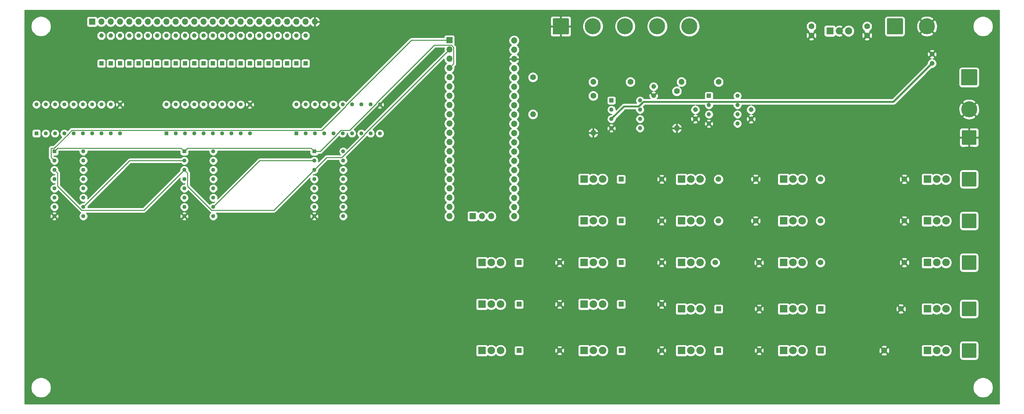
<source format=gbl>
%TF.GenerationSoftware,KiCad,Pcbnew,(5.1.12)-1*%
%TF.CreationDate,2022-01-28T10:52:39+13:00*%
%TF.ProjectId,switch_board,73776974-6368-45f6-926f-6172642e6b69,rev?*%
%TF.SameCoordinates,Original*%
%TF.FileFunction,Copper,L2,Bot*%
%TF.FilePolarity,Positive*%
%FSLAX46Y46*%
G04 Gerber Fmt 4.6, Leading zero omitted, Abs format (unit mm)*
G04 Created by KiCad (PCBNEW (5.1.12)-1) date 2022-01-28 10:52:39*
%MOMM*%
%LPD*%
G01*
G04 APERTURE LIST*
%TA.AperFunction,ComponentPad*%
%ADD10C,4.400000*%
%TD*%
%TA.AperFunction,ComponentPad*%
%ADD11R,1.130000X1.130000*%
%TD*%
%TA.AperFunction,ComponentPad*%
%ADD12C,1.130000*%
%TD*%
%TA.AperFunction,ComponentPad*%
%ADD13C,1.244600*%
%TD*%
%TA.AperFunction,ComponentPad*%
%ADD14R,1.244600X1.244600*%
%TD*%
%TA.AperFunction,ComponentPad*%
%ADD15C,1.600000*%
%TD*%
%TA.AperFunction,ComponentPad*%
%ADD16C,1.316000*%
%TD*%
%TA.AperFunction,ComponentPad*%
%ADD17R,1.159000X1.159000*%
%TD*%
%TA.AperFunction,ComponentPad*%
%ADD18C,1.159000*%
%TD*%
%TA.AperFunction,ComponentPad*%
%ADD19R,1.700000X1.700000*%
%TD*%
%TA.AperFunction,ComponentPad*%
%ADD20O,1.700000X1.700000*%
%TD*%
%TA.AperFunction,ComponentPad*%
%ADD21R,2.070000X2.070000*%
%TD*%
%TA.AperFunction,ComponentPad*%
%ADD22C,2.070000*%
%TD*%
%TA.AperFunction,ComponentPad*%
%ADD23O,1.600000X1.600000*%
%TD*%
%TA.AperFunction,ComponentPad*%
%ADD24R,1.524000X1.524000*%
%TD*%
%TA.AperFunction,ComponentPad*%
%ADD25C,1.524000*%
%TD*%
%TA.AperFunction,ComponentPad*%
%ADD26R,1.397000X1.397000*%
%TD*%
%TA.AperFunction,ComponentPad*%
%ADD27C,1.397000*%
%TD*%
%TA.AperFunction,ComponentPad*%
%ADD28R,1.651000X1.651000*%
%TD*%
%TA.AperFunction,ComponentPad*%
%ADD29C,1.651000*%
%TD*%
%TA.AperFunction,ComponentPad*%
%ADD30R,1.980000X1.980000*%
%TD*%
%TA.AperFunction,ComponentPad*%
%ADD31C,1.980000*%
%TD*%
%TA.AperFunction,ViaPad*%
%ADD32C,0.800000*%
%TD*%
%TA.AperFunction,Conductor*%
%ADD33C,0.500000*%
%TD*%
%TA.AperFunction,Conductor*%
%ADD34C,0.250000*%
%TD*%
%TA.AperFunction,Conductor*%
%ADD35C,0.254000*%
%TD*%
%TA.AperFunction,Conductor*%
%ADD36C,0.100000*%
%TD*%
G04 APERTURE END LIST*
%TO.P,J1,1*%
%TO.N,GND*%
%TA.AperFunction,ComponentPad*%
G36*
G01*
X160360000Y-19730001D02*
X160360000Y-15829999D01*
G75*
G02*
X160609999Y-15580000I249999J0D01*
G01*
X164510001Y-15580000D01*
G75*
G02*
X164760000Y-15829999I0J-249999D01*
G01*
X164760000Y-19730001D01*
G75*
G02*
X164510001Y-19980000I-249999J0D01*
G01*
X160609999Y-19980000D01*
G75*
G02*
X160360000Y-19730001I0J249999D01*
G01*
G37*
%TD.AperFunction*%
D10*
%TO.P,J1,2*%
%TO.N,UART_RX*%
X171360000Y-17780000D03*
%TO.P,J1,3*%
%TO.N,UART_TX*%
X180160000Y-17780000D03*
%TO.P,J1,4*%
%TO.N,SwitchSignal*%
X188960000Y-17780000D03*
%TO.P,J1,5*%
%TO.N,CurrentDetect*%
X197760000Y-17780000D03*
%TD*%
D11*
%TO.P,IC5,1*%
%TO.N,Net-(IC5-Pad1)*%
X54610000Y-47150000D03*
D12*
%TO.P,IC5,2*%
%TO.N,/TV*%
X57150000Y-47150000D03*
%TO.P,IC5,3*%
%TO.N,/Oven*%
X59690000Y-47150000D03*
%TO.P,IC5,4*%
%TO.N,/Light_b2*%
X62230000Y-47150000D03*
%TO.P,IC5,5*%
%TO.N,/Light_bth*%
X64770000Y-47150000D03*
%TO.P,IC5,6*%
%TO.N,/KitchenL1*%
X67310000Y-47150000D03*
%TO.P,IC5,7*%
%TO.N,/LT_chg_1*%
X69850000Y-47150000D03*
%TO.P,IC5,8*%
%TO.N,/LT_chg_2*%
X72390000Y-47150000D03*
%TO.P,IC5,9*%
%TO.N,/Stereo*%
X74930000Y-47150000D03*
%TO.P,IC5,10*%
%TO.N,Net-(IC5-Pad10)*%
X77470000Y-47150000D03*
%TO.P,IC5,11*%
%TO.N,GND*%
X77470000Y-39210000D03*
%TO.P,IC5,12*%
%TO.N,/LED16*%
X74930000Y-39210000D03*
%TO.P,IC5,13*%
%TO.N,/LED15*%
X72390000Y-39210000D03*
%TO.P,IC5,14*%
%TO.N,/LED14*%
X69850000Y-39210000D03*
%TO.P,IC5,15*%
%TO.N,/LED13*%
X67310000Y-39210000D03*
%TO.P,IC5,16*%
%TO.N,/LED12*%
X64770000Y-39210000D03*
%TO.P,IC5,17*%
%TO.N,/LED11*%
X62230000Y-39210000D03*
%TO.P,IC5,18*%
%TO.N,/LED10*%
X59690000Y-39210000D03*
%TO.P,IC5,19*%
%TO.N,/LED9*%
X57150000Y-39210000D03*
%TO.P,IC5,20*%
%TO.N,+5V*%
X54610000Y-39210000D03*
%TD*%
%TO.P,IC4,20*%
%TO.N,+5V*%
X19050000Y-39210000D03*
%TO.P,IC4,19*%
%TO.N,/LED1*%
X21590000Y-39210000D03*
%TO.P,IC4,18*%
%TO.N,/LED2*%
X24130000Y-39210000D03*
%TO.P,IC4,17*%
%TO.N,/LED3*%
X26670000Y-39210000D03*
%TO.P,IC4,16*%
%TO.N,/LED4*%
X29210000Y-39210000D03*
%TO.P,IC4,15*%
%TO.N,/LED5*%
X31750000Y-39210000D03*
%TO.P,IC4,14*%
%TO.N,/LED6*%
X34290000Y-39210000D03*
%TO.P,IC4,13*%
%TO.N,/LED7*%
X36830000Y-39210000D03*
%TO.P,IC4,12*%
%TO.N,/LED8*%
X39370000Y-39210000D03*
%TO.P,IC4,11*%
%TO.N,GND*%
X41910000Y-39210000D03*
%TO.P,IC4,10*%
%TO.N,Net-(IC4-Pad10)*%
X41910000Y-47150000D03*
%TO.P,IC4,9*%
%TO.N,/Heater*%
X39370000Y-47150000D03*
%TO.P,IC4,8*%
%TO.N,/KitchenL2*%
X36830000Y-47150000D03*
%TO.P,IC4,7*%
%TO.N,/LoungeLi*%
X34290000Y-47150000D03*
%TO.P,IC4,6*%
%TO.N,/Fridge*%
X31750000Y-47150000D03*
%TO.P,IC4,5*%
%TO.N,/Jug*%
X29210000Y-47150000D03*
%TO.P,IC4,4*%
%TO.N,/Water_heat*%
X26670000Y-47150000D03*
%TO.P,IC4,3*%
%TO.N,/Dishwasher*%
X24130000Y-47150000D03*
%TO.P,IC4,2*%
%TO.N,/Toaster*%
X21590000Y-47150000D03*
D11*
%TO.P,IC4,1*%
%TO.N,Net-(IC4-Pad1)*%
X19050000Y-47150000D03*
%TD*%
D13*
%TO.P,R23,2*%
%TO.N,Net-(LED_Out1-Pad2)*%
X36830000Y-20320000D03*
D14*
%TO.P,R23,1*%
%TO.N,/LED1*%
X36830000Y-27940000D03*
%TD*%
D15*
%TO.P,C1,2*%
%TO.N,GND*%
X231140000Y-20280000D03*
%TO.P,C1,1*%
%TO.N,+24V*%
X231140000Y-17780000D03*
%TD*%
%TO.P,C2,1*%
%TO.N,+5V*%
X246380000Y-17780000D03*
%TO.P,C2,2*%
%TO.N,GND*%
X246380000Y-20280000D03*
%TD*%
D16*
%TO.P,C3,2*%
%TO.N,GND*%
X199390000Y-43180000D03*
%TO.P,C3,1*%
%TO.N,Net-(C3-Pad1)*%
X199390000Y-40640000D03*
%TD*%
%TO.P,C4,1*%
%TO.N,Net-(C4-Pad1)*%
X214630000Y-40640000D03*
%TO.P,C4,2*%
%TO.N,GND*%
X214630000Y-43180000D03*
%TD*%
%TO.P,C5,1*%
%TO.N,Net-(C5-Pad1)*%
X264160000Y-27940000D03*
%TO.P,C5,2*%
%TO.N,GND*%
X264160000Y-25400000D03*
%TD*%
%TO.P,C6,2*%
%TO.N,GND*%
X187960000Y-36830000D03*
%TO.P,C6,1*%
%TO.N,CurrentDetect*%
X187960000Y-34290000D03*
%TD*%
D12*
%TO.P,IC1,16*%
%TO.N,+5V*%
X31910000Y-52070000D03*
%TO.P,IC1,15*%
X31910000Y-54610000D03*
%TO.P,IC1,14*%
%TO.N,/Fridge*%
X31910000Y-57150000D03*
%TO.P,IC1,13*%
%TO.N,/LoungeLi*%
X31910000Y-59690000D03*
%TO.P,IC1,12*%
%TO.N,/KitchenL2*%
X31910000Y-62230000D03*
%TO.P,IC1,11*%
%TO.N,/Heater*%
X31910000Y-64770000D03*
%TO.P,IC1,10*%
%TO.N,Net-(IC1-Pad10)*%
X31910000Y-67310000D03*
%TO.P,IC1,9*%
%TO.N,Net-(IC1-Pad9)*%
X31910000Y-69850000D03*
%TO.P,IC1,8*%
%TO.N,GND*%
X23970000Y-69850000D03*
%TO.P,IC1,7*%
%TO.N,/Jug*%
X23970000Y-67310000D03*
%TO.P,IC1,6*%
%TO.N,/Water_heat*%
X23970000Y-64770000D03*
%TO.P,IC1,5*%
%TO.N,/Dishwasher*%
X23970000Y-62230000D03*
%TO.P,IC1,4*%
%TO.N,/Toaster*%
X23970000Y-59690000D03*
%TO.P,IC1,3*%
%TO.N,Clock*%
X23970000Y-57150000D03*
%TO.P,IC1,2*%
%TO.N,Data*%
X23970000Y-54610000D03*
D11*
%TO.P,IC1,1*%
%TO.N,Strobe*%
X23970000Y-52070000D03*
%TD*%
%TO.P,IC2,1*%
%TO.N,Strobe*%
X59530000Y-52070000D03*
D12*
%TO.P,IC2,2*%
%TO.N,Net-(IC1-Pad10)*%
X59530000Y-54610000D03*
%TO.P,IC2,3*%
%TO.N,Clock*%
X59530000Y-57150000D03*
%TO.P,IC2,4*%
%TO.N,/TV*%
X59530000Y-59690000D03*
%TO.P,IC2,5*%
%TO.N,/Oven*%
X59530000Y-62230000D03*
%TO.P,IC2,6*%
%TO.N,/Light_b2*%
X59530000Y-64770000D03*
%TO.P,IC2,7*%
%TO.N,/Light_bth*%
X59530000Y-67310000D03*
%TO.P,IC2,8*%
%TO.N,GND*%
X59530000Y-69850000D03*
%TO.P,IC2,9*%
%TO.N,Net-(IC2-Pad9)*%
X67470000Y-69850000D03*
%TO.P,IC2,10*%
%TO.N,Net-(IC2-Pad10)*%
X67470000Y-67310000D03*
%TO.P,IC2,11*%
%TO.N,/Stereo*%
X67470000Y-64770000D03*
%TO.P,IC2,12*%
%TO.N,/LT_chg_2*%
X67470000Y-62230000D03*
%TO.P,IC2,13*%
%TO.N,/LT_chg_1*%
X67470000Y-59690000D03*
%TO.P,IC2,14*%
%TO.N,/KitchenL1*%
X67470000Y-57150000D03*
%TO.P,IC2,15*%
%TO.N,+5V*%
X67470000Y-54610000D03*
%TO.P,IC2,16*%
X67470000Y-52070000D03*
%TD*%
D11*
%TO.P,IC3,1*%
%TO.N,Strobe*%
X95090000Y-52070000D03*
D12*
%TO.P,IC3,2*%
%TO.N,Net-(IC2-Pad10)*%
X95090000Y-54610000D03*
%TO.P,IC3,3*%
%TO.N,Clock*%
X95090000Y-57150000D03*
%TO.P,IC3,4*%
%TO.N,/Light_b1*%
X95090000Y-59690000D03*
%TO.P,IC3,5*%
%TO.N,/Lamp_b1*%
X95090000Y-62230000D03*
%TO.P,IC3,6*%
%TO.N,/Loungela*%
X95090000Y-64770000D03*
%TO.P,IC3,7*%
%TO.N,/Lamp_b2*%
X95090000Y-67310000D03*
%TO.P,IC3,8*%
%TO.N,GND*%
X95090000Y-69850000D03*
%TO.P,IC3,9*%
%TO.N,Net-(IC3-Pad9)*%
X103030000Y-69850000D03*
%TO.P,IC3,10*%
%TO.N,Net-(IC3-Pad10)*%
X103030000Y-67310000D03*
%TO.P,IC3,11*%
%TO.N,Net-(IC3-Pad11)*%
X103030000Y-64770000D03*
%TO.P,IC3,12*%
%TO.N,/Ph_chg_2*%
X103030000Y-62230000D03*
%TO.P,IC3,13*%
%TO.N,/Ph_chg_1*%
X103030000Y-59690000D03*
%TO.P,IC3,14*%
%TO.N,/Clock_b1*%
X103030000Y-57150000D03*
%TO.P,IC3,15*%
%TO.N,+5V*%
X103030000Y-54610000D03*
%TO.P,IC3,16*%
X103030000Y-52070000D03*
%TD*%
D11*
%TO.P,IC6,1*%
%TO.N,Net-(IC6-Pad1)*%
X90170000Y-47150000D03*
D12*
%TO.P,IC6,2*%
%TO.N,/Light_b1*%
X92710000Y-47150000D03*
%TO.P,IC6,3*%
%TO.N,/Lamp_b1*%
X95250000Y-47150000D03*
%TO.P,IC6,4*%
%TO.N,/Loungela*%
X97790000Y-47150000D03*
%TO.P,IC6,5*%
%TO.N,/Lamp_b2*%
X100330000Y-47150000D03*
%TO.P,IC6,6*%
%TO.N,/Clock_b1*%
X102870000Y-47150000D03*
%TO.P,IC6,7*%
%TO.N,/Ph_chg_1*%
X105410000Y-47150000D03*
%TO.P,IC6,8*%
%TO.N,/Ph_chg_2*%
X107950000Y-47150000D03*
%TO.P,IC6,9*%
%TO.N,Net-(IC6-Pad9)*%
X110490000Y-47150000D03*
%TO.P,IC6,10*%
%TO.N,Net-(IC6-Pad10)*%
X113030000Y-47150000D03*
%TO.P,IC6,11*%
%TO.N,GND*%
X113030000Y-39210000D03*
%TO.P,IC6,12*%
%TO.N,Net-(IC6-Pad12)*%
X110490000Y-39210000D03*
%TO.P,IC6,13*%
%TO.N,/LED23*%
X107950000Y-39210000D03*
%TO.P,IC6,14*%
%TO.N,/LED22*%
X105410000Y-39210000D03*
%TO.P,IC6,15*%
%TO.N,/LED21*%
X102870000Y-39210000D03*
%TO.P,IC6,16*%
%TO.N,/LED20*%
X100330000Y-39210000D03*
%TO.P,IC6,17*%
%TO.N,/LED19*%
X97790000Y-39210000D03*
%TO.P,IC6,18*%
%TO.N,/LED18*%
X95250000Y-39210000D03*
%TO.P,IC6,19*%
%TO.N,/LED17*%
X92710000Y-39210000D03*
%TO.P,IC6,20*%
%TO.N,+5V*%
X90170000Y-39210000D03*
%TD*%
D17*
%TO.P,IC8,1*%
%TO.N,Net-(IC8-Pad1)*%
X203105000Y-36830000D03*
D18*
%TO.P,IC8,2*%
%TO.N,Net-(C4-Pad1)*%
X203105000Y-39370000D03*
%TO.P,IC8,3*%
%TO.N,Net-(C3-Pad1)*%
X203105000Y-41910000D03*
%TO.P,IC8,4*%
%TO.N,GND*%
X203105000Y-44450000D03*
%TO.P,IC8,5*%
%TO.N,Net-(IC8-Pad5)*%
X210915000Y-44450000D03*
%TO.P,IC8,6*%
%TO.N,Net-(C4-Pad1)*%
X210915000Y-41910000D03*
%TO.P,IC8,7*%
%TO.N,+5V*%
X210915000Y-39370000D03*
%TO.P,IC8,8*%
%TO.N,Net-(IC8-Pad8)*%
X210915000Y-36830000D03*
%TD*%
%TO.P,IC9,8*%
%TO.N,Net-(IC9-Pad8)*%
X184245000Y-38100000D03*
%TO.P,IC9,7*%
%TO.N,+5V*%
X184245000Y-40640000D03*
%TO.P,IC9,6*%
%TO.N,CurrentDetect*%
X184245000Y-43180000D03*
%TO.P,IC9,5*%
%TO.N,Net-(IC9-Pad5)*%
X184245000Y-45720000D03*
%TO.P,IC9,4*%
%TO.N,GND*%
X176435000Y-45720000D03*
%TO.P,IC9,3*%
%TO.N,Net-(C5-Pad1)*%
X176435000Y-43180000D03*
%TO.P,IC9,2*%
%TO.N,Net-(IC9-Pad2)*%
X176435000Y-40640000D03*
D17*
%TO.P,IC9,1*%
%TO.N,Net-(IC9-Pad1)*%
X176435000Y-38100000D03*
%TD*%
D10*
%TO.P,J2,2*%
%TO.N,GND*%
X262800000Y-17780000D03*
%TO.P,J2,1*%
%TO.N,+24V*%
%TA.AperFunction,ComponentPad*%
G36*
G01*
X251800000Y-19730001D02*
X251800000Y-15829999D01*
G75*
G02*
X252049999Y-15580000I249999J0D01*
G01*
X255950001Y-15580000D01*
G75*
G02*
X256200000Y-15829999I0J-249999D01*
G01*
X256200000Y-19730001D01*
G75*
G02*
X255950001Y-19980000I-249999J0D01*
G01*
X252049999Y-19980000D01*
G75*
G02*
X251800000Y-19730001I0J249999D01*
G01*
G37*
%TD.AperFunction*%
%TD*%
%TO.P,J3,1*%
%TO.N,Net-(J3-Pad1)*%
%TA.AperFunction,ComponentPad*%
G36*
G01*
X272320000Y-61440000D02*
X272320000Y-57940000D01*
G75*
G02*
X272570000Y-57690000I250000J0D01*
G01*
X276070000Y-57690000D01*
G75*
G02*
X276320000Y-57940000I0J-250000D01*
G01*
X276320000Y-61440000D01*
G75*
G02*
X276070000Y-61690000I-250000J0D01*
G01*
X272570000Y-61690000D01*
G75*
G02*
X272320000Y-61440000I0J250000D01*
G01*
G37*
%TD.AperFunction*%
%TD*%
%TO.P,J4,1*%
%TO.N,Net-(J4-Pad1)*%
%TA.AperFunction,ComponentPad*%
G36*
G01*
X272320000Y-72870000D02*
X272320000Y-69370000D01*
G75*
G02*
X272570000Y-69120000I250000J0D01*
G01*
X276070000Y-69120000D01*
G75*
G02*
X276320000Y-69370000I0J-250000D01*
G01*
X276320000Y-72870000D01*
G75*
G02*
X276070000Y-73120000I-250000J0D01*
G01*
X272570000Y-73120000D01*
G75*
G02*
X272320000Y-72870000I0J250000D01*
G01*
G37*
%TD.AperFunction*%
%TD*%
%TO.P,J5,1*%
%TO.N,Net-(J5-Pad1)*%
%TA.AperFunction,ComponentPad*%
G36*
G01*
X272320000Y-84300000D02*
X272320000Y-80800000D01*
G75*
G02*
X272570000Y-80550000I250000J0D01*
G01*
X276070000Y-80550000D01*
G75*
G02*
X276320000Y-80800000I0J-250000D01*
G01*
X276320000Y-84300000D01*
G75*
G02*
X276070000Y-84550000I-250000J0D01*
G01*
X272570000Y-84550000D01*
G75*
G02*
X272320000Y-84300000I0J250000D01*
G01*
G37*
%TD.AperFunction*%
%TD*%
%TO.P,J6,1*%
%TO.N,Net-(J6-Pad1)*%
%TA.AperFunction,ComponentPad*%
G36*
G01*
X272320000Y-97000000D02*
X272320000Y-93500000D01*
G75*
G02*
X272570000Y-93250000I250000J0D01*
G01*
X276070000Y-93250000D01*
G75*
G02*
X276320000Y-93500000I0J-250000D01*
G01*
X276320000Y-97000000D01*
G75*
G02*
X276070000Y-97250000I-250000J0D01*
G01*
X272570000Y-97250000D01*
G75*
G02*
X272320000Y-97000000I0J250000D01*
G01*
G37*
%TD.AperFunction*%
%TD*%
%TO.P,J7,1*%
%TO.N,Net-(J7-Pad1)*%
%TA.AperFunction,ComponentPad*%
G36*
G01*
X272320000Y-108430000D02*
X272320000Y-104930000D01*
G75*
G02*
X272570000Y-104680000I250000J0D01*
G01*
X276070000Y-104680000D01*
G75*
G02*
X276320000Y-104930000I0J-250000D01*
G01*
X276320000Y-108430000D01*
G75*
G02*
X276070000Y-108680000I-250000J0D01*
G01*
X272570000Y-108680000D01*
G75*
G02*
X272320000Y-108430000I0J250000D01*
G01*
G37*
%TD.AperFunction*%
%TD*%
%TO.P,J8,1*%
%TO.N,GND*%
%TA.AperFunction,ComponentPad*%
G36*
G01*
X272320000Y-50010000D02*
X272320000Y-46510000D01*
G75*
G02*
X272570000Y-46260000I250000J0D01*
G01*
X276070000Y-46260000D01*
G75*
G02*
X276320000Y-46510000I0J-250000D01*
G01*
X276320000Y-50010000D01*
G75*
G02*
X276070000Y-50260000I-250000J0D01*
G01*
X272570000Y-50260000D01*
G75*
G02*
X272320000Y-50010000I0J250000D01*
G01*
G37*
%TD.AperFunction*%
%TD*%
D19*
%TO.P,LED_Out1,1*%
%TO.N,+5V*%
X34290000Y-16510000D03*
D20*
%TO.P,LED_Out1,2*%
%TO.N,Net-(LED_Out1-Pad2)*%
X36830000Y-16510000D03*
%TO.P,LED_Out1,3*%
%TO.N,Net-(LED_Out1-Pad3)*%
X39370000Y-16510000D03*
%TO.P,LED_Out1,4*%
%TO.N,Net-(LED_Out1-Pad4)*%
X41910000Y-16510000D03*
%TO.P,LED_Out1,5*%
%TO.N,Net-(LED_Out1-Pad5)*%
X44450000Y-16510000D03*
%TO.P,LED_Out1,6*%
%TO.N,Net-(LED_Out1-Pad6)*%
X46990000Y-16510000D03*
%TO.P,LED_Out1,7*%
%TO.N,Net-(LED_Out1-Pad7)*%
X49530000Y-16510000D03*
%TO.P,LED_Out1,8*%
%TO.N,Net-(LED_Out1-Pad8)*%
X52070000Y-16510000D03*
%TO.P,LED_Out1,9*%
%TO.N,Net-(LED_Out1-Pad9)*%
X54610000Y-16510000D03*
%TO.P,LED_Out1,10*%
%TO.N,Net-(LED_Out1-Pad10)*%
X57150000Y-16510000D03*
%TO.P,LED_Out1,11*%
%TO.N,Net-(LED_Out1-Pad11)*%
X59690000Y-16510000D03*
%TO.P,LED_Out1,12*%
%TO.N,Net-(LED_Out1-Pad12)*%
X62230000Y-16510000D03*
%TO.P,LED_Out1,13*%
%TO.N,Net-(LED_Out1-Pad13)*%
X64770000Y-16510000D03*
%TO.P,LED_Out1,14*%
%TO.N,Net-(LED_Out1-Pad14)*%
X67310000Y-16510000D03*
%TO.P,LED_Out1,15*%
%TO.N,Net-(LED_Out1-Pad15)*%
X69850000Y-16510000D03*
%TO.P,LED_Out1,16*%
%TO.N,Net-(LED_Out1-Pad16)*%
X72390000Y-16510000D03*
%TO.P,LED_Out1,17*%
%TO.N,Net-(LED_Out1-Pad17)*%
X74930000Y-16510000D03*
%TO.P,LED_Out1,18*%
%TO.N,Net-(LED_Out1-Pad18)*%
X77470000Y-16510000D03*
%TO.P,LED_Out1,19*%
%TO.N,Net-(LED_Out1-Pad19)*%
X80010000Y-16510000D03*
%TO.P,LED_Out1,20*%
%TO.N,Net-(LED_Out1-Pad20)*%
X82550000Y-16510000D03*
%TO.P,LED_Out1,21*%
%TO.N,Net-(LED_Out1-Pad21)*%
X85090000Y-16510000D03*
%TO.P,LED_Out1,22*%
%TO.N,Net-(LED_Out1-Pad22)*%
X87630000Y-16510000D03*
%TO.P,LED_Out1,23*%
%TO.N,Net-(LED_Out1-Pad23)*%
X90170000Y-16510000D03*
%TO.P,LED_Out1,24*%
%TO.N,Net-(LED_Out1-Pad24)*%
X92710000Y-16510000D03*
%TO.P,LED_Out1,25*%
%TO.N,GND*%
X95250000Y-16510000D03*
%TD*%
%TO.P,M1,1*%
%TO.N,+24V*%
%TA.AperFunction,ComponentPad*%
G36*
G01*
X272369999Y-29550000D02*
X276270001Y-29550000D01*
G75*
G02*
X276520000Y-29799999I0J-249999D01*
G01*
X276520000Y-33700001D01*
G75*
G02*
X276270001Y-33950000I-249999J0D01*
G01*
X272369999Y-33950000D01*
G75*
G02*
X272120000Y-33700001I0J249999D01*
G01*
X272120000Y-29799999D01*
G75*
G02*
X272369999Y-29550000I249999J0D01*
G01*
G37*
%TD.AperFunction*%
D10*
%TO.P,M1,2*%
%TO.N,GND*%
X274320000Y-40550000D03*
%TD*%
D21*
%TO.P,Q1,1*%
%TO.N,/LoungeLi*%
X223520000Y-95250000D03*
D22*
%TO.P,Q1,2*%
%TO.N,24V*%
X226060000Y-95250000D03*
%TO.P,Q1,3*%
%TO.N,Net-(Q1-Pad3)*%
X228600000Y-95250000D03*
%TD*%
%TO.P,Q2,3*%
%TO.N,Net-(Q2-Pad3)*%
X173990000Y-106680000D03*
%TO.P,Q2,2*%
%TO.N,24V*%
X171450000Y-106680000D03*
D21*
%TO.P,Q2,1*%
%TO.N,/KitchenL1*%
X168910000Y-106680000D03*
%TD*%
%TO.P,Q3,1*%
%TO.N,/KitchenL2*%
X223520000Y-106680000D03*
D22*
%TO.P,Q3,2*%
%TO.N,24V*%
X226060000Y-106680000D03*
%TO.P,Q3,3*%
%TO.N,Net-(Q3-Pad3)*%
X228600000Y-106680000D03*
%TD*%
%TO.P,Q4,3*%
%TO.N,Net-(Q4-Pad3)*%
X200660000Y-82550000D03*
%TO.P,Q4,2*%
%TO.N,24V*%
X198120000Y-82550000D03*
D21*
%TO.P,Q4,1*%
%TO.N,/Stereo*%
X195580000Y-82550000D03*
%TD*%
%TO.P,Q5,1*%
%TO.N,/Loungela*%
X168910000Y-71120000D03*
D22*
%TO.P,Q5,2*%
%TO.N,24V*%
X171450000Y-71120000D03*
%TO.P,Q5,3*%
%TO.N,Net-(Q5-Pad3)*%
X173990000Y-71120000D03*
%TD*%
%TO.P,Q6,3*%
%TO.N,Net-(Q6-Pad3)*%
X228600000Y-71120000D03*
%TO.P,Q6,2*%
%TO.N,24V*%
X226060000Y-71120000D03*
D21*
%TO.P,Q6,1*%
%TO.N,/TV*%
X223520000Y-71120000D03*
%TD*%
%TO.P,Q7,1*%
%TO.N,/Fridge*%
X223520000Y-82550000D03*
D22*
%TO.P,Q7,2*%
%TO.N,24V*%
X226060000Y-82550000D03*
%TO.P,Q7,3*%
%TO.N,Net-(Q7-Pad3)*%
X228600000Y-82550000D03*
%TD*%
D21*
%TO.P,Q8,1*%
%TO.N,/Oven*%
X223520000Y-59690000D03*
D22*
%TO.P,Q8,2*%
%TO.N,24V*%
X226060000Y-59690000D03*
%TO.P,Q8,3*%
%TO.N,Net-(Q8-Pad3)*%
X228600000Y-59690000D03*
%TD*%
%TO.P,Q9,3*%
%TO.N,Net-(Q9-Pad3)*%
X173990000Y-82550000D03*
%TO.P,Q9,2*%
%TO.N,24V*%
X171450000Y-82550000D03*
D21*
%TO.P,Q9,1*%
%TO.N,/Lamp_b1*%
X168910000Y-82550000D03*
%TD*%
D22*
%TO.P,Q10,3*%
%TO.N,Net-(Q10-Pad3)*%
X146050000Y-82550000D03*
%TO.P,Q10,2*%
%TO.N,24V*%
X143510000Y-82550000D03*
D21*
%TO.P,Q10,1*%
%TO.N,/Clock_b1*%
X140970000Y-82550000D03*
%TD*%
D22*
%TO.P,Q11,3*%
%TO.N,Net-(Q11-Pad3)*%
X200660000Y-59690000D03*
%TO.P,Q11,2*%
%TO.N,24V*%
X198120000Y-59690000D03*
D21*
%TO.P,Q11,1*%
%TO.N,/LT_chg_1*%
X195580000Y-59690000D03*
%TD*%
%TO.P,Q12,1*%
%TO.N,/LT_chg_2*%
X195580000Y-71120000D03*
D22*
%TO.P,Q12,2*%
%TO.N,24V*%
X198120000Y-71120000D03*
%TO.P,Q12,3*%
%TO.N,Net-(Q12-Pad3)*%
X200660000Y-71120000D03*
%TD*%
D21*
%TO.P,Q13,1*%
%TO.N,/Lamp_b2*%
X168910000Y-59690000D03*
D22*
%TO.P,Q13,2*%
%TO.N,24V*%
X171450000Y-59690000D03*
%TO.P,Q13,3*%
%TO.N,Net-(Q13-Pad3)*%
X173990000Y-59690000D03*
%TD*%
D21*
%TO.P,Q14,1*%
%TO.N,/Ph_chg_1*%
X140970000Y-93980000D03*
D22*
%TO.P,Q14,2*%
%TO.N,24V*%
X143510000Y-93980000D03*
%TO.P,Q14,3*%
%TO.N,Net-(Q14-Pad3)*%
X146050000Y-93980000D03*
%TD*%
%TO.P,Q15,3*%
%TO.N,Net-(Q15-Pad3)*%
X146050000Y-106680000D03*
%TO.P,Q15,2*%
%TO.N,24V*%
X143510000Y-106680000D03*
D21*
%TO.P,Q15,1*%
%TO.N,/Ph_chg_2*%
X140970000Y-106680000D03*
%TD*%
%TO.P,Q16,1*%
%TO.N,/Light_b1*%
X168910000Y-93980000D03*
D22*
%TO.P,Q16,2*%
%TO.N,24V*%
X171450000Y-93980000D03*
%TO.P,Q16,3*%
%TO.N,Net-(Q16-Pad3)*%
X173990000Y-93980000D03*
%TD*%
%TO.P,Q17,3*%
%TO.N,Net-(Q17-Pad3)*%
X200660000Y-95250000D03*
%TO.P,Q17,2*%
%TO.N,24V*%
X198120000Y-95250000D03*
D21*
%TO.P,Q17,1*%
%TO.N,/Light_bth*%
X195580000Y-95250000D03*
%TD*%
%TO.P,Q18,1*%
%TO.N,/Light_b2*%
X195580000Y-106680000D03*
D22*
%TO.P,Q18,2*%
%TO.N,24V*%
X198120000Y-106680000D03*
%TO.P,Q18,3*%
%TO.N,Net-(Q18-Pad3)*%
X200660000Y-106680000D03*
%TD*%
%TO.P,Q19,3*%
%TO.N,Net-(J3-Pad1)*%
X267970000Y-59690000D03*
%TO.P,Q19,2*%
%TO.N,24V*%
X265430000Y-59690000D03*
D21*
%TO.P,Q19,1*%
%TO.N,/Heater*%
X262890000Y-59690000D03*
%TD*%
%TO.P,Q20,1*%
%TO.N,/Jug*%
X262890000Y-71120000D03*
D22*
%TO.P,Q20,2*%
%TO.N,24V*%
X265430000Y-71120000D03*
%TO.P,Q20,3*%
%TO.N,Net-(J4-Pad1)*%
X267970000Y-71120000D03*
%TD*%
%TO.P,Q21,3*%
%TO.N,Net-(J5-Pad1)*%
X267970000Y-82550000D03*
%TO.P,Q21,2*%
%TO.N,24V*%
X265430000Y-82550000D03*
D21*
%TO.P,Q21,1*%
%TO.N,/Water_heat*%
X262890000Y-82550000D03*
%TD*%
%TO.P,Q22,1*%
%TO.N,/Dishwasher*%
X262890000Y-95250000D03*
D22*
%TO.P,Q22,2*%
%TO.N,24V*%
X265430000Y-95250000D03*
%TO.P,Q22,3*%
%TO.N,Net-(J6-Pad1)*%
X267970000Y-95250000D03*
%TD*%
%TO.P,Q23,3*%
%TO.N,Net-(J7-Pad1)*%
X267970000Y-106680000D03*
%TO.P,Q23,2*%
%TO.N,24V*%
X265430000Y-106680000D03*
D21*
%TO.P,Q23,1*%
%TO.N,/Toaster*%
X262890000Y-106680000D03*
%TD*%
D23*
%TO.P,R1,2*%
%TO.N,Net-(C3-Pad1)*%
X195580000Y-33020000D03*
D15*
%TO.P,R1,1*%
%TO.N,+5V*%
X205740000Y-33020000D03*
%TD*%
%TO.P,R2,1*%
%TO.N,Net-(C3-Pad1)*%
X194310000Y-35560000D03*
D23*
%TO.P,R2,2*%
%TO.N,GND*%
X194310000Y-45720000D03*
%TD*%
D15*
%TO.P,R3,1*%
%TO.N,Net-(IC9-Pad2)*%
X171450000Y-36830000D03*
D23*
%TO.P,R3,2*%
%TO.N,GND*%
X171450000Y-46990000D03*
%TD*%
%TO.P,R4,2*%
%TO.N,Net-(IC9-Pad2)*%
X171450000Y-33020000D03*
D15*
%TO.P,R4,1*%
%TO.N,CurrentDetect*%
X181610000Y-33020000D03*
%TD*%
D24*
%TO.P,R5,1*%
%TO.N,Net-(Q1-Pad3)*%
X233680000Y-95250000D03*
D25*
%TO.P,R5,2*%
%TO.N,GND*%
X255681480Y-95250000D03*
%TD*%
D26*
%TO.P,R6,1*%
%TO.N,Net-(Q2-Pad3)*%
X179070000Y-106680000D03*
D27*
%TO.P,R6,2*%
%TO.N,GND*%
X190172340Y-106680000D03*
%TD*%
D28*
%TO.P,R7,1*%
%TO.N,Net-(Q3-Pad3)*%
X233680000Y-106680000D03*
D29*
%TO.P,R7,2*%
%TO.N,GND*%
X251081539Y-106680000D03*
%TD*%
D25*
%TO.P,R8,1*%
%TO.N,Net-(Q4-Pad3)*%
X204820000Y-82550000D03*
%TO.P,R8,2*%
%TO.N,GND*%
X216820000Y-82550000D03*
%TD*%
D26*
%TO.P,R9,1*%
%TO.N,Net-(Q5-Pad3)*%
X179070000Y-71120000D03*
D27*
%TO.P,R9,2*%
%TO.N,GND*%
X190172340Y-71120000D03*
%TD*%
D25*
%TO.P,R10,1*%
%TO.N,Net-(Q6-Pad3)*%
X233610000Y-71120000D03*
%TO.P,R10,2*%
%TO.N,GND*%
X256610000Y-71120000D03*
%TD*%
%TO.P,R11,1*%
%TO.N,Net-(Q7-Pad3)*%
X233610000Y-82550000D03*
%TO.P,R11,2*%
%TO.N,GND*%
X256610000Y-82550000D03*
%TD*%
%TO.P,R12,2*%
%TO.N,GND*%
X256610000Y-59690000D03*
%TO.P,R12,1*%
%TO.N,Net-(Q8-Pad3)*%
X233610000Y-59690000D03*
%TD*%
D27*
%TO.P,R13,2*%
%TO.N,GND*%
X190172340Y-82550000D03*
D26*
%TO.P,R13,1*%
%TO.N,Net-(Q9-Pad3)*%
X179070000Y-82550000D03*
%TD*%
%TO.P,R14,1*%
%TO.N,Net-(Q10-Pad3)*%
X151130000Y-82550000D03*
D27*
%TO.P,R14,2*%
%TO.N,GND*%
X162232340Y-82550000D03*
%TD*%
D25*
%TO.P,R15,2*%
%TO.N,GND*%
X215920000Y-59690000D03*
%TO.P,R15,1*%
%TO.N,Net-(Q11-Pad3)*%
X205720000Y-59690000D03*
%TD*%
%TO.P,R16,1*%
%TO.N,Net-(Q12-Pad3)*%
X205720000Y-71120000D03*
%TO.P,R16,2*%
%TO.N,GND*%
X215920000Y-71120000D03*
%TD*%
D27*
%TO.P,R17,2*%
%TO.N,GND*%
X190172340Y-59690000D03*
D26*
%TO.P,R17,1*%
%TO.N,Net-(Q13-Pad3)*%
X179070000Y-59690000D03*
%TD*%
%TO.P,R18,1*%
%TO.N,Net-(Q14-Pad3)*%
X151130000Y-93980000D03*
D27*
%TO.P,R18,2*%
%TO.N,GND*%
X162232340Y-93980000D03*
%TD*%
%TO.P,R19,2*%
%TO.N,GND*%
X162232340Y-106680000D03*
D26*
%TO.P,R19,1*%
%TO.N,Net-(Q15-Pad3)*%
X151130000Y-106680000D03*
%TD*%
D27*
%TO.P,R20,2*%
%TO.N,GND*%
X190172340Y-93980000D03*
D26*
%TO.P,R20,1*%
%TO.N,Net-(Q16-Pad3)*%
X179070000Y-93980000D03*
%TD*%
%TO.P,R21,1*%
%TO.N,Net-(Q17-Pad3)*%
X205740000Y-95250000D03*
D27*
%TO.P,R21,2*%
%TO.N,GND*%
X216842340Y-95250000D03*
%TD*%
%TO.P,R22,2*%
%TO.N,GND*%
X216842340Y-106680000D03*
D26*
%TO.P,R22,1*%
%TO.N,Net-(Q18-Pad3)*%
X205740000Y-106680000D03*
%TD*%
D14*
%TO.P,R24,1*%
%TO.N,/LED2*%
X39370000Y-27940000D03*
D13*
%TO.P,R24,2*%
%TO.N,Net-(LED_Out1-Pad3)*%
X39370000Y-20320000D03*
%TD*%
D14*
%TO.P,R25,1*%
%TO.N,/LED3*%
X41910000Y-27940000D03*
D13*
%TO.P,R25,2*%
%TO.N,Net-(LED_Out1-Pad4)*%
X41910000Y-20320000D03*
%TD*%
%TO.P,R26,2*%
%TO.N,Net-(LED_Out1-Pad5)*%
X44450000Y-20320000D03*
D14*
%TO.P,R26,1*%
%TO.N,/LED4*%
X44450000Y-27940000D03*
%TD*%
D13*
%TO.P,R27,2*%
%TO.N,Net-(LED_Out1-Pad6)*%
X46990000Y-20320000D03*
D14*
%TO.P,R27,1*%
%TO.N,/LED5*%
X46990000Y-27940000D03*
%TD*%
%TO.P,R28,1*%
%TO.N,/LED6*%
X49530000Y-27940000D03*
D13*
%TO.P,R28,2*%
%TO.N,Net-(LED_Out1-Pad7)*%
X49530000Y-20320000D03*
%TD*%
D14*
%TO.P,R29,1*%
%TO.N,/LED7*%
X52070000Y-27940000D03*
D13*
%TO.P,R29,2*%
%TO.N,Net-(LED_Out1-Pad8)*%
X52070000Y-20320000D03*
%TD*%
%TO.P,R30,2*%
%TO.N,Net-(LED_Out1-Pad9)*%
X54610000Y-20320000D03*
D14*
%TO.P,R30,1*%
%TO.N,/LED8*%
X54610000Y-27940000D03*
%TD*%
D13*
%TO.P,R31,2*%
%TO.N,Net-(LED_Out1-Pad10)*%
X57150000Y-20320000D03*
D14*
%TO.P,R31,1*%
%TO.N,/LED9*%
X57150000Y-27940000D03*
%TD*%
%TO.P,R32,1*%
%TO.N,/LED10*%
X59690000Y-27940000D03*
D13*
%TO.P,R32,2*%
%TO.N,Net-(LED_Out1-Pad11)*%
X59690000Y-20320000D03*
%TD*%
D14*
%TO.P,R33,1*%
%TO.N,/LED11*%
X62230000Y-27940000D03*
D13*
%TO.P,R33,2*%
%TO.N,Net-(LED_Out1-Pad12)*%
X62230000Y-20320000D03*
%TD*%
%TO.P,R34,2*%
%TO.N,Net-(LED_Out1-Pad13)*%
X64770000Y-20320000D03*
D14*
%TO.P,R34,1*%
%TO.N,/LED12*%
X64770000Y-27940000D03*
%TD*%
D13*
%TO.P,R35,2*%
%TO.N,Net-(LED_Out1-Pad14)*%
X67310000Y-20320000D03*
D14*
%TO.P,R35,1*%
%TO.N,/LED13*%
X67310000Y-27940000D03*
%TD*%
%TO.P,R36,1*%
%TO.N,/LED14*%
X69850000Y-27940000D03*
D13*
%TO.P,R36,2*%
%TO.N,Net-(LED_Out1-Pad15)*%
X69850000Y-20320000D03*
%TD*%
D14*
%TO.P,R37,1*%
%TO.N,/LED15*%
X72390000Y-27940000D03*
D13*
%TO.P,R37,2*%
%TO.N,Net-(LED_Out1-Pad16)*%
X72390000Y-20320000D03*
%TD*%
%TO.P,R38,2*%
%TO.N,Net-(LED_Out1-Pad17)*%
X74930000Y-20320000D03*
D14*
%TO.P,R38,1*%
%TO.N,/LED16*%
X74930000Y-27940000D03*
%TD*%
D13*
%TO.P,R39,2*%
%TO.N,Net-(LED_Out1-Pad18)*%
X77470000Y-20320000D03*
D14*
%TO.P,R39,1*%
%TO.N,/LED17*%
X77470000Y-27940000D03*
%TD*%
%TO.P,R40,1*%
%TO.N,/LED18*%
X80010000Y-27940000D03*
D13*
%TO.P,R40,2*%
%TO.N,Net-(LED_Out1-Pad19)*%
X80010000Y-20320000D03*
%TD*%
D14*
%TO.P,R41,1*%
%TO.N,/LED19*%
X82550000Y-27940000D03*
D13*
%TO.P,R41,2*%
%TO.N,Net-(LED_Out1-Pad20)*%
X82550000Y-20320000D03*
%TD*%
%TO.P,R42,2*%
%TO.N,Net-(LED_Out1-Pad21)*%
X85090000Y-20320000D03*
D14*
%TO.P,R42,1*%
%TO.N,/LED20*%
X85090000Y-27940000D03*
%TD*%
D13*
%TO.P,R43,2*%
%TO.N,Net-(LED_Out1-Pad22)*%
X87630000Y-20320000D03*
D14*
%TO.P,R43,1*%
%TO.N,/LED21*%
X87630000Y-27940000D03*
%TD*%
%TO.P,R44,1*%
%TO.N,/LED22*%
X90170000Y-27940000D03*
D13*
%TO.P,R44,2*%
%TO.N,Net-(LED_Out1-Pad23)*%
X90170000Y-20320000D03*
%TD*%
D14*
%TO.P,R45,1*%
%TO.N,/LED23*%
X92710000Y-27940000D03*
D13*
%TO.P,R45,2*%
%TO.N,Net-(LED_Out1-Pad24)*%
X92710000Y-20320000D03*
%TD*%
D15*
%TO.P,R46,1*%
%TO.N,Net-(R46-Pad1)*%
X154940000Y-31750000D03*
D23*
%TO.P,R46,2*%
%TO.N,SwitchSignal*%
X154940000Y-41910000D03*
%TD*%
D20*
%TO.P,U1,21*%
%TO.N,Net-(U1-Pad21)*%
X149800000Y-69850000D03*
D19*
%TO.P,U1,1*%
%TO.N,Data*%
X132080000Y-21590000D03*
D20*
%TO.P,U1,2*%
%TO.N,Clock*%
X132080000Y-24130000D03*
%TO.P,U1,3*%
%TO.N,Net-(U1-Pad3)*%
X132080000Y-26670000D03*
%TO.P,U1,4*%
%TO.N,Strobe*%
X132080000Y-29210000D03*
%TO.P,U1,5*%
%TO.N,Net-(U1-Pad5)*%
X132080000Y-31750000D03*
%TO.P,U1,6*%
%TO.N,Net-(U1-Pad6)*%
X132080000Y-34290000D03*
%TO.P,U1,7*%
%TO.N,Net-(U1-Pad7)*%
X132080000Y-36830000D03*
%TO.P,U1,8*%
%TO.N,Net-(U1-Pad8)*%
X132080000Y-39370000D03*
%TO.P,U1,9*%
%TO.N,Net-(U1-Pad9)*%
X132080000Y-41910000D03*
%TO.P,U1,10*%
%TO.N,Net-(U1-Pad10)*%
X132080000Y-44450000D03*
%TO.P,U1,11*%
%TO.N,UART_TX*%
X132080000Y-46990000D03*
%TO.P,U1,12*%
%TO.N,UART_RX*%
X132080000Y-49530000D03*
%TO.P,U1,13*%
%TO.N,Net-(U1-Pad13)*%
X132080000Y-52070000D03*
%TO.P,U1,14*%
%TO.N,Net-(U1-Pad14)*%
X132080000Y-54610000D03*
%TO.P,U1,15*%
%TO.N,Net-(U1-Pad15)*%
X132080000Y-57150000D03*
%TO.P,U1,16*%
%TO.N,Net-(U1-Pad16)*%
X132080000Y-59690000D03*
%TO.P,U1,17*%
%TO.N,Net-(U1-Pad17)*%
X132080000Y-62230000D03*
%TO.P,U1,18*%
%TO.N,Net-(U1-Pad18)*%
X132080000Y-64770000D03*
%TO.P,U1,19*%
%TO.N,Net-(U1-Pad19)*%
X132080000Y-67310000D03*
%TO.P,U1,20*%
%TO.N,Net-(U1-Pad20)*%
X132080000Y-69850000D03*
%TO.P,U1,40*%
%TO.N,+5V*%
X149800000Y-21650000D03*
%TO.P,U1,39*%
%TO.N,Net-(U1-Pad39)*%
X149800000Y-24190000D03*
%TO.P,U1,38*%
%TO.N,GND*%
X149800000Y-26730000D03*
%TO.P,U1,37*%
%TO.N,Net-(U1-Pad37)*%
X149800000Y-29270000D03*
%TO.P,U1,36*%
%TO.N,Net-(R46-Pad1)*%
X149800000Y-31810000D03*
%TO.P,U1,35*%
%TO.N,Net-(U1-Pad35)*%
X149800000Y-34350000D03*
%TO.P,U1,34*%
%TO.N,Net-(U1-Pad34)*%
X149800000Y-36890000D03*
%TO.P,U1,33*%
%TO.N,Net-(U1-Pad33)*%
X149800000Y-39430000D03*
%TO.P,U1,32*%
%TO.N,SwitchSignal*%
X149800000Y-41970000D03*
%TO.P,U1,31*%
%TO.N,Net-(U1-Pad31)*%
X149800000Y-44510000D03*
%TO.P,U1,30*%
%TO.N,Net-(U1-Pad30)*%
X149800000Y-47050000D03*
%TO.P,U1,29*%
%TO.N,Net-(U1-Pad29)*%
X149800000Y-49590000D03*
%TO.P,U1,28*%
%TO.N,Net-(U1-Pad28)*%
X149800000Y-52130000D03*
%TO.P,U1,27*%
%TO.N,Net-(U1-Pad27)*%
X149800000Y-54670000D03*
%TO.P,U1,26*%
%TO.N,Net-(U1-Pad26)*%
X149800000Y-57210000D03*
%TO.P,U1,25*%
%TO.N,Net-(U1-Pad25)*%
X149800000Y-59750000D03*
%TO.P,U1,24*%
%TO.N,Net-(U1-Pad24)*%
X149800000Y-62290000D03*
%TO.P,U1,23*%
%TO.N,Net-(U1-Pad23)*%
X149800000Y-64830000D03*
%TO.P,U1,22*%
%TO.N,Net-(U1-Pad22)*%
X149800000Y-67370000D03*
D19*
%TO.P,U1,41*%
%TO.N,Net-(U1-Pad41)*%
X138430000Y-69850000D03*
D20*
%TO.P,U1,43*%
%TO.N,Net-(U1-Pad43)*%
X143510000Y-69850000D03*
%TO.P,U1,42*%
%TO.N,Net-(U1-Pad42)*%
X140970000Y-69850000D03*
%TD*%
D30*
%TO.P,U2,1*%
%TO.N,+24V*%
X236220000Y-19050000D03*
D31*
%TO.P,U2,2*%
%TO.N,GND*%
X238770000Y-19050000D03*
%TO.P,U2,3*%
%TO.N,+5V*%
X241320000Y-19050000D03*
%TD*%
D32*
%TO.N,GND*%
X240030000Y-35560000D03*
%TD*%
D33*
%TO.N,Net-(C5-Pad1)*%
X185218163Y-38465499D02*
X183948163Y-39735499D01*
X253634501Y-38465499D02*
X185218163Y-38465499D01*
X179879501Y-39735499D02*
X176435000Y-43180000D01*
X183948163Y-39735499D02*
X179879501Y-39735499D01*
X264160000Y-27940000D02*
X253634501Y-38465499D01*
D34*
%TO.N,Net-(IC1-Pad10)*%
X44610000Y-54610000D02*
X31910000Y-67310000D01*
X59530000Y-54610000D02*
X44610000Y-54610000D01*
%TO.N,Clock*%
X60420001Y-58040001D02*
X59530000Y-57150000D01*
X67042799Y-68200001D02*
X60420001Y-61577203D01*
X60420001Y-61577203D02*
X60420001Y-58040001D01*
X84039999Y-68200001D02*
X67042799Y-68200001D01*
X95090000Y-57150000D02*
X84039999Y-68200001D01*
X24860001Y-58040001D02*
X23970000Y-57150000D01*
X24860001Y-61577203D02*
X24860001Y-58040001D01*
X31482799Y-68200001D02*
X24860001Y-61577203D01*
X48479999Y-68200001D02*
X31482799Y-68200001D01*
X59530000Y-57150000D02*
X48479999Y-68200001D01*
X98520001Y-53719999D02*
X95090000Y-57150000D01*
X102697203Y-53719999D02*
X98520001Y-53719999D01*
X108840001Y-47577201D02*
X102697203Y-53719999D01*
X108840001Y-47369999D02*
X108840001Y-47577201D01*
X132080000Y-24130000D02*
X108840001Y-47369999D01*
%TO.N,Data*%
X23079999Y-51244999D02*
X23079999Y-53719999D01*
X23144999Y-51179999D02*
X23079999Y-51244999D01*
X23957203Y-51179999D02*
X23144999Y-51179999D01*
X27940000Y-47197202D02*
X23957203Y-51179999D01*
X97137203Y-46259999D02*
X28782799Y-46259999D01*
X28782799Y-46259999D02*
X27940000Y-47102798D01*
X103760001Y-39637201D02*
X97137203Y-46259999D01*
X103760001Y-39542797D02*
X103760001Y-39637201D01*
X23079999Y-53719999D02*
X23970000Y-54610000D01*
X27940000Y-47102798D02*
X27940000Y-47197202D01*
X121712798Y-21590000D02*
X103760001Y-39542797D01*
X132080000Y-21590000D02*
X121712798Y-21590000D01*
%TO.N,Strobe*%
X60420001Y-51179999D02*
X59530000Y-52070000D01*
X94199999Y-51179999D02*
X60420001Y-51179999D01*
X95090000Y-52070000D02*
X94199999Y-51179999D01*
X24860001Y-51179999D02*
X23970000Y-52070000D01*
X58639999Y-51179999D02*
X24860001Y-51179999D01*
X59530000Y-52070000D02*
X58639999Y-51179999D01*
X101220001Y-47577201D02*
X96727202Y-52070000D01*
X102442799Y-46259999D02*
X101220001Y-47482797D01*
X112139999Y-38877203D02*
X104757203Y-46259999D01*
X112139999Y-38782799D02*
X112139999Y-38877203D01*
X127967799Y-22954999D02*
X112139999Y-38782799D01*
X104757203Y-46259999D02*
X102442799Y-46259999D01*
X132644001Y-22954999D02*
X127967799Y-22954999D01*
X96727202Y-52070000D02*
X95090000Y-52070000D01*
X133255001Y-23565999D02*
X132644001Y-22954999D01*
X101220001Y-47482797D02*
X101220001Y-47577201D01*
X133255001Y-28034999D02*
X133255001Y-23565999D01*
X132080000Y-29210000D02*
X133255001Y-28034999D01*
%TO.N,Net-(IC2-Pad10)*%
X80170000Y-54610000D02*
X67470000Y-67310000D01*
X95090000Y-54610000D02*
X80170000Y-54610000D01*
%TD*%
D35*
%TO.N,GND*%
X282550001Y-121260000D02*
X15900000Y-121260000D01*
X15900000Y-116565701D01*
X17535000Y-116565701D01*
X17535000Y-117114299D01*
X17642026Y-117652354D01*
X17851965Y-118159192D01*
X18156750Y-118615334D01*
X18544666Y-119003250D01*
X19000808Y-119308035D01*
X19507646Y-119517974D01*
X20045701Y-119625000D01*
X20594299Y-119625000D01*
X21132354Y-119517974D01*
X21639192Y-119308035D01*
X22095334Y-119003250D01*
X22483250Y-118615334D01*
X22788035Y-118159192D01*
X22997974Y-117652354D01*
X23105000Y-117114299D01*
X23105000Y-116565701D01*
X275345000Y-116565701D01*
X275345000Y-117114299D01*
X275452026Y-117652354D01*
X275661965Y-118159192D01*
X275966750Y-118615334D01*
X276354666Y-119003250D01*
X276810808Y-119308035D01*
X277317646Y-119517974D01*
X277855701Y-119625000D01*
X278404299Y-119625000D01*
X278942354Y-119517974D01*
X279449192Y-119308035D01*
X279905334Y-119003250D01*
X280293250Y-118615334D01*
X280598035Y-118159192D01*
X280807974Y-117652354D01*
X280915000Y-117114299D01*
X280915000Y-116565701D01*
X280807974Y-116027646D01*
X280598035Y-115520808D01*
X280293250Y-115064666D01*
X279905334Y-114676750D01*
X279449192Y-114371965D01*
X278942354Y-114162026D01*
X278404299Y-114055000D01*
X277855701Y-114055000D01*
X277317646Y-114162026D01*
X276810808Y-114371965D01*
X276354666Y-114676750D01*
X275966750Y-115064666D01*
X275661965Y-115520808D01*
X275452026Y-116027646D01*
X275345000Y-116565701D01*
X23105000Y-116565701D01*
X22997974Y-116027646D01*
X22788035Y-115520808D01*
X22483250Y-115064666D01*
X22095334Y-114676750D01*
X21639192Y-114371965D01*
X21132354Y-114162026D01*
X20594299Y-114055000D01*
X20045701Y-114055000D01*
X19507646Y-114162026D01*
X19000808Y-114371965D01*
X18544666Y-114676750D01*
X18156750Y-115064666D01*
X17851965Y-115520808D01*
X17642026Y-116027646D01*
X17535000Y-116565701D01*
X15900000Y-116565701D01*
X15900000Y-105645000D01*
X139296928Y-105645000D01*
X139296928Y-107715000D01*
X139309188Y-107839482D01*
X139345498Y-107959180D01*
X139404463Y-108069494D01*
X139483815Y-108166185D01*
X139580506Y-108245537D01*
X139690820Y-108304502D01*
X139810518Y-108340812D01*
X139935000Y-108353072D01*
X142005000Y-108353072D01*
X142129482Y-108340812D01*
X142249180Y-108304502D01*
X142359494Y-108245537D01*
X142456185Y-108166185D01*
X142535537Y-108069494D01*
X142548187Y-108045828D01*
X142718959Y-108159934D01*
X143022879Y-108285822D01*
X143345519Y-108350000D01*
X143674481Y-108350000D01*
X143997121Y-108285822D01*
X144301041Y-108159934D01*
X144574563Y-107977173D01*
X144780000Y-107771736D01*
X144985437Y-107977173D01*
X145258959Y-108159934D01*
X145562879Y-108285822D01*
X145885519Y-108350000D01*
X146214481Y-108350000D01*
X146537121Y-108285822D01*
X146841041Y-108159934D01*
X147114563Y-107977173D01*
X147347173Y-107744563D01*
X147529934Y-107471041D01*
X147655822Y-107167121D01*
X147720000Y-106844481D01*
X147720000Y-106515519D01*
X147655822Y-106192879D01*
X147568266Y-105981500D01*
X149793428Y-105981500D01*
X149793428Y-107378500D01*
X149805688Y-107502982D01*
X149841998Y-107622680D01*
X149900963Y-107732994D01*
X149980315Y-107829685D01*
X150077006Y-107909037D01*
X150187320Y-107968002D01*
X150307018Y-108004312D01*
X150431500Y-108016572D01*
X151828500Y-108016572D01*
X151952982Y-108004312D01*
X152072680Y-107968002D01*
X152182994Y-107909037D01*
X152279685Y-107829685D01*
X152359037Y-107732994D01*
X152418002Y-107622680D01*
X152424822Y-107600197D01*
X161491748Y-107600197D01*
X161551026Y-107833812D01*
X161789215Y-107944559D01*
X162044433Y-108006711D01*
X162306873Y-108017876D01*
X162566447Y-107977629D01*
X162813182Y-107887514D01*
X162913654Y-107833812D01*
X162972932Y-107600197D01*
X162232340Y-106859605D01*
X161491748Y-107600197D01*
X152424822Y-107600197D01*
X152454312Y-107502982D01*
X152466572Y-107378500D01*
X152466572Y-106754533D01*
X160894464Y-106754533D01*
X160934711Y-107014107D01*
X161024826Y-107260842D01*
X161078528Y-107361314D01*
X161312143Y-107420592D01*
X162052735Y-106680000D01*
X162411945Y-106680000D01*
X163152537Y-107420592D01*
X163386152Y-107361314D01*
X163496899Y-107123125D01*
X163559051Y-106867907D01*
X163570216Y-106605467D01*
X163529969Y-106345893D01*
X163439854Y-106099158D01*
X163386152Y-105998686D01*
X163152537Y-105939408D01*
X162411945Y-106680000D01*
X162052735Y-106680000D01*
X161312143Y-105939408D01*
X161078528Y-105998686D01*
X160967781Y-106236875D01*
X160905629Y-106492093D01*
X160894464Y-106754533D01*
X152466572Y-106754533D01*
X152466572Y-105981500D01*
X152454312Y-105857018D01*
X152424823Y-105759803D01*
X161491748Y-105759803D01*
X162232340Y-106500395D01*
X162972932Y-105759803D01*
X162943802Y-105645000D01*
X167236928Y-105645000D01*
X167236928Y-107715000D01*
X167249188Y-107839482D01*
X167285498Y-107959180D01*
X167344463Y-108069494D01*
X167423815Y-108166185D01*
X167520506Y-108245537D01*
X167630820Y-108304502D01*
X167750518Y-108340812D01*
X167875000Y-108353072D01*
X169945000Y-108353072D01*
X170069482Y-108340812D01*
X170189180Y-108304502D01*
X170299494Y-108245537D01*
X170396185Y-108166185D01*
X170475537Y-108069494D01*
X170488187Y-108045828D01*
X170658959Y-108159934D01*
X170962879Y-108285822D01*
X171285519Y-108350000D01*
X171614481Y-108350000D01*
X171937121Y-108285822D01*
X172241041Y-108159934D01*
X172514563Y-107977173D01*
X172720000Y-107771736D01*
X172925437Y-107977173D01*
X173198959Y-108159934D01*
X173502879Y-108285822D01*
X173825519Y-108350000D01*
X174154481Y-108350000D01*
X174477121Y-108285822D01*
X174781041Y-108159934D01*
X175054563Y-107977173D01*
X175287173Y-107744563D01*
X175469934Y-107471041D01*
X175595822Y-107167121D01*
X175660000Y-106844481D01*
X175660000Y-106515519D01*
X175595822Y-106192879D01*
X175508266Y-105981500D01*
X177733428Y-105981500D01*
X177733428Y-107378500D01*
X177745688Y-107502982D01*
X177781998Y-107622680D01*
X177840963Y-107732994D01*
X177920315Y-107829685D01*
X178017006Y-107909037D01*
X178127320Y-107968002D01*
X178247018Y-108004312D01*
X178371500Y-108016572D01*
X179768500Y-108016572D01*
X179892982Y-108004312D01*
X180012680Y-107968002D01*
X180122994Y-107909037D01*
X180219685Y-107829685D01*
X180299037Y-107732994D01*
X180358002Y-107622680D01*
X180364822Y-107600197D01*
X189431748Y-107600197D01*
X189491026Y-107833812D01*
X189729215Y-107944559D01*
X189984433Y-108006711D01*
X190246873Y-108017876D01*
X190506447Y-107977629D01*
X190753182Y-107887514D01*
X190853654Y-107833812D01*
X190912932Y-107600197D01*
X190172340Y-106859605D01*
X189431748Y-107600197D01*
X180364822Y-107600197D01*
X180394312Y-107502982D01*
X180406572Y-107378500D01*
X180406572Y-106754533D01*
X188834464Y-106754533D01*
X188874711Y-107014107D01*
X188964826Y-107260842D01*
X189018528Y-107361314D01*
X189252143Y-107420592D01*
X189992735Y-106680000D01*
X190351945Y-106680000D01*
X191092537Y-107420592D01*
X191326152Y-107361314D01*
X191436899Y-107123125D01*
X191499051Y-106867907D01*
X191510216Y-106605467D01*
X191469969Y-106345893D01*
X191379854Y-106099158D01*
X191326152Y-105998686D01*
X191092537Y-105939408D01*
X190351945Y-106680000D01*
X189992735Y-106680000D01*
X189252143Y-105939408D01*
X189018528Y-105998686D01*
X188907781Y-106236875D01*
X188845629Y-106492093D01*
X188834464Y-106754533D01*
X180406572Y-106754533D01*
X180406572Y-105981500D01*
X180394312Y-105857018D01*
X180364823Y-105759803D01*
X189431748Y-105759803D01*
X190172340Y-106500395D01*
X190912932Y-105759803D01*
X190883802Y-105645000D01*
X193906928Y-105645000D01*
X193906928Y-107715000D01*
X193919188Y-107839482D01*
X193955498Y-107959180D01*
X194014463Y-108069494D01*
X194093815Y-108166185D01*
X194190506Y-108245537D01*
X194300820Y-108304502D01*
X194420518Y-108340812D01*
X194545000Y-108353072D01*
X196615000Y-108353072D01*
X196739482Y-108340812D01*
X196859180Y-108304502D01*
X196969494Y-108245537D01*
X197066185Y-108166185D01*
X197145537Y-108069494D01*
X197158187Y-108045828D01*
X197328959Y-108159934D01*
X197632879Y-108285822D01*
X197955519Y-108350000D01*
X198284481Y-108350000D01*
X198607121Y-108285822D01*
X198911041Y-108159934D01*
X199184563Y-107977173D01*
X199390000Y-107771736D01*
X199595437Y-107977173D01*
X199868959Y-108159934D01*
X200172879Y-108285822D01*
X200495519Y-108350000D01*
X200824481Y-108350000D01*
X201147121Y-108285822D01*
X201451041Y-108159934D01*
X201724563Y-107977173D01*
X201957173Y-107744563D01*
X202139934Y-107471041D01*
X202265822Y-107167121D01*
X202330000Y-106844481D01*
X202330000Y-106515519D01*
X202265822Y-106192879D01*
X202178266Y-105981500D01*
X204403428Y-105981500D01*
X204403428Y-107378500D01*
X204415688Y-107502982D01*
X204451998Y-107622680D01*
X204510963Y-107732994D01*
X204590315Y-107829685D01*
X204687006Y-107909037D01*
X204797320Y-107968002D01*
X204917018Y-108004312D01*
X205041500Y-108016572D01*
X206438500Y-108016572D01*
X206562982Y-108004312D01*
X206682680Y-107968002D01*
X206792994Y-107909037D01*
X206889685Y-107829685D01*
X206969037Y-107732994D01*
X207028002Y-107622680D01*
X207034822Y-107600197D01*
X216101748Y-107600197D01*
X216161026Y-107833812D01*
X216399215Y-107944559D01*
X216654433Y-108006711D01*
X216916873Y-108017876D01*
X217176447Y-107977629D01*
X217423182Y-107887514D01*
X217523654Y-107833812D01*
X217582932Y-107600197D01*
X216842340Y-106859605D01*
X216101748Y-107600197D01*
X207034822Y-107600197D01*
X207064312Y-107502982D01*
X207076572Y-107378500D01*
X207076572Y-106754533D01*
X215504464Y-106754533D01*
X215544711Y-107014107D01*
X215634826Y-107260842D01*
X215688528Y-107361314D01*
X215922143Y-107420592D01*
X216662735Y-106680000D01*
X217021945Y-106680000D01*
X217762537Y-107420592D01*
X217996152Y-107361314D01*
X218106899Y-107123125D01*
X218169051Y-106867907D01*
X218180216Y-106605467D01*
X218139969Y-106345893D01*
X218049854Y-106099158D01*
X217996152Y-105998686D01*
X217762537Y-105939408D01*
X217021945Y-106680000D01*
X216662735Y-106680000D01*
X215922143Y-105939408D01*
X215688528Y-105998686D01*
X215577781Y-106236875D01*
X215515629Y-106492093D01*
X215504464Y-106754533D01*
X207076572Y-106754533D01*
X207076572Y-105981500D01*
X207064312Y-105857018D01*
X207034823Y-105759803D01*
X216101748Y-105759803D01*
X216842340Y-106500395D01*
X217582932Y-105759803D01*
X217553802Y-105645000D01*
X221846928Y-105645000D01*
X221846928Y-107715000D01*
X221859188Y-107839482D01*
X221895498Y-107959180D01*
X221954463Y-108069494D01*
X222033815Y-108166185D01*
X222130506Y-108245537D01*
X222240820Y-108304502D01*
X222360518Y-108340812D01*
X222485000Y-108353072D01*
X224555000Y-108353072D01*
X224679482Y-108340812D01*
X224799180Y-108304502D01*
X224909494Y-108245537D01*
X225006185Y-108166185D01*
X225085537Y-108069494D01*
X225098187Y-108045828D01*
X225268959Y-108159934D01*
X225572879Y-108285822D01*
X225895519Y-108350000D01*
X226224481Y-108350000D01*
X226547121Y-108285822D01*
X226851041Y-108159934D01*
X227124563Y-107977173D01*
X227330000Y-107771736D01*
X227535437Y-107977173D01*
X227808959Y-108159934D01*
X228112879Y-108285822D01*
X228435519Y-108350000D01*
X228764481Y-108350000D01*
X229087121Y-108285822D01*
X229391041Y-108159934D01*
X229664563Y-107977173D01*
X229897173Y-107744563D01*
X230079934Y-107471041D01*
X230205822Y-107167121D01*
X230270000Y-106844481D01*
X230270000Y-106515519D01*
X230205822Y-106192879D01*
X230079934Y-105888959D01*
X230056910Y-105854500D01*
X232216428Y-105854500D01*
X232216428Y-107505500D01*
X232228688Y-107629982D01*
X232264998Y-107749680D01*
X232323963Y-107859994D01*
X232403315Y-107956685D01*
X232500006Y-108036037D01*
X232610320Y-108095002D01*
X232730018Y-108131312D01*
X232854500Y-108143572D01*
X234505500Y-108143572D01*
X234629982Y-108131312D01*
X234749680Y-108095002D01*
X234859994Y-108036037D01*
X234956685Y-107956685D01*
X235036037Y-107859994D01*
X235095002Y-107749680D01*
X235112829Y-107690909D01*
X250250235Y-107690909D01*
X250324906Y-107937481D01*
X250584767Y-108060931D01*
X250863719Y-108131313D01*
X251151041Y-108145921D01*
X251435693Y-108104194D01*
X251706735Y-108007737D01*
X251838172Y-107937481D01*
X251912843Y-107690909D01*
X251081539Y-106859605D01*
X250250235Y-107690909D01*
X235112829Y-107690909D01*
X235131312Y-107629982D01*
X235143572Y-107505500D01*
X235143572Y-106749502D01*
X249615618Y-106749502D01*
X249657345Y-107034154D01*
X249753802Y-107305196D01*
X249824058Y-107436633D01*
X250070630Y-107511304D01*
X250901934Y-106680000D01*
X251261144Y-106680000D01*
X252092448Y-107511304D01*
X252339020Y-107436633D01*
X252462470Y-107176772D01*
X252532852Y-106897820D01*
X252547460Y-106610498D01*
X252505733Y-106325846D01*
X252409276Y-106054804D01*
X252339020Y-105923367D01*
X252092448Y-105848696D01*
X251261144Y-106680000D01*
X250901934Y-106680000D01*
X250070630Y-105848696D01*
X249824058Y-105923367D01*
X249700608Y-106183228D01*
X249630226Y-106462180D01*
X249615618Y-106749502D01*
X235143572Y-106749502D01*
X235143572Y-105854500D01*
X235131312Y-105730018D01*
X235112830Y-105669091D01*
X250250235Y-105669091D01*
X251081539Y-106500395D01*
X251912843Y-105669091D01*
X251905548Y-105645000D01*
X261216928Y-105645000D01*
X261216928Y-107715000D01*
X261229188Y-107839482D01*
X261265498Y-107959180D01*
X261324463Y-108069494D01*
X261403815Y-108166185D01*
X261500506Y-108245537D01*
X261610820Y-108304502D01*
X261730518Y-108340812D01*
X261855000Y-108353072D01*
X263925000Y-108353072D01*
X264049482Y-108340812D01*
X264169180Y-108304502D01*
X264279494Y-108245537D01*
X264376185Y-108166185D01*
X264455537Y-108069494D01*
X264468187Y-108045828D01*
X264638959Y-108159934D01*
X264942879Y-108285822D01*
X265265519Y-108350000D01*
X265594481Y-108350000D01*
X265917121Y-108285822D01*
X266221041Y-108159934D01*
X266494563Y-107977173D01*
X266700000Y-107771736D01*
X266905437Y-107977173D01*
X267178959Y-108159934D01*
X267482879Y-108285822D01*
X267805519Y-108350000D01*
X268134481Y-108350000D01*
X268457121Y-108285822D01*
X268761041Y-108159934D01*
X269034563Y-107977173D01*
X269267173Y-107744563D01*
X269449934Y-107471041D01*
X269575822Y-107167121D01*
X269640000Y-106844481D01*
X269640000Y-106515519D01*
X269575822Y-106192879D01*
X269449934Y-105888959D01*
X269267173Y-105615437D01*
X269034563Y-105382827D01*
X268761041Y-105200066D01*
X268457121Y-105074178D01*
X268134481Y-105010000D01*
X267805519Y-105010000D01*
X267482879Y-105074178D01*
X267178959Y-105200066D01*
X266905437Y-105382827D01*
X266700000Y-105588264D01*
X266494563Y-105382827D01*
X266221041Y-105200066D01*
X265917121Y-105074178D01*
X265594481Y-105010000D01*
X265265519Y-105010000D01*
X264942879Y-105074178D01*
X264638959Y-105200066D01*
X264468187Y-105314172D01*
X264455537Y-105290506D01*
X264376185Y-105193815D01*
X264279494Y-105114463D01*
X264169180Y-105055498D01*
X264049482Y-105019188D01*
X263925000Y-105006928D01*
X261855000Y-105006928D01*
X261730518Y-105019188D01*
X261610820Y-105055498D01*
X261500506Y-105114463D01*
X261403815Y-105193815D01*
X261324463Y-105290506D01*
X261265498Y-105400820D01*
X261229188Y-105520518D01*
X261216928Y-105645000D01*
X251905548Y-105645000D01*
X251838172Y-105422519D01*
X251578311Y-105299069D01*
X251299359Y-105228687D01*
X251012037Y-105214079D01*
X250727385Y-105255806D01*
X250456343Y-105352263D01*
X250324906Y-105422519D01*
X250250235Y-105669091D01*
X235112830Y-105669091D01*
X235095002Y-105610320D01*
X235036037Y-105500006D01*
X234956685Y-105403315D01*
X234859994Y-105323963D01*
X234749680Y-105264998D01*
X234629982Y-105228688D01*
X234505500Y-105216428D01*
X232854500Y-105216428D01*
X232730018Y-105228688D01*
X232610320Y-105264998D01*
X232500006Y-105323963D01*
X232403315Y-105403315D01*
X232323963Y-105500006D01*
X232264998Y-105610320D01*
X232228688Y-105730018D01*
X232216428Y-105854500D01*
X230056910Y-105854500D01*
X229897173Y-105615437D01*
X229664563Y-105382827D01*
X229391041Y-105200066D01*
X229087121Y-105074178D01*
X228764481Y-105010000D01*
X228435519Y-105010000D01*
X228112879Y-105074178D01*
X227808959Y-105200066D01*
X227535437Y-105382827D01*
X227330000Y-105588264D01*
X227124563Y-105382827D01*
X226851041Y-105200066D01*
X226547121Y-105074178D01*
X226224481Y-105010000D01*
X225895519Y-105010000D01*
X225572879Y-105074178D01*
X225268959Y-105200066D01*
X225098187Y-105314172D01*
X225085537Y-105290506D01*
X225006185Y-105193815D01*
X224909494Y-105114463D01*
X224799180Y-105055498D01*
X224679482Y-105019188D01*
X224555000Y-105006928D01*
X222485000Y-105006928D01*
X222360518Y-105019188D01*
X222240820Y-105055498D01*
X222130506Y-105114463D01*
X222033815Y-105193815D01*
X221954463Y-105290506D01*
X221895498Y-105400820D01*
X221859188Y-105520518D01*
X221846928Y-105645000D01*
X217553802Y-105645000D01*
X217523654Y-105526188D01*
X217285465Y-105415441D01*
X217030247Y-105353289D01*
X216767807Y-105342124D01*
X216508233Y-105382371D01*
X216261498Y-105472486D01*
X216161026Y-105526188D01*
X216101748Y-105759803D01*
X207034823Y-105759803D01*
X207028002Y-105737320D01*
X206969037Y-105627006D01*
X206889685Y-105530315D01*
X206792994Y-105450963D01*
X206682680Y-105391998D01*
X206562982Y-105355688D01*
X206438500Y-105343428D01*
X205041500Y-105343428D01*
X204917018Y-105355688D01*
X204797320Y-105391998D01*
X204687006Y-105450963D01*
X204590315Y-105530315D01*
X204510963Y-105627006D01*
X204451998Y-105737320D01*
X204415688Y-105857018D01*
X204403428Y-105981500D01*
X202178266Y-105981500D01*
X202139934Y-105888959D01*
X201957173Y-105615437D01*
X201724563Y-105382827D01*
X201451041Y-105200066D01*
X201147121Y-105074178D01*
X200824481Y-105010000D01*
X200495519Y-105010000D01*
X200172879Y-105074178D01*
X199868959Y-105200066D01*
X199595437Y-105382827D01*
X199390000Y-105588264D01*
X199184563Y-105382827D01*
X198911041Y-105200066D01*
X198607121Y-105074178D01*
X198284481Y-105010000D01*
X197955519Y-105010000D01*
X197632879Y-105074178D01*
X197328959Y-105200066D01*
X197158187Y-105314172D01*
X197145537Y-105290506D01*
X197066185Y-105193815D01*
X196969494Y-105114463D01*
X196859180Y-105055498D01*
X196739482Y-105019188D01*
X196615000Y-105006928D01*
X194545000Y-105006928D01*
X194420518Y-105019188D01*
X194300820Y-105055498D01*
X194190506Y-105114463D01*
X194093815Y-105193815D01*
X194014463Y-105290506D01*
X193955498Y-105400820D01*
X193919188Y-105520518D01*
X193906928Y-105645000D01*
X190883802Y-105645000D01*
X190853654Y-105526188D01*
X190615465Y-105415441D01*
X190360247Y-105353289D01*
X190097807Y-105342124D01*
X189838233Y-105382371D01*
X189591498Y-105472486D01*
X189491026Y-105526188D01*
X189431748Y-105759803D01*
X180364823Y-105759803D01*
X180358002Y-105737320D01*
X180299037Y-105627006D01*
X180219685Y-105530315D01*
X180122994Y-105450963D01*
X180012680Y-105391998D01*
X179892982Y-105355688D01*
X179768500Y-105343428D01*
X178371500Y-105343428D01*
X178247018Y-105355688D01*
X178127320Y-105391998D01*
X178017006Y-105450963D01*
X177920315Y-105530315D01*
X177840963Y-105627006D01*
X177781998Y-105737320D01*
X177745688Y-105857018D01*
X177733428Y-105981500D01*
X175508266Y-105981500D01*
X175469934Y-105888959D01*
X175287173Y-105615437D01*
X175054563Y-105382827D01*
X174781041Y-105200066D01*
X174477121Y-105074178D01*
X174154481Y-105010000D01*
X173825519Y-105010000D01*
X173502879Y-105074178D01*
X173198959Y-105200066D01*
X172925437Y-105382827D01*
X172720000Y-105588264D01*
X172514563Y-105382827D01*
X172241041Y-105200066D01*
X171937121Y-105074178D01*
X171614481Y-105010000D01*
X171285519Y-105010000D01*
X170962879Y-105074178D01*
X170658959Y-105200066D01*
X170488187Y-105314172D01*
X170475537Y-105290506D01*
X170396185Y-105193815D01*
X170299494Y-105114463D01*
X170189180Y-105055498D01*
X170069482Y-105019188D01*
X169945000Y-105006928D01*
X167875000Y-105006928D01*
X167750518Y-105019188D01*
X167630820Y-105055498D01*
X167520506Y-105114463D01*
X167423815Y-105193815D01*
X167344463Y-105290506D01*
X167285498Y-105400820D01*
X167249188Y-105520518D01*
X167236928Y-105645000D01*
X162943802Y-105645000D01*
X162913654Y-105526188D01*
X162675465Y-105415441D01*
X162420247Y-105353289D01*
X162157807Y-105342124D01*
X161898233Y-105382371D01*
X161651498Y-105472486D01*
X161551026Y-105526188D01*
X161491748Y-105759803D01*
X152424823Y-105759803D01*
X152418002Y-105737320D01*
X152359037Y-105627006D01*
X152279685Y-105530315D01*
X152182994Y-105450963D01*
X152072680Y-105391998D01*
X151952982Y-105355688D01*
X151828500Y-105343428D01*
X150431500Y-105343428D01*
X150307018Y-105355688D01*
X150187320Y-105391998D01*
X150077006Y-105450963D01*
X149980315Y-105530315D01*
X149900963Y-105627006D01*
X149841998Y-105737320D01*
X149805688Y-105857018D01*
X149793428Y-105981500D01*
X147568266Y-105981500D01*
X147529934Y-105888959D01*
X147347173Y-105615437D01*
X147114563Y-105382827D01*
X146841041Y-105200066D01*
X146537121Y-105074178D01*
X146214481Y-105010000D01*
X145885519Y-105010000D01*
X145562879Y-105074178D01*
X145258959Y-105200066D01*
X144985437Y-105382827D01*
X144780000Y-105588264D01*
X144574563Y-105382827D01*
X144301041Y-105200066D01*
X143997121Y-105074178D01*
X143674481Y-105010000D01*
X143345519Y-105010000D01*
X143022879Y-105074178D01*
X142718959Y-105200066D01*
X142548187Y-105314172D01*
X142535537Y-105290506D01*
X142456185Y-105193815D01*
X142359494Y-105114463D01*
X142249180Y-105055498D01*
X142129482Y-105019188D01*
X142005000Y-105006928D01*
X139935000Y-105006928D01*
X139810518Y-105019188D01*
X139690820Y-105055498D01*
X139580506Y-105114463D01*
X139483815Y-105193815D01*
X139404463Y-105290506D01*
X139345498Y-105400820D01*
X139309188Y-105520518D01*
X139296928Y-105645000D01*
X15900000Y-105645000D01*
X15900000Y-104930000D01*
X271681928Y-104930000D01*
X271681928Y-108430000D01*
X271698992Y-108603254D01*
X271749528Y-108769850D01*
X271831595Y-108923386D01*
X271942038Y-109057962D01*
X272076614Y-109168405D01*
X272230150Y-109250472D01*
X272396746Y-109301008D01*
X272570000Y-109318072D01*
X276070000Y-109318072D01*
X276243254Y-109301008D01*
X276409850Y-109250472D01*
X276563386Y-109168405D01*
X276697962Y-109057962D01*
X276808405Y-108923386D01*
X276890472Y-108769850D01*
X276941008Y-108603254D01*
X276958072Y-108430000D01*
X276958072Y-104930000D01*
X276941008Y-104756746D01*
X276890472Y-104590150D01*
X276808405Y-104436614D01*
X276697962Y-104302038D01*
X276563386Y-104191595D01*
X276409850Y-104109528D01*
X276243254Y-104058992D01*
X276070000Y-104041928D01*
X272570000Y-104041928D01*
X272396746Y-104058992D01*
X272230150Y-104109528D01*
X272076614Y-104191595D01*
X271942038Y-104302038D01*
X271831595Y-104436614D01*
X271749528Y-104590150D01*
X271698992Y-104756746D01*
X271681928Y-104930000D01*
X15900000Y-104930000D01*
X15900000Y-92945000D01*
X139296928Y-92945000D01*
X139296928Y-95015000D01*
X139309188Y-95139482D01*
X139345498Y-95259180D01*
X139404463Y-95369494D01*
X139483815Y-95466185D01*
X139580506Y-95545537D01*
X139690820Y-95604502D01*
X139810518Y-95640812D01*
X139935000Y-95653072D01*
X142005000Y-95653072D01*
X142129482Y-95640812D01*
X142249180Y-95604502D01*
X142359494Y-95545537D01*
X142456185Y-95466185D01*
X142535537Y-95369494D01*
X142548187Y-95345828D01*
X142718959Y-95459934D01*
X143022879Y-95585822D01*
X143345519Y-95650000D01*
X143674481Y-95650000D01*
X143997121Y-95585822D01*
X144301041Y-95459934D01*
X144574563Y-95277173D01*
X144780000Y-95071736D01*
X144985437Y-95277173D01*
X145258959Y-95459934D01*
X145562879Y-95585822D01*
X145885519Y-95650000D01*
X146214481Y-95650000D01*
X146537121Y-95585822D01*
X146841041Y-95459934D01*
X147114563Y-95277173D01*
X147347173Y-95044563D01*
X147529934Y-94771041D01*
X147655822Y-94467121D01*
X147720000Y-94144481D01*
X147720000Y-93815519D01*
X147655822Y-93492879D01*
X147568266Y-93281500D01*
X149793428Y-93281500D01*
X149793428Y-94678500D01*
X149805688Y-94802982D01*
X149841998Y-94922680D01*
X149900963Y-95032994D01*
X149980315Y-95129685D01*
X150077006Y-95209037D01*
X150187320Y-95268002D01*
X150307018Y-95304312D01*
X150431500Y-95316572D01*
X151828500Y-95316572D01*
X151952982Y-95304312D01*
X152072680Y-95268002D01*
X152182994Y-95209037D01*
X152279685Y-95129685D01*
X152359037Y-95032994D01*
X152418002Y-94922680D01*
X152424822Y-94900197D01*
X161491748Y-94900197D01*
X161551026Y-95133812D01*
X161789215Y-95244559D01*
X162044433Y-95306711D01*
X162306873Y-95317876D01*
X162566447Y-95277629D01*
X162813182Y-95187514D01*
X162913654Y-95133812D01*
X162972932Y-94900197D01*
X162232340Y-94159605D01*
X161491748Y-94900197D01*
X152424822Y-94900197D01*
X152454312Y-94802982D01*
X152466572Y-94678500D01*
X152466572Y-94054533D01*
X160894464Y-94054533D01*
X160934711Y-94314107D01*
X161024826Y-94560842D01*
X161078528Y-94661314D01*
X161312143Y-94720592D01*
X162052735Y-93980000D01*
X162411945Y-93980000D01*
X163152537Y-94720592D01*
X163386152Y-94661314D01*
X163496899Y-94423125D01*
X163559051Y-94167907D01*
X163570216Y-93905467D01*
X163529969Y-93645893D01*
X163439854Y-93399158D01*
X163386152Y-93298686D01*
X163152537Y-93239408D01*
X162411945Y-93980000D01*
X162052735Y-93980000D01*
X161312143Y-93239408D01*
X161078528Y-93298686D01*
X160967781Y-93536875D01*
X160905629Y-93792093D01*
X160894464Y-94054533D01*
X152466572Y-94054533D01*
X152466572Y-93281500D01*
X152454312Y-93157018D01*
X152424823Y-93059803D01*
X161491748Y-93059803D01*
X162232340Y-93800395D01*
X162972932Y-93059803D01*
X162943802Y-92945000D01*
X167236928Y-92945000D01*
X167236928Y-95015000D01*
X167249188Y-95139482D01*
X167285498Y-95259180D01*
X167344463Y-95369494D01*
X167423815Y-95466185D01*
X167520506Y-95545537D01*
X167630820Y-95604502D01*
X167750518Y-95640812D01*
X167875000Y-95653072D01*
X169945000Y-95653072D01*
X170069482Y-95640812D01*
X170189180Y-95604502D01*
X170299494Y-95545537D01*
X170396185Y-95466185D01*
X170475537Y-95369494D01*
X170488187Y-95345828D01*
X170658959Y-95459934D01*
X170962879Y-95585822D01*
X171285519Y-95650000D01*
X171614481Y-95650000D01*
X171937121Y-95585822D01*
X172241041Y-95459934D01*
X172514563Y-95277173D01*
X172720000Y-95071736D01*
X172925437Y-95277173D01*
X173198959Y-95459934D01*
X173502879Y-95585822D01*
X173825519Y-95650000D01*
X174154481Y-95650000D01*
X174477121Y-95585822D01*
X174781041Y-95459934D01*
X175054563Y-95277173D01*
X175287173Y-95044563D01*
X175469934Y-94771041D01*
X175595822Y-94467121D01*
X175660000Y-94144481D01*
X175660000Y-93815519D01*
X175595822Y-93492879D01*
X175508266Y-93281500D01*
X177733428Y-93281500D01*
X177733428Y-94678500D01*
X177745688Y-94802982D01*
X177781998Y-94922680D01*
X177840963Y-95032994D01*
X177920315Y-95129685D01*
X178017006Y-95209037D01*
X178127320Y-95268002D01*
X178247018Y-95304312D01*
X178371500Y-95316572D01*
X179768500Y-95316572D01*
X179892982Y-95304312D01*
X180012680Y-95268002D01*
X180122994Y-95209037D01*
X180219685Y-95129685D01*
X180299037Y-95032994D01*
X180358002Y-94922680D01*
X180364822Y-94900197D01*
X189431748Y-94900197D01*
X189491026Y-95133812D01*
X189729215Y-95244559D01*
X189984433Y-95306711D01*
X190246873Y-95317876D01*
X190506447Y-95277629D01*
X190753182Y-95187514D01*
X190853654Y-95133812D01*
X190912932Y-94900197D01*
X190172340Y-94159605D01*
X189431748Y-94900197D01*
X180364822Y-94900197D01*
X180394312Y-94802982D01*
X180406572Y-94678500D01*
X180406572Y-94054533D01*
X188834464Y-94054533D01*
X188874711Y-94314107D01*
X188964826Y-94560842D01*
X189018528Y-94661314D01*
X189252143Y-94720592D01*
X189992735Y-93980000D01*
X190351945Y-93980000D01*
X191092537Y-94720592D01*
X191326152Y-94661314D01*
X191436899Y-94423125D01*
X191487582Y-94215000D01*
X193906928Y-94215000D01*
X193906928Y-96285000D01*
X193919188Y-96409482D01*
X193955498Y-96529180D01*
X194014463Y-96639494D01*
X194093815Y-96736185D01*
X194190506Y-96815537D01*
X194300820Y-96874502D01*
X194420518Y-96910812D01*
X194545000Y-96923072D01*
X196615000Y-96923072D01*
X196739482Y-96910812D01*
X196859180Y-96874502D01*
X196969494Y-96815537D01*
X197066185Y-96736185D01*
X197145537Y-96639494D01*
X197158187Y-96615828D01*
X197328959Y-96729934D01*
X197632879Y-96855822D01*
X197955519Y-96920000D01*
X198284481Y-96920000D01*
X198607121Y-96855822D01*
X198911041Y-96729934D01*
X199184563Y-96547173D01*
X199390000Y-96341736D01*
X199595437Y-96547173D01*
X199868959Y-96729934D01*
X200172879Y-96855822D01*
X200495519Y-96920000D01*
X200824481Y-96920000D01*
X201147121Y-96855822D01*
X201451041Y-96729934D01*
X201724563Y-96547173D01*
X201957173Y-96314563D01*
X202139934Y-96041041D01*
X202265822Y-95737121D01*
X202330000Y-95414481D01*
X202330000Y-95085519D01*
X202265822Y-94762879D01*
X202178266Y-94551500D01*
X204403428Y-94551500D01*
X204403428Y-95948500D01*
X204415688Y-96072982D01*
X204451998Y-96192680D01*
X204510963Y-96302994D01*
X204590315Y-96399685D01*
X204687006Y-96479037D01*
X204797320Y-96538002D01*
X204917018Y-96574312D01*
X205041500Y-96586572D01*
X206438500Y-96586572D01*
X206562982Y-96574312D01*
X206682680Y-96538002D01*
X206792994Y-96479037D01*
X206889685Y-96399685D01*
X206969037Y-96302994D01*
X207028002Y-96192680D01*
X207034822Y-96170197D01*
X216101748Y-96170197D01*
X216161026Y-96403812D01*
X216399215Y-96514559D01*
X216654433Y-96576711D01*
X216916873Y-96587876D01*
X217176447Y-96547629D01*
X217423182Y-96457514D01*
X217523654Y-96403812D01*
X217582932Y-96170197D01*
X216842340Y-95429605D01*
X216101748Y-96170197D01*
X207034822Y-96170197D01*
X207064312Y-96072982D01*
X207076572Y-95948500D01*
X207076572Y-95324533D01*
X215504464Y-95324533D01*
X215544711Y-95584107D01*
X215634826Y-95830842D01*
X215688528Y-95931314D01*
X215922143Y-95990592D01*
X216662735Y-95250000D01*
X217021945Y-95250000D01*
X217762537Y-95990592D01*
X217996152Y-95931314D01*
X218106899Y-95693125D01*
X218169051Y-95437907D01*
X218180216Y-95175467D01*
X218139969Y-94915893D01*
X218049854Y-94669158D01*
X217996152Y-94568686D01*
X217762537Y-94509408D01*
X217021945Y-95250000D01*
X216662735Y-95250000D01*
X215922143Y-94509408D01*
X215688528Y-94568686D01*
X215577781Y-94806875D01*
X215515629Y-95062093D01*
X215504464Y-95324533D01*
X207076572Y-95324533D01*
X207076572Y-94551500D01*
X207064312Y-94427018D01*
X207034823Y-94329803D01*
X216101748Y-94329803D01*
X216842340Y-95070395D01*
X217582932Y-94329803D01*
X217553802Y-94215000D01*
X221846928Y-94215000D01*
X221846928Y-96285000D01*
X221859188Y-96409482D01*
X221895498Y-96529180D01*
X221954463Y-96639494D01*
X222033815Y-96736185D01*
X222130506Y-96815537D01*
X222240820Y-96874502D01*
X222360518Y-96910812D01*
X222485000Y-96923072D01*
X224555000Y-96923072D01*
X224679482Y-96910812D01*
X224799180Y-96874502D01*
X224909494Y-96815537D01*
X225006185Y-96736185D01*
X225085537Y-96639494D01*
X225098187Y-96615828D01*
X225268959Y-96729934D01*
X225572879Y-96855822D01*
X225895519Y-96920000D01*
X226224481Y-96920000D01*
X226547121Y-96855822D01*
X226851041Y-96729934D01*
X227124563Y-96547173D01*
X227330000Y-96341736D01*
X227535437Y-96547173D01*
X227808959Y-96729934D01*
X228112879Y-96855822D01*
X228435519Y-96920000D01*
X228764481Y-96920000D01*
X229087121Y-96855822D01*
X229391041Y-96729934D01*
X229664563Y-96547173D01*
X229897173Y-96314563D01*
X230079934Y-96041041D01*
X230205822Y-95737121D01*
X230270000Y-95414481D01*
X230270000Y-95085519D01*
X230205822Y-94762879D01*
X230091964Y-94488000D01*
X232279928Y-94488000D01*
X232279928Y-96012000D01*
X232292188Y-96136482D01*
X232328498Y-96256180D01*
X232387463Y-96366494D01*
X232466815Y-96463185D01*
X232563506Y-96542537D01*
X232673820Y-96601502D01*
X232793518Y-96637812D01*
X232918000Y-96650072D01*
X234442000Y-96650072D01*
X234566482Y-96637812D01*
X234686180Y-96601502D01*
X234796494Y-96542537D01*
X234893185Y-96463185D01*
X234972537Y-96366494D01*
X235031502Y-96256180D01*
X235043822Y-96215565D01*
X254895520Y-96215565D01*
X254962500Y-96455656D01*
X255211528Y-96572756D01*
X255478615Y-96639023D01*
X255753497Y-96651910D01*
X256025613Y-96610922D01*
X256284503Y-96517636D01*
X256400460Y-96455656D01*
X256467440Y-96215565D01*
X255681480Y-95429605D01*
X254895520Y-96215565D01*
X235043822Y-96215565D01*
X235067812Y-96136482D01*
X235080072Y-96012000D01*
X235080072Y-95322017D01*
X254279570Y-95322017D01*
X254320558Y-95594133D01*
X254413844Y-95853023D01*
X254475824Y-95968980D01*
X254715915Y-96035960D01*
X255501875Y-95250000D01*
X255861085Y-95250000D01*
X256647045Y-96035960D01*
X256887136Y-95968980D01*
X257004236Y-95719952D01*
X257070503Y-95452865D01*
X257083390Y-95177983D01*
X257042402Y-94905867D01*
X256949116Y-94646977D01*
X256887136Y-94531020D01*
X256647045Y-94464040D01*
X255861085Y-95250000D01*
X255501875Y-95250000D01*
X254715915Y-94464040D01*
X254475824Y-94531020D01*
X254358724Y-94780048D01*
X254292457Y-95047135D01*
X254279570Y-95322017D01*
X235080072Y-95322017D01*
X235080072Y-94488000D01*
X235067812Y-94363518D01*
X235043823Y-94284435D01*
X254895520Y-94284435D01*
X255681480Y-95070395D01*
X256467440Y-94284435D01*
X256448070Y-94215000D01*
X261216928Y-94215000D01*
X261216928Y-96285000D01*
X261229188Y-96409482D01*
X261265498Y-96529180D01*
X261324463Y-96639494D01*
X261403815Y-96736185D01*
X261500506Y-96815537D01*
X261610820Y-96874502D01*
X261730518Y-96910812D01*
X261855000Y-96923072D01*
X263925000Y-96923072D01*
X264049482Y-96910812D01*
X264169180Y-96874502D01*
X264279494Y-96815537D01*
X264376185Y-96736185D01*
X264455537Y-96639494D01*
X264468187Y-96615828D01*
X264638959Y-96729934D01*
X264942879Y-96855822D01*
X265265519Y-96920000D01*
X265594481Y-96920000D01*
X265917121Y-96855822D01*
X266221041Y-96729934D01*
X266494563Y-96547173D01*
X266700000Y-96341736D01*
X266905437Y-96547173D01*
X267178959Y-96729934D01*
X267482879Y-96855822D01*
X267805519Y-96920000D01*
X268134481Y-96920000D01*
X268457121Y-96855822D01*
X268761041Y-96729934D01*
X269034563Y-96547173D01*
X269267173Y-96314563D01*
X269449934Y-96041041D01*
X269575822Y-95737121D01*
X269640000Y-95414481D01*
X269640000Y-95085519D01*
X269575822Y-94762879D01*
X269449934Y-94458959D01*
X269267173Y-94185437D01*
X269034563Y-93952827D01*
X268761041Y-93770066D01*
X268457121Y-93644178D01*
X268134481Y-93580000D01*
X267805519Y-93580000D01*
X267482879Y-93644178D01*
X267178959Y-93770066D01*
X266905437Y-93952827D01*
X266700000Y-94158264D01*
X266494563Y-93952827D01*
X266221041Y-93770066D01*
X265917121Y-93644178D01*
X265594481Y-93580000D01*
X265265519Y-93580000D01*
X264942879Y-93644178D01*
X264638959Y-93770066D01*
X264468187Y-93884172D01*
X264455537Y-93860506D01*
X264376185Y-93763815D01*
X264279494Y-93684463D01*
X264169180Y-93625498D01*
X264049482Y-93589188D01*
X263925000Y-93576928D01*
X261855000Y-93576928D01*
X261730518Y-93589188D01*
X261610820Y-93625498D01*
X261500506Y-93684463D01*
X261403815Y-93763815D01*
X261324463Y-93860506D01*
X261265498Y-93970820D01*
X261229188Y-94090518D01*
X261216928Y-94215000D01*
X256448070Y-94215000D01*
X256400460Y-94044344D01*
X256151432Y-93927244D01*
X255884345Y-93860977D01*
X255609463Y-93848090D01*
X255337347Y-93889078D01*
X255078457Y-93982364D01*
X254962500Y-94044344D01*
X254895520Y-94284435D01*
X235043823Y-94284435D01*
X235031502Y-94243820D01*
X234972537Y-94133506D01*
X234893185Y-94036815D01*
X234796494Y-93957463D01*
X234686180Y-93898498D01*
X234566482Y-93862188D01*
X234442000Y-93849928D01*
X232918000Y-93849928D01*
X232793518Y-93862188D01*
X232673820Y-93898498D01*
X232563506Y-93957463D01*
X232466815Y-94036815D01*
X232387463Y-94133506D01*
X232328498Y-94243820D01*
X232292188Y-94363518D01*
X232279928Y-94488000D01*
X230091964Y-94488000D01*
X230079934Y-94458959D01*
X229897173Y-94185437D01*
X229664563Y-93952827D01*
X229391041Y-93770066D01*
X229087121Y-93644178D01*
X228764481Y-93580000D01*
X228435519Y-93580000D01*
X228112879Y-93644178D01*
X227808959Y-93770066D01*
X227535437Y-93952827D01*
X227330000Y-94158264D01*
X227124563Y-93952827D01*
X226851041Y-93770066D01*
X226547121Y-93644178D01*
X226224481Y-93580000D01*
X225895519Y-93580000D01*
X225572879Y-93644178D01*
X225268959Y-93770066D01*
X225098187Y-93884172D01*
X225085537Y-93860506D01*
X225006185Y-93763815D01*
X224909494Y-93684463D01*
X224799180Y-93625498D01*
X224679482Y-93589188D01*
X224555000Y-93576928D01*
X222485000Y-93576928D01*
X222360518Y-93589188D01*
X222240820Y-93625498D01*
X222130506Y-93684463D01*
X222033815Y-93763815D01*
X221954463Y-93860506D01*
X221895498Y-93970820D01*
X221859188Y-94090518D01*
X221846928Y-94215000D01*
X217553802Y-94215000D01*
X217523654Y-94096188D01*
X217285465Y-93985441D01*
X217030247Y-93923289D01*
X216767807Y-93912124D01*
X216508233Y-93952371D01*
X216261498Y-94042486D01*
X216161026Y-94096188D01*
X216101748Y-94329803D01*
X207034823Y-94329803D01*
X207028002Y-94307320D01*
X206969037Y-94197006D01*
X206889685Y-94100315D01*
X206792994Y-94020963D01*
X206682680Y-93961998D01*
X206562982Y-93925688D01*
X206438500Y-93913428D01*
X205041500Y-93913428D01*
X204917018Y-93925688D01*
X204797320Y-93961998D01*
X204687006Y-94020963D01*
X204590315Y-94100315D01*
X204510963Y-94197006D01*
X204451998Y-94307320D01*
X204415688Y-94427018D01*
X204403428Y-94551500D01*
X202178266Y-94551500D01*
X202139934Y-94458959D01*
X201957173Y-94185437D01*
X201724563Y-93952827D01*
X201451041Y-93770066D01*
X201147121Y-93644178D01*
X200824481Y-93580000D01*
X200495519Y-93580000D01*
X200172879Y-93644178D01*
X199868959Y-93770066D01*
X199595437Y-93952827D01*
X199390000Y-94158264D01*
X199184563Y-93952827D01*
X198911041Y-93770066D01*
X198607121Y-93644178D01*
X198284481Y-93580000D01*
X197955519Y-93580000D01*
X197632879Y-93644178D01*
X197328959Y-93770066D01*
X197158187Y-93884172D01*
X197145537Y-93860506D01*
X197066185Y-93763815D01*
X196969494Y-93684463D01*
X196859180Y-93625498D01*
X196739482Y-93589188D01*
X196615000Y-93576928D01*
X194545000Y-93576928D01*
X194420518Y-93589188D01*
X194300820Y-93625498D01*
X194190506Y-93684463D01*
X194093815Y-93763815D01*
X194014463Y-93860506D01*
X193955498Y-93970820D01*
X193919188Y-94090518D01*
X193906928Y-94215000D01*
X191487582Y-94215000D01*
X191499051Y-94167907D01*
X191510216Y-93905467D01*
X191469969Y-93645893D01*
X191416685Y-93500000D01*
X271681928Y-93500000D01*
X271681928Y-97000000D01*
X271698992Y-97173254D01*
X271749528Y-97339850D01*
X271831595Y-97493386D01*
X271942038Y-97627962D01*
X272076614Y-97738405D01*
X272230150Y-97820472D01*
X272396746Y-97871008D01*
X272570000Y-97888072D01*
X276070000Y-97888072D01*
X276243254Y-97871008D01*
X276409850Y-97820472D01*
X276563386Y-97738405D01*
X276697962Y-97627962D01*
X276808405Y-97493386D01*
X276890472Y-97339850D01*
X276941008Y-97173254D01*
X276958072Y-97000000D01*
X276958072Y-93500000D01*
X276941008Y-93326746D01*
X276890472Y-93160150D01*
X276808405Y-93006614D01*
X276697962Y-92872038D01*
X276563386Y-92761595D01*
X276409850Y-92679528D01*
X276243254Y-92628992D01*
X276070000Y-92611928D01*
X272570000Y-92611928D01*
X272396746Y-92628992D01*
X272230150Y-92679528D01*
X272076614Y-92761595D01*
X271942038Y-92872038D01*
X271831595Y-93006614D01*
X271749528Y-93160150D01*
X271698992Y-93326746D01*
X271681928Y-93500000D01*
X191416685Y-93500000D01*
X191379854Y-93399158D01*
X191326152Y-93298686D01*
X191092537Y-93239408D01*
X190351945Y-93980000D01*
X189992735Y-93980000D01*
X189252143Y-93239408D01*
X189018528Y-93298686D01*
X188907781Y-93536875D01*
X188845629Y-93792093D01*
X188834464Y-94054533D01*
X180406572Y-94054533D01*
X180406572Y-93281500D01*
X180394312Y-93157018D01*
X180364823Y-93059803D01*
X189431748Y-93059803D01*
X190172340Y-93800395D01*
X190912932Y-93059803D01*
X190853654Y-92826188D01*
X190615465Y-92715441D01*
X190360247Y-92653289D01*
X190097807Y-92642124D01*
X189838233Y-92682371D01*
X189591498Y-92772486D01*
X189491026Y-92826188D01*
X189431748Y-93059803D01*
X180364823Y-93059803D01*
X180358002Y-93037320D01*
X180299037Y-92927006D01*
X180219685Y-92830315D01*
X180122994Y-92750963D01*
X180012680Y-92691998D01*
X179892982Y-92655688D01*
X179768500Y-92643428D01*
X178371500Y-92643428D01*
X178247018Y-92655688D01*
X178127320Y-92691998D01*
X178017006Y-92750963D01*
X177920315Y-92830315D01*
X177840963Y-92927006D01*
X177781998Y-93037320D01*
X177745688Y-93157018D01*
X177733428Y-93281500D01*
X175508266Y-93281500D01*
X175469934Y-93188959D01*
X175287173Y-92915437D01*
X175054563Y-92682827D01*
X174781041Y-92500066D01*
X174477121Y-92374178D01*
X174154481Y-92310000D01*
X173825519Y-92310000D01*
X173502879Y-92374178D01*
X173198959Y-92500066D01*
X172925437Y-92682827D01*
X172720000Y-92888264D01*
X172514563Y-92682827D01*
X172241041Y-92500066D01*
X171937121Y-92374178D01*
X171614481Y-92310000D01*
X171285519Y-92310000D01*
X170962879Y-92374178D01*
X170658959Y-92500066D01*
X170488187Y-92614172D01*
X170475537Y-92590506D01*
X170396185Y-92493815D01*
X170299494Y-92414463D01*
X170189180Y-92355498D01*
X170069482Y-92319188D01*
X169945000Y-92306928D01*
X167875000Y-92306928D01*
X167750518Y-92319188D01*
X167630820Y-92355498D01*
X167520506Y-92414463D01*
X167423815Y-92493815D01*
X167344463Y-92590506D01*
X167285498Y-92700820D01*
X167249188Y-92820518D01*
X167236928Y-92945000D01*
X162943802Y-92945000D01*
X162913654Y-92826188D01*
X162675465Y-92715441D01*
X162420247Y-92653289D01*
X162157807Y-92642124D01*
X161898233Y-92682371D01*
X161651498Y-92772486D01*
X161551026Y-92826188D01*
X161491748Y-93059803D01*
X152424823Y-93059803D01*
X152418002Y-93037320D01*
X152359037Y-92927006D01*
X152279685Y-92830315D01*
X152182994Y-92750963D01*
X152072680Y-92691998D01*
X151952982Y-92655688D01*
X151828500Y-92643428D01*
X150431500Y-92643428D01*
X150307018Y-92655688D01*
X150187320Y-92691998D01*
X150077006Y-92750963D01*
X149980315Y-92830315D01*
X149900963Y-92927006D01*
X149841998Y-93037320D01*
X149805688Y-93157018D01*
X149793428Y-93281500D01*
X147568266Y-93281500D01*
X147529934Y-93188959D01*
X147347173Y-92915437D01*
X147114563Y-92682827D01*
X146841041Y-92500066D01*
X146537121Y-92374178D01*
X146214481Y-92310000D01*
X145885519Y-92310000D01*
X145562879Y-92374178D01*
X145258959Y-92500066D01*
X144985437Y-92682827D01*
X144780000Y-92888264D01*
X144574563Y-92682827D01*
X144301041Y-92500066D01*
X143997121Y-92374178D01*
X143674481Y-92310000D01*
X143345519Y-92310000D01*
X143022879Y-92374178D01*
X142718959Y-92500066D01*
X142548187Y-92614172D01*
X142535537Y-92590506D01*
X142456185Y-92493815D01*
X142359494Y-92414463D01*
X142249180Y-92355498D01*
X142129482Y-92319188D01*
X142005000Y-92306928D01*
X139935000Y-92306928D01*
X139810518Y-92319188D01*
X139690820Y-92355498D01*
X139580506Y-92414463D01*
X139483815Y-92493815D01*
X139404463Y-92590506D01*
X139345498Y-92700820D01*
X139309188Y-92820518D01*
X139296928Y-92945000D01*
X15900000Y-92945000D01*
X15900000Y-81515000D01*
X139296928Y-81515000D01*
X139296928Y-83585000D01*
X139309188Y-83709482D01*
X139345498Y-83829180D01*
X139404463Y-83939494D01*
X139483815Y-84036185D01*
X139580506Y-84115537D01*
X139690820Y-84174502D01*
X139810518Y-84210812D01*
X139935000Y-84223072D01*
X142005000Y-84223072D01*
X142129482Y-84210812D01*
X142249180Y-84174502D01*
X142359494Y-84115537D01*
X142456185Y-84036185D01*
X142535537Y-83939494D01*
X142548187Y-83915828D01*
X142718959Y-84029934D01*
X143022879Y-84155822D01*
X143345519Y-84220000D01*
X143674481Y-84220000D01*
X143997121Y-84155822D01*
X144301041Y-84029934D01*
X144574563Y-83847173D01*
X144780000Y-83641736D01*
X144985437Y-83847173D01*
X145258959Y-84029934D01*
X145562879Y-84155822D01*
X145885519Y-84220000D01*
X146214481Y-84220000D01*
X146537121Y-84155822D01*
X146841041Y-84029934D01*
X147114563Y-83847173D01*
X147347173Y-83614563D01*
X147529934Y-83341041D01*
X147655822Y-83037121D01*
X147720000Y-82714481D01*
X147720000Y-82385519D01*
X147655822Y-82062879D01*
X147568266Y-81851500D01*
X149793428Y-81851500D01*
X149793428Y-83248500D01*
X149805688Y-83372982D01*
X149841998Y-83492680D01*
X149900963Y-83602994D01*
X149980315Y-83699685D01*
X150077006Y-83779037D01*
X150187320Y-83838002D01*
X150307018Y-83874312D01*
X150431500Y-83886572D01*
X151828500Y-83886572D01*
X151952982Y-83874312D01*
X152072680Y-83838002D01*
X152182994Y-83779037D01*
X152279685Y-83699685D01*
X152359037Y-83602994D01*
X152418002Y-83492680D01*
X152424822Y-83470197D01*
X161491748Y-83470197D01*
X161551026Y-83703812D01*
X161789215Y-83814559D01*
X162044433Y-83876711D01*
X162306873Y-83887876D01*
X162566447Y-83847629D01*
X162813182Y-83757514D01*
X162913654Y-83703812D01*
X162972932Y-83470197D01*
X162232340Y-82729605D01*
X161491748Y-83470197D01*
X152424822Y-83470197D01*
X152454312Y-83372982D01*
X152466572Y-83248500D01*
X152466572Y-82624533D01*
X160894464Y-82624533D01*
X160934711Y-82884107D01*
X161024826Y-83130842D01*
X161078528Y-83231314D01*
X161312143Y-83290592D01*
X162052735Y-82550000D01*
X162411945Y-82550000D01*
X163152537Y-83290592D01*
X163386152Y-83231314D01*
X163496899Y-82993125D01*
X163559051Y-82737907D01*
X163570216Y-82475467D01*
X163529969Y-82215893D01*
X163439854Y-81969158D01*
X163386152Y-81868686D01*
X163152537Y-81809408D01*
X162411945Y-82550000D01*
X162052735Y-82550000D01*
X161312143Y-81809408D01*
X161078528Y-81868686D01*
X160967781Y-82106875D01*
X160905629Y-82362093D01*
X160894464Y-82624533D01*
X152466572Y-82624533D01*
X152466572Y-81851500D01*
X152454312Y-81727018D01*
X152424823Y-81629803D01*
X161491748Y-81629803D01*
X162232340Y-82370395D01*
X162972932Y-81629803D01*
X162943802Y-81515000D01*
X167236928Y-81515000D01*
X167236928Y-83585000D01*
X167249188Y-83709482D01*
X167285498Y-83829180D01*
X167344463Y-83939494D01*
X167423815Y-84036185D01*
X167520506Y-84115537D01*
X167630820Y-84174502D01*
X167750518Y-84210812D01*
X167875000Y-84223072D01*
X169945000Y-84223072D01*
X170069482Y-84210812D01*
X170189180Y-84174502D01*
X170299494Y-84115537D01*
X170396185Y-84036185D01*
X170475537Y-83939494D01*
X170488187Y-83915828D01*
X170658959Y-84029934D01*
X170962879Y-84155822D01*
X171285519Y-84220000D01*
X171614481Y-84220000D01*
X171937121Y-84155822D01*
X172241041Y-84029934D01*
X172514563Y-83847173D01*
X172720000Y-83641736D01*
X172925437Y-83847173D01*
X173198959Y-84029934D01*
X173502879Y-84155822D01*
X173825519Y-84220000D01*
X174154481Y-84220000D01*
X174477121Y-84155822D01*
X174781041Y-84029934D01*
X175054563Y-83847173D01*
X175287173Y-83614563D01*
X175469934Y-83341041D01*
X175595822Y-83037121D01*
X175660000Y-82714481D01*
X175660000Y-82385519D01*
X175595822Y-82062879D01*
X175508266Y-81851500D01*
X177733428Y-81851500D01*
X177733428Y-83248500D01*
X177745688Y-83372982D01*
X177781998Y-83492680D01*
X177840963Y-83602994D01*
X177920315Y-83699685D01*
X178017006Y-83779037D01*
X178127320Y-83838002D01*
X178247018Y-83874312D01*
X178371500Y-83886572D01*
X179768500Y-83886572D01*
X179892982Y-83874312D01*
X180012680Y-83838002D01*
X180122994Y-83779037D01*
X180219685Y-83699685D01*
X180299037Y-83602994D01*
X180358002Y-83492680D01*
X180364822Y-83470197D01*
X189431748Y-83470197D01*
X189491026Y-83703812D01*
X189729215Y-83814559D01*
X189984433Y-83876711D01*
X190246873Y-83887876D01*
X190506447Y-83847629D01*
X190753182Y-83757514D01*
X190853654Y-83703812D01*
X190912932Y-83470197D01*
X190172340Y-82729605D01*
X189431748Y-83470197D01*
X180364822Y-83470197D01*
X180394312Y-83372982D01*
X180406572Y-83248500D01*
X180406572Y-82624533D01*
X188834464Y-82624533D01*
X188874711Y-82884107D01*
X188964826Y-83130842D01*
X189018528Y-83231314D01*
X189252143Y-83290592D01*
X189992735Y-82550000D01*
X190351945Y-82550000D01*
X191092537Y-83290592D01*
X191326152Y-83231314D01*
X191436899Y-82993125D01*
X191499051Y-82737907D01*
X191510216Y-82475467D01*
X191469969Y-82215893D01*
X191379854Y-81969158D01*
X191326152Y-81868686D01*
X191092537Y-81809408D01*
X190351945Y-82550000D01*
X189992735Y-82550000D01*
X189252143Y-81809408D01*
X189018528Y-81868686D01*
X188907781Y-82106875D01*
X188845629Y-82362093D01*
X188834464Y-82624533D01*
X180406572Y-82624533D01*
X180406572Y-81851500D01*
X180394312Y-81727018D01*
X180364823Y-81629803D01*
X189431748Y-81629803D01*
X190172340Y-82370395D01*
X190912932Y-81629803D01*
X190883802Y-81515000D01*
X193906928Y-81515000D01*
X193906928Y-83585000D01*
X193919188Y-83709482D01*
X193955498Y-83829180D01*
X194014463Y-83939494D01*
X194093815Y-84036185D01*
X194190506Y-84115537D01*
X194300820Y-84174502D01*
X194420518Y-84210812D01*
X194545000Y-84223072D01*
X196615000Y-84223072D01*
X196739482Y-84210812D01*
X196859180Y-84174502D01*
X196969494Y-84115537D01*
X197066185Y-84036185D01*
X197145537Y-83939494D01*
X197158187Y-83915828D01*
X197328959Y-84029934D01*
X197632879Y-84155822D01*
X197955519Y-84220000D01*
X198284481Y-84220000D01*
X198607121Y-84155822D01*
X198911041Y-84029934D01*
X199184563Y-83847173D01*
X199390000Y-83641736D01*
X199595437Y-83847173D01*
X199868959Y-84029934D01*
X200172879Y-84155822D01*
X200495519Y-84220000D01*
X200824481Y-84220000D01*
X201147121Y-84155822D01*
X201451041Y-84029934D01*
X201724563Y-83847173D01*
X201957173Y-83614563D01*
X202139934Y-83341041D01*
X202265822Y-83037121D01*
X202330000Y-82714481D01*
X202330000Y-82412408D01*
X203423000Y-82412408D01*
X203423000Y-82687592D01*
X203476686Y-82957490D01*
X203581995Y-83211727D01*
X203734880Y-83440535D01*
X203929465Y-83635120D01*
X204158273Y-83788005D01*
X204412510Y-83893314D01*
X204682408Y-83947000D01*
X204957592Y-83947000D01*
X205227490Y-83893314D01*
X205481727Y-83788005D01*
X205710535Y-83635120D01*
X205830090Y-83515565D01*
X216034040Y-83515565D01*
X216101020Y-83755656D01*
X216350048Y-83872756D01*
X216617135Y-83939023D01*
X216892017Y-83951910D01*
X217164133Y-83910922D01*
X217423023Y-83817636D01*
X217538980Y-83755656D01*
X217605960Y-83515565D01*
X216820000Y-82729605D01*
X216034040Y-83515565D01*
X205830090Y-83515565D01*
X205905120Y-83440535D01*
X206058005Y-83211727D01*
X206163314Y-82957490D01*
X206217000Y-82687592D01*
X206217000Y-82622017D01*
X215418090Y-82622017D01*
X215459078Y-82894133D01*
X215552364Y-83153023D01*
X215614344Y-83268980D01*
X215854435Y-83335960D01*
X216640395Y-82550000D01*
X216999605Y-82550000D01*
X217785565Y-83335960D01*
X218025656Y-83268980D01*
X218142756Y-83019952D01*
X218209023Y-82752865D01*
X218221910Y-82477983D01*
X218180922Y-82205867D01*
X218087636Y-81946977D01*
X218025656Y-81831020D01*
X217785565Y-81764040D01*
X216999605Y-82550000D01*
X216640395Y-82550000D01*
X215854435Y-81764040D01*
X215614344Y-81831020D01*
X215497244Y-82080048D01*
X215430977Y-82347135D01*
X215418090Y-82622017D01*
X206217000Y-82622017D01*
X206217000Y-82412408D01*
X206163314Y-82142510D01*
X206058005Y-81888273D01*
X205905120Y-81659465D01*
X205830090Y-81584435D01*
X216034040Y-81584435D01*
X216820000Y-82370395D01*
X217605960Y-81584435D01*
X217586590Y-81515000D01*
X221846928Y-81515000D01*
X221846928Y-83585000D01*
X221859188Y-83709482D01*
X221895498Y-83829180D01*
X221954463Y-83939494D01*
X222033815Y-84036185D01*
X222130506Y-84115537D01*
X222240820Y-84174502D01*
X222360518Y-84210812D01*
X222485000Y-84223072D01*
X224555000Y-84223072D01*
X224679482Y-84210812D01*
X224799180Y-84174502D01*
X224909494Y-84115537D01*
X225006185Y-84036185D01*
X225085537Y-83939494D01*
X225098187Y-83915828D01*
X225268959Y-84029934D01*
X225572879Y-84155822D01*
X225895519Y-84220000D01*
X226224481Y-84220000D01*
X226547121Y-84155822D01*
X226851041Y-84029934D01*
X227124563Y-83847173D01*
X227330000Y-83641736D01*
X227535437Y-83847173D01*
X227808959Y-84029934D01*
X228112879Y-84155822D01*
X228435519Y-84220000D01*
X228764481Y-84220000D01*
X229087121Y-84155822D01*
X229391041Y-84029934D01*
X229664563Y-83847173D01*
X229897173Y-83614563D01*
X230079934Y-83341041D01*
X230205822Y-83037121D01*
X230270000Y-82714481D01*
X230270000Y-82412408D01*
X232213000Y-82412408D01*
X232213000Y-82687592D01*
X232266686Y-82957490D01*
X232371995Y-83211727D01*
X232524880Y-83440535D01*
X232719465Y-83635120D01*
X232948273Y-83788005D01*
X233202510Y-83893314D01*
X233472408Y-83947000D01*
X233747592Y-83947000D01*
X234017490Y-83893314D01*
X234271727Y-83788005D01*
X234500535Y-83635120D01*
X234620090Y-83515565D01*
X255824040Y-83515565D01*
X255891020Y-83755656D01*
X256140048Y-83872756D01*
X256407135Y-83939023D01*
X256682017Y-83951910D01*
X256954133Y-83910922D01*
X257213023Y-83817636D01*
X257328980Y-83755656D01*
X257395960Y-83515565D01*
X256610000Y-82729605D01*
X255824040Y-83515565D01*
X234620090Y-83515565D01*
X234695120Y-83440535D01*
X234848005Y-83211727D01*
X234953314Y-82957490D01*
X235007000Y-82687592D01*
X235007000Y-82622017D01*
X255208090Y-82622017D01*
X255249078Y-82894133D01*
X255342364Y-83153023D01*
X255404344Y-83268980D01*
X255644435Y-83335960D01*
X256430395Y-82550000D01*
X256789605Y-82550000D01*
X257575565Y-83335960D01*
X257815656Y-83268980D01*
X257932756Y-83019952D01*
X257999023Y-82752865D01*
X258011910Y-82477983D01*
X257970922Y-82205867D01*
X257877636Y-81946977D01*
X257815656Y-81831020D01*
X257575565Y-81764040D01*
X256789605Y-82550000D01*
X256430395Y-82550000D01*
X255644435Y-81764040D01*
X255404344Y-81831020D01*
X255287244Y-82080048D01*
X255220977Y-82347135D01*
X255208090Y-82622017D01*
X235007000Y-82622017D01*
X235007000Y-82412408D01*
X234953314Y-82142510D01*
X234848005Y-81888273D01*
X234695120Y-81659465D01*
X234620090Y-81584435D01*
X255824040Y-81584435D01*
X256610000Y-82370395D01*
X257395960Y-81584435D01*
X257376590Y-81515000D01*
X261216928Y-81515000D01*
X261216928Y-83585000D01*
X261229188Y-83709482D01*
X261265498Y-83829180D01*
X261324463Y-83939494D01*
X261403815Y-84036185D01*
X261500506Y-84115537D01*
X261610820Y-84174502D01*
X261730518Y-84210812D01*
X261855000Y-84223072D01*
X263925000Y-84223072D01*
X264049482Y-84210812D01*
X264169180Y-84174502D01*
X264279494Y-84115537D01*
X264376185Y-84036185D01*
X264455537Y-83939494D01*
X264468187Y-83915828D01*
X264638959Y-84029934D01*
X264942879Y-84155822D01*
X265265519Y-84220000D01*
X265594481Y-84220000D01*
X265917121Y-84155822D01*
X266221041Y-84029934D01*
X266494563Y-83847173D01*
X266700000Y-83641736D01*
X266905437Y-83847173D01*
X267178959Y-84029934D01*
X267482879Y-84155822D01*
X267805519Y-84220000D01*
X268134481Y-84220000D01*
X268457121Y-84155822D01*
X268761041Y-84029934D01*
X269034563Y-83847173D01*
X269267173Y-83614563D01*
X269449934Y-83341041D01*
X269575822Y-83037121D01*
X269640000Y-82714481D01*
X269640000Y-82385519D01*
X269575822Y-82062879D01*
X269449934Y-81758959D01*
X269267173Y-81485437D01*
X269034563Y-81252827D01*
X268761041Y-81070066D01*
X268457121Y-80944178D01*
X268134481Y-80880000D01*
X267805519Y-80880000D01*
X267482879Y-80944178D01*
X267178959Y-81070066D01*
X266905437Y-81252827D01*
X266700000Y-81458264D01*
X266494563Y-81252827D01*
X266221041Y-81070066D01*
X265917121Y-80944178D01*
X265594481Y-80880000D01*
X265265519Y-80880000D01*
X264942879Y-80944178D01*
X264638959Y-81070066D01*
X264468187Y-81184172D01*
X264455537Y-81160506D01*
X264376185Y-81063815D01*
X264279494Y-80984463D01*
X264169180Y-80925498D01*
X264049482Y-80889188D01*
X263925000Y-80876928D01*
X261855000Y-80876928D01*
X261730518Y-80889188D01*
X261610820Y-80925498D01*
X261500506Y-80984463D01*
X261403815Y-81063815D01*
X261324463Y-81160506D01*
X261265498Y-81270820D01*
X261229188Y-81390518D01*
X261216928Y-81515000D01*
X257376590Y-81515000D01*
X257328980Y-81344344D01*
X257079952Y-81227244D01*
X256812865Y-81160977D01*
X256537983Y-81148090D01*
X256265867Y-81189078D01*
X256006977Y-81282364D01*
X255891020Y-81344344D01*
X255824040Y-81584435D01*
X234620090Y-81584435D01*
X234500535Y-81464880D01*
X234271727Y-81311995D01*
X234017490Y-81206686D01*
X233747592Y-81153000D01*
X233472408Y-81153000D01*
X233202510Y-81206686D01*
X232948273Y-81311995D01*
X232719465Y-81464880D01*
X232524880Y-81659465D01*
X232371995Y-81888273D01*
X232266686Y-82142510D01*
X232213000Y-82412408D01*
X230270000Y-82412408D01*
X230270000Y-82385519D01*
X230205822Y-82062879D01*
X230079934Y-81758959D01*
X229897173Y-81485437D01*
X229664563Y-81252827D01*
X229391041Y-81070066D01*
X229087121Y-80944178D01*
X228764481Y-80880000D01*
X228435519Y-80880000D01*
X228112879Y-80944178D01*
X227808959Y-81070066D01*
X227535437Y-81252827D01*
X227330000Y-81458264D01*
X227124563Y-81252827D01*
X226851041Y-81070066D01*
X226547121Y-80944178D01*
X226224481Y-80880000D01*
X225895519Y-80880000D01*
X225572879Y-80944178D01*
X225268959Y-81070066D01*
X225098187Y-81184172D01*
X225085537Y-81160506D01*
X225006185Y-81063815D01*
X224909494Y-80984463D01*
X224799180Y-80925498D01*
X224679482Y-80889188D01*
X224555000Y-80876928D01*
X222485000Y-80876928D01*
X222360518Y-80889188D01*
X222240820Y-80925498D01*
X222130506Y-80984463D01*
X222033815Y-81063815D01*
X221954463Y-81160506D01*
X221895498Y-81270820D01*
X221859188Y-81390518D01*
X221846928Y-81515000D01*
X217586590Y-81515000D01*
X217538980Y-81344344D01*
X217289952Y-81227244D01*
X217022865Y-81160977D01*
X216747983Y-81148090D01*
X216475867Y-81189078D01*
X216216977Y-81282364D01*
X216101020Y-81344344D01*
X216034040Y-81584435D01*
X205830090Y-81584435D01*
X205710535Y-81464880D01*
X205481727Y-81311995D01*
X205227490Y-81206686D01*
X204957592Y-81153000D01*
X204682408Y-81153000D01*
X204412510Y-81206686D01*
X204158273Y-81311995D01*
X203929465Y-81464880D01*
X203734880Y-81659465D01*
X203581995Y-81888273D01*
X203476686Y-82142510D01*
X203423000Y-82412408D01*
X202330000Y-82412408D01*
X202330000Y-82385519D01*
X202265822Y-82062879D01*
X202139934Y-81758959D01*
X201957173Y-81485437D01*
X201724563Y-81252827D01*
X201451041Y-81070066D01*
X201147121Y-80944178D01*
X200824481Y-80880000D01*
X200495519Y-80880000D01*
X200172879Y-80944178D01*
X199868959Y-81070066D01*
X199595437Y-81252827D01*
X199390000Y-81458264D01*
X199184563Y-81252827D01*
X198911041Y-81070066D01*
X198607121Y-80944178D01*
X198284481Y-80880000D01*
X197955519Y-80880000D01*
X197632879Y-80944178D01*
X197328959Y-81070066D01*
X197158187Y-81184172D01*
X197145537Y-81160506D01*
X197066185Y-81063815D01*
X196969494Y-80984463D01*
X196859180Y-80925498D01*
X196739482Y-80889188D01*
X196615000Y-80876928D01*
X194545000Y-80876928D01*
X194420518Y-80889188D01*
X194300820Y-80925498D01*
X194190506Y-80984463D01*
X194093815Y-81063815D01*
X194014463Y-81160506D01*
X193955498Y-81270820D01*
X193919188Y-81390518D01*
X193906928Y-81515000D01*
X190883802Y-81515000D01*
X190853654Y-81396188D01*
X190615465Y-81285441D01*
X190360247Y-81223289D01*
X190097807Y-81212124D01*
X189838233Y-81252371D01*
X189591498Y-81342486D01*
X189491026Y-81396188D01*
X189431748Y-81629803D01*
X180364823Y-81629803D01*
X180358002Y-81607320D01*
X180299037Y-81497006D01*
X180219685Y-81400315D01*
X180122994Y-81320963D01*
X180012680Y-81261998D01*
X179892982Y-81225688D01*
X179768500Y-81213428D01*
X178371500Y-81213428D01*
X178247018Y-81225688D01*
X178127320Y-81261998D01*
X178017006Y-81320963D01*
X177920315Y-81400315D01*
X177840963Y-81497006D01*
X177781998Y-81607320D01*
X177745688Y-81727018D01*
X177733428Y-81851500D01*
X175508266Y-81851500D01*
X175469934Y-81758959D01*
X175287173Y-81485437D01*
X175054563Y-81252827D01*
X174781041Y-81070066D01*
X174477121Y-80944178D01*
X174154481Y-80880000D01*
X173825519Y-80880000D01*
X173502879Y-80944178D01*
X173198959Y-81070066D01*
X172925437Y-81252827D01*
X172720000Y-81458264D01*
X172514563Y-81252827D01*
X172241041Y-81070066D01*
X171937121Y-80944178D01*
X171614481Y-80880000D01*
X171285519Y-80880000D01*
X170962879Y-80944178D01*
X170658959Y-81070066D01*
X170488187Y-81184172D01*
X170475537Y-81160506D01*
X170396185Y-81063815D01*
X170299494Y-80984463D01*
X170189180Y-80925498D01*
X170069482Y-80889188D01*
X169945000Y-80876928D01*
X167875000Y-80876928D01*
X167750518Y-80889188D01*
X167630820Y-80925498D01*
X167520506Y-80984463D01*
X167423815Y-81063815D01*
X167344463Y-81160506D01*
X167285498Y-81270820D01*
X167249188Y-81390518D01*
X167236928Y-81515000D01*
X162943802Y-81515000D01*
X162913654Y-81396188D01*
X162675465Y-81285441D01*
X162420247Y-81223289D01*
X162157807Y-81212124D01*
X161898233Y-81252371D01*
X161651498Y-81342486D01*
X161551026Y-81396188D01*
X161491748Y-81629803D01*
X152424823Y-81629803D01*
X152418002Y-81607320D01*
X152359037Y-81497006D01*
X152279685Y-81400315D01*
X152182994Y-81320963D01*
X152072680Y-81261998D01*
X151952982Y-81225688D01*
X151828500Y-81213428D01*
X150431500Y-81213428D01*
X150307018Y-81225688D01*
X150187320Y-81261998D01*
X150077006Y-81320963D01*
X149980315Y-81400315D01*
X149900963Y-81497006D01*
X149841998Y-81607320D01*
X149805688Y-81727018D01*
X149793428Y-81851500D01*
X147568266Y-81851500D01*
X147529934Y-81758959D01*
X147347173Y-81485437D01*
X147114563Y-81252827D01*
X146841041Y-81070066D01*
X146537121Y-80944178D01*
X146214481Y-80880000D01*
X145885519Y-80880000D01*
X145562879Y-80944178D01*
X145258959Y-81070066D01*
X144985437Y-81252827D01*
X144780000Y-81458264D01*
X144574563Y-81252827D01*
X144301041Y-81070066D01*
X143997121Y-80944178D01*
X143674481Y-80880000D01*
X143345519Y-80880000D01*
X143022879Y-80944178D01*
X142718959Y-81070066D01*
X142548187Y-81184172D01*
X142535537Y-81160506D01*
X142456185Y-81063815D01*
X142359494Y-80984463D01*
X142249180Y-80925498D01*
X142129482Y-80889188D01*
X142005000Y-80876928D01*
X139935000Y-80876928D01*
X139810518Y-80889188D01*
X139690820Y-80925498D01*
X139580506Y-80984463D01*
X139483815Y-81063815D01*
X139404463Y-81160506D01*
X139345498Y-81270820D01*
X139309188Y-81390518D01*
X139296928Y-81515000D01*
X15900000Y-81515000D01*
X15900000Y-80800000D01*
X271681928Y-80800000D01*
X271681928Y-84300000D01*
X271698992Y-84473254D01*
X271749528Y-84639850D01*
X271831595Y-84793386D01*
X271942038Y-84927962D01*
X272076614Y-85038405D01*
X272230150Y-85120472D01*
X272396746Y-85171008D01*
X272570000Y-85188072D01*
X276070000Y-85188072D01*
X276243254Y-85171008D01*
X276409850Y-85120472D01*
X276563386Y-85038405D01*
X276697962Y-84927962D01*
X276808405Y-84793386D01*
X276890472Y-84639850D01*
X276941008Y-84473254D01*
X276958072Y-84300000D01*
X276958072Y-80800000D01*
X276941008Y-80626746D01*
X276890472Y-80460150D01*
X276808405Y-80306614D01*
X276697962Y-80172038D01*
X276563386Y-80061595D01*
X276409850Y-79979528D01*
X276243254Y-79928992D01*
X276070000Y-79911928D01*
X272570000Y-79911928D01*
X272396746Y-79928992D01*
X272230150Y-79979528D01*
X272076614Y-80061595D01*
X271942038Y-80172038D01*
X271831595Y-80306614D01*
X271749528Y-80460150D01*
X271698992Y-80626746D01*
X271681928Y-80800000D01*
X15900000Y-80800000D01*
X15900000Y-70674716D01*
X23324889Y-70674716D01*
X23367933Y-70894740D01*
X23583320Y-70992123D01*
X23813567Y-71045615D01*
X24049826Y-71053160D01*
X24283017Y-71014468D01*
X24504179Y-70931027D01*
X24572067Y-70894740D01*
X24615111Y-70674716D01*
X23970000Y-70029605D01*
X23324889Y-70674716D01*
X15900000Y-70674716D01*
X15900000Y-69929826D01*
X22766840Y-69929826D01*
X22805532Y-70163017D01*
X22888973Y-70384179D01*
X22925260Y-70452067D01*
X23145284Y-70495111D01*
X23790395Y-69850000D01*
X24149605Y-69850000D01*
X24794716Y-70495111D01*
X25014740Y-70452067D01*
X25112123Y-70236680D01*
X25165615Y-70006433D01*
X25173160Y-69770174D01*
X25134468Y-69536983D01*
X25051027Y-69315821D01*
X25014740Y-69247933D01*
X24794716Y-69204889D01*
X24149605Y-69850000D01*
X23790395Y-69850000D01*
X23145284Y-69204889D01*
X22925260Y-69247933D01*
X22827877Y-69463320D01*
X22774385Y-69693567D01*
X22766840Y-69929826D01*
X15900000Y-69929826D01*
X15900000Y-69025284D01*
X23324889Y-69025284D01*
X23970000Y-69670395D01*
X24615111Y-69025284D01*
X24572067Y-68805260D01*
X24356680Y-68707877D01*
X24126433Y-68654385D01*
X23890174Y-68646840D01*
X23656983Y-68685532D01*
X23435821Y-68768973D01*
X23367933Y-68805260D01*
X23324889Y-69025284D01*
X15900000Y-69025284D01*
X15900000Y-67191810D01*
X22770000Y-67191810D01*
X22770000Y-67428190D01*
X22816116Y-67660027D01*
X22906574Y-67878413D01*
X23037899Y-68074955D01*
X23205045Y-68242101D01*
X23401587Y-68373426D01*
X23619973Y-68463884D01*
X23851810Y-68510000D01*
X24088190Y-68510000D01*
X24320027Y-68463884D01*
X24538413Y-68373426D01*
X24734955Y-68242101D01*
X24902101Y-68074955D01*
X25033426Y-67878413D01*
X25123884Y-67660027D01*
X25170000Y-67428190D01*
X25170000Y-67191810D01*
X25123884Y-66959973D01*
X25033426Y-66741587D01*
X24902101Y-66545045D01*
X24734955Y-66377899D01*
X24538413Y-66246574D01*
X24320027Y-66156116D01*
X24088190Y-66110000D01*
X23851810Y-66110000D01*
X23619973Y-66156116D01*
X23401587Y-66246574D01*
X23205045Y-66377899D01*
X23037899Y-66545045D01*
X22906574Y-66741587D01*
X22816116Y-66959973D01*
X22770000Y-67191810D01*
X15900000Y-67191810D01*
X15900000Y-64651810D01*
X22770000Y-64651810D01*
X22770000Y-64888190D01*
X22816116Y-65120027D01*
X22906574Y-65338413D01*
X23037899Y-65534955D01*
X23205045Y-65702101D01*
X23401587Y-65833426D01*
X23619973Y-65923884D01*
X23851810Y-65970000D01*
X24088190Y-65970000D01*
X24320027Y-65923884D01*
X24538413Y-65833426D01*
X24734955Y-65702101D01*
X24902101Y-65534955D01*
X25033426Y-65338413D01*
X25123884Y-65120027D01*
X25170000Y-64888190D01*
X25170000Y-64651810D01*
X25123884Y-64419973D01*
X25033426Y-64201587D01*
X24902101Y-64005045D01*
X24734955Y-63837899D01*
X24538413Y-63706574D01*
X24320027Y-63616116D01*
X24088190Y-63570000D01*
X23851810Y-63570000D01*
X23619973Y-63616116D01*
X23401587Y-63706574D01*
X23205045Y-63837899D01*
X23037899Y-64005045D01*
X22906574Y-64201587D01*
X22816116Y-64419973D01*
X22770000Y-64651810D01*
X15900000Y-64651810D01*
X15900000Y-51244999D01*
X22316323Y-51244999D01*
X22319999Y-51282322D01*
X22320000Y-53682667D01*
X22316323Y-53719999D01*
X22330997Y-53868984D01*
X22374453Y-54012245D01*
X22445025Y-54144275D01*
X22479041Y-54185723D01*
X22539999Y-54260000D01*
X22568997Y-54283798D01*
X22771163Y-54485964D01*
X22770000Y-54491810D01*
X22770000Y-54728190D01*
X22816116Y-54960027D01*
X22906574Y-55178413D01*
X23037899Y-55374955D01*
X23205045Y-55542101D01*
X23401587Y-55673426D01*
X23619973Y-55763884D01*
X23851810Y-55810000D01*
X24088190Y-55810000D01*
X24320027Y-55763884D01*
X24538413Y-55673426D01*
X24734955Y-55542101D01*
X24902101Y-55374955D01*
X25033426Y-55178413D01*
X25123884Y-54960027D01*
X25170000Y-54728190D01*
X25170000Y-54491810D01*
X30710000Y-54491810D01*
X30710000Y-54728190D01*
X30756116Y-54960027D01*
X30846574Y-55178413D01*
X30977899Y-55374955D01*
X31145045Y-55542101D01*
X31341587Y-55673426D01*
X31559973Y-55763884D01*
X31791810Y-55810000D01*
X32028190Y-55810000D01*
X32260027Y-55763884D01*
X32478413Y-55673426D01*
X32674955Y-55542101D01*
X32842101Y-55374955D01*
X32973426Y-55178413D01*
X33063884Y-54960027D01*
X33110000Y-54728190D01*
X33110000Y-54491810D01*
X33063884Y-54259973D01*
X32973426Y-54041587D01*
X32842101Y-53845045D01*
X32674955Y-53677899D01*
X32478413Y-53546574D01*
X32260027Y-53456116D01*
X32028190Y-53410000D01*
X31791810Y-53410000D01*
X31559973Y-53456116D01*
X31341587Y-53546574D01*
X31145045Y-53677899D01*
X30977899Y-53845045D01*
X30846574Y-54041587D01*
X30756116Y-54259973D01*
X30710000Y-54491810D01*
X25170000Y-54491810D01*
X25123884Y-54259973D01*
X25033426Y-54041587D01*
X24902101Y-53845045D01*
X24734955Y-53677899D01*
X24538413Y-53546574D01*
X24320027Y-53456116D01*
X24088190Y-53410000D01*
X23851810Y-53410000D01*
X23845964Y-53411163D01*
X23839999Y-53405197D01*
X23839999Y-53273072D01*
X24535000Y-53273072D01*
X24659482Y-53260812D01*
X24779180Y-53224502D01*
X24889494Y-53165537D01*
X24986185Y-53086185D01*
X25065537Y-52989494D01*
X25124502Y-52879180D01*
X25160812Y-52759482D01*
X25173072Y-52635000D01*
X25173072Y-51941730D01*
X25174803Y-51939999D01*
X30712349Y-51939999D01*
X30710000Y-51951810D01*
X30710000Y-52188190D01*
X30756116Y-52420027D01*
X30846574Y-52638413D01*
X30977899Y-52834955D01*
X31145045Y-53002101D01*
X31341587Y-53133426D01*
X31559973Y-53223884D01*
X31791810Y-53270000D01*
X32028190Y-53270000D01*
X32260027Y-53223884D01*
X32478413Y-53133426D01*
X32674955Y-53002101D01*
X32842101Y-52834955D01*
X32973426Y-52638413D01*
X33063884Y-52420027D01*
X33110000Y-52188190D01*
X33110000Y-51951810D01*
X33107651Y-51939999D01*
X58325197Y-51939999D01*
X58326928Y-51941730D01*
X58326928Y-52635000D01*
X58339188Y-52759482D01*
X58375498Y-52879180D01*
X58434463Y-52989494D01*
X58513815Y-53086185D01*
X58610506Y-53165537D01*
X58720820Y-53224502D01*
X58840518Y-53260812D01*
X58965000Y-53273072D01*
X60095000Y-53273072D01*
X60219482Y-53260812D01*
X60339180Y-53224502D01*
X60449494Y-53165537D01*
X60546185Y-53086185D01*
X60625537Y-52989494D01*
X60684502Y-52879180D01*
X60720812Y-52759482D01*
X60733072Y-52635000D01*
X60733072Y-51941730D01*
X60734803Y-51939999D01*
X66272349Y-51939999D01*
X66270000Y-51951810D01*
X66270000Y-52188190D01*
X66316116Y-52420027D01*
X66406574Y-52638413D01*
X66537899Y-52834955D01*
X66705045Y-53002101D01*
X66901587Y-53133426D01*
X67119973Y-53223884D01*
X67351810Y-53270000D01*
X67588190Y-53270000D01*
X67820027Y-53223884D01*
X68038413Y-53133426D01*
X68234955Y-53002101D01*
X68402101Y-52834955D01*
X68533426Y-52638413D01*
X68623884Y-52420027D01*
X68670000Y-52188190D01*
X68670000Y-51951810D01*
X68667651Y-51939999D01*
X93885197Y-51939999D01*
X93886928Y-51941730D01*
X93886928Y-52635000D01*
X93899188Y-52759482D01*
X93935498Y-52879180D01*
X93994463Y-52989494D01*
X94073815Y-53086185D01*
X94170506Y-53165537D01*
X94280820Y-53224502D01*
X94400518Y-53260812D01*
X94525000Y-53273072D01*
X95655000Y-53273072D01*
X95779482Y-53260812D01*
X95899180Y-53224502D01*
X96009494Y-53165537D01*
X96106185Y-53086185D01*
X96185537Y-52989494D01*
X96244502Y-52879180D01*
X96259421Y-52830000D01*
X96689880Y-52830000D01*
X96727202Y-52833676D01*
X96764524Y-52830000D01*
X96764535Y-52830000D01*
X96876188Y-52819003D01*
X97019449Y-52775546D01*
X97151478Y-52704974D01*
X97267203Y-52610001D01*
X97291006Y-52580997D01*
X101731004Y-48141000D01*
X101760002Y-48117202D01*
X101783800Y-48088204D01*
X101854974Y-48001478D01*
X101901222Y-47914955D01*
X101917523Y-47884459D01*
X101937899Y-47914955D01*
X102105045Y-48082101D01*
X102301587Y-48213426D01*
X102519973Y-48303884D01*
X102751810Y-48350000D01*
X102988190Y-48350000D01*
X103220027Y-48303884D01*
X103438413Y-48213426D01*
X103634955Y-48082101D01*
X103802101Y-47914955D01*
X103933426Y-47718413D01*
X104023884Y-47500027D01*
X104070000Y-47268190D01*
X104070000Y-47031810D01*
X104067651Y-47019999D01*
X104212349Y-47019999D01*
X104210000Y-47031810D01*
X104210000Y-47268190D01*
X104256116Y-47500027D01*
X104346574Y-47718413D01*
X104477899Y-47914955D01*
X104645045Y-48082101D01*
X104841587Y-48213426D01*
X105059973Y-48303884D01*
X105291810Y-48350000D01*
X105528190Y-48350000D01*
X105760027Y-48303884D01*
X105978413Y-48213426D01*
X106174955Y-48082101D01*
X106342101Y-47914955D01*
X106473426Y-47718413D01*
X106563884Y-47500027D01*
X106610000Y-47268190D01*
X106610000Y-47031810D01*
X106563884Y-46799973D01*
X106473426Y-46581587D01*
X106342101Y-46385045D01*
X106174955Y-46217899D01*
X105994608Y-46097395D01*
X112057287Y-40034716D01*
X112384889Y-40034716D01*
X112427933Y-40254740D01*
X112643320Y-40352123D01*
X112873567Y-40405615D01*
X113109826Y-40413160D01*
X113343017Y-40374468D01*
X113564179Y-40291027D01*
X113632067Y-40254740D01*
X113675111Y-40034716D01*
X113030000Y-39389605D01*
X112384889Y-40034716D01*
X112057287Y-40034716D01*
X112651002Y-39441002D01*
X112680000Y-39417204D01*
X112703798Y-39388206D01*
X112774972Y-39301480D01*
X112793411Y-39266984D01*
X112850395Y-39210000D01*
X113209605Y-39210000D01*
X113854716Y-39855111D01*
X114074740Y-39812067D01*
X114172123Y-39596680D01*
X114225615Y-39366433D01*
X114233160Y-39130174D01*
X114194468Y-38896983D01*
X114111027Y-38675821D01*
X114074740Y-38607933D01*
X113854716Y-38564889D01*
X113209605Y-39210000D01*
X112850395Y-39210000D01*
X112836253Y-39195858D01*
X113015858Y-39016253D01*
X113030000Y-39030395D01*
X113675111Y-38385284D01*
X113664836Y-38332763D01*
X128282602Y-23714999D01*
X130648456Y-23714999D01*
X130595000Y-23983740D01*
X130595000Y-24276260D01*
X130638790Y-24496408D01*
X108816127Y-46319071D01*
X108714955Y-46217899D01*
X108518413Y-46086574D01*
X108300027Y-45996116D01*
X108068190Y-45950000D01*
X107831810Y-45950000D01*
X107599973Y-45996116D01*
X107381587Y-46086574D01*
X107185045Y-46217899D01*
X107017899Y-46385045D01*
X106886574Y-46581587D01*
X106796116Y-46799973D01*
X106750000Y-47031810D01*
X106750000Y-47268190D01*
X106796116Y-47500027D01*
X106886574Y-47718413D01*
X107017899Y-47914955D01*
X107185045Y-48082101D01*
X107230157Y-48112244D01*
X103992244Y-51350157D01*
X103962101Y-51305045D01*
X103794955Y-51137899D01*
X103598413Y-51006574D01*
X103380027Y-50916116D01*
X103148190Y-50870000D01*
X102911810Y-50870000D01*
X102679973Y-50916116D01*
X102461587Y-51006574D01*
X102265045Y-51137899D01*
X102097899Y-51305045D01*
X101966574Y-51501587D01*
X101876116Y-51719973D01*
X101830000Y-51951810D01*
X101830000Y-52188190D01*
X101876116Y-52420027D01*
X101966574Y-52638413D01*
X102097899Y-52834955D01*
X102222943Y-52959999D01*
X98557324Y-52959999D01*
X98520001Y-52956323D01*
X98482678Y-52959999D01*
X98482668Y-52959999D01*
X98371015Y-52970996D01*
X98227754Y-53014453D01*
X98095724Y-53085025D01*
X98047015Y-53125000D01*
X97980000Y-53179998D01*
X97956202Y-53208996D01*
X96253497Y-54911702D01*
X96290000Y-54728190D01*
X96290000Y-54491810D01*
X96243884Y-54259973D01*
X96153426Y-54041587D01*
X96022101Y-53845045D01*
X95854955Y-53677899D01*
X95658413Y-53546574D01*
X95440027Y-53456116D01*
X95208190Y-53410000D01*
X94971810Y-53410000D01*
X94739973Y-53456116D01*
X94521587Y-53546574D01*
X94325045Y-53677899D01*
X94157899Y-53845045D01*
X94154588Y-53850000D01*
X80207322Y-53850000D01*
X80169999Y-53846324D01*
X80132676Y-53850000D01*
X80132667Y-53850000D01*
X80021014Y-53860997D01*
X79877753Y-53904454D01*
X79745724Y-53975026D01*
X79629999Y-54069999D01*
X79606202Y-54098996D01*
X68633497Y-65071702D01*
X68670000Y-64888190D01*
X68670000Y-64651810D01*
X68623884Y-64419973D01*
X68533426Y-64201587D01*
X68402101Y-64005045D01*
X68234955Y-63837899D01*
X68038413Y-63706574D01*
X67820027Y-63616116D01*
X67588190Y-63570000D01*
X67351810Y-63570000D01*
X67119973Y-63616116D01*
X66901587Y-63706574D01*
X66705045Y-63837899D01*
X66537899Y-64005045D01*
X66406574Y-64201587D01*
X66316116Y-64419973D01*
X66270000Y-64651810D01*
X66270000Y-64888190D01*
X66316116Y-65120027D01*
X66406574Y-65338413D01*
X66537899Y-65534955D01*
X66705045Y-65702101D01*
X66901587Y-65833426D01*
X67119973Y-65923884D01*
X67351810Y-65970000D01*
X67588190Y-65970000D01*
X67771702Y-65933497D01*
X67594036Y-66111163D01*
X67588190Y-66110000D01*
X67351810Y-66110000D01*
X67119973Y-66156116D01*
X66901587Y-66246574D01*
X66705045Y-66377899D01*
X66537899Y-66545045D01*
X66507756Y-66590157D01*
X62029409Y-62111810D01*
X66270000Y-62111810D01*
X66270000Y-62348190D01*
X66316116Y-62580027D01*
X66406574Y-62798413D01*
X66537899Y-62994955D01*
X66705045Y-63162101D01*
X66901587Y-63293426D01*
X67119973Y-63383884D01*
X67351810Y-63430000D01*
X67588190Y-63430000D01*
X67820027Y-63383884D01*
X68038413Y-63293426D01*
X68234955Y-63162101D01*
X68402101Y-62994955D01*
X68533426Y-62798413D01*
X68623884Y-62580027D01*
X68670000Y-62348190D01*
X68670000Y-62111810D01*
X68623884Y-61879973D01*
X68533426Y-61661587D01*
X68402101Y-61465045D01*
X68234955Y-61297899D01*
X68038413Y-61166574D01*
X67820027Y-61076116D01*
X67588190Y-61030000D01*
X67351810Y-61030000D01*
X67119973Y-61076116D01*
X66901587Y-61166574D01*
X66705045Y-61297899D01*
X66537899Y-61465045D01*
X66406574Y-61661587D01*
X66316116Y-61879973D01*
X66270000Y-62111810D01*
X62029409Y-62111810D01*
X61180001Y-61262402D01*
X61180001Y-59571810D01*
X66270000Y-59571810D01*
X66270000Y-59808190D01*
X66316116Y-60040027D01*
X66406574Y-60258413D01*
X66537899Y-60454955D01*
X66705045Y-60622101D01*
X66901587Y-60753426D01*
X67119973Y-60843884D01*
X67351810Y-60890000D01*
X67588190Y-60890000D01*
X67820027Y-60843884D01*
X68038413Y-60753426D01*
X68234955Y-60622101D01*
X68402101Y-60454955D01*
X68533426Y-60258413D01*
X68623884Y-60040027D01*
X68670000Y-59808190D01*
X68670000Y-59571810D01*
X68623884Y-59339973D01*
X68533426Y-59121587D01*
X68402101Y-58925045D01*
X68234955Y-58757899D01*
X68038413Y-58626574D01*
X67820027Y-58536116D01*
X67588190Y-58490000D01*
X67351810Y-58490000D01*
X67119973Y-58536116D01*
X66901587Y-58626574D01*
X66705045Y-58757899D01*
X66537899Y-58925045D01*
X66406574Y-59121587D01*
X66316116Y-59339973D01*
X66270000Y-59571810D01*
X61180001Y-59571810D01*
X61180001Y-58077323D01*
X61183677Y-58040000D01*
X61180001Y-58002677D01*
X61180001Y-58002668D01*
X61169004Y-57891015D01*
X61125547Y-57747754D01*
X61054975Y-57615725D01*
X61020959Y-57574276D01*
X60983800Y-57528997D01*
X60983796Y-57528993D01*
X60960002Y-57500000D01*
X60931009Y-57476206D01*
X60728837Y-57274035D01*
X60730000Y-57268190D01*
X60730000Y-57031810D01*
X66270000Y-57031810D01*
X66270000Y-57268190D01*
X66316116Y-57500027D01*
X66406574Y-57718413D01*
X66537899Y-57914955D01*
X66705045Y-58082101D01*
X66901587Y-58213426D01*
X67119973Y-58303884D01*
X67351810Y-58350000D01*
X67588190Y-58350000D01*
X67820027Y-58303884D01*
X68038413Y-58213426D01*
X68234955Y-58082101D01*
X68402101Y-57914955D01*
X68533426Y-57718413D01*
X68623884Y-57500027D01*
X68670000Y-57268190D01*
X68670000Y-57031810D01*
X68623884Y-56799973D01*
X68533426Y-56581587D01*
X68402101Y-56385045D01*
X68234955Y-56217899D01*
X68038413Y-56086574D01*
X67820027Y-55996116D01*
X67588190Y-55950000D01*
X67351810Y-55950000D01*
X67119973Y-55996116D01*
X66901587Y-56086574D01*
X66705045Y-56217899D01*
X66537899Y-56385045D01*
X66406574Y-56581587D01*
X66316116Y-56799973D01*
X66270000Y-57031810D01*
X60730000Y-57031810D01*
X60683884Y-56799973D01*
X60593426Y-56581587D01*
X60462101Y-56385045D01*
X60294955Y-56217899D01*
X60098413Y-56086574D01*
X59880027Y-55996116D01*
X59648190Y-55950000D01*
X59411810Y-55950000D01*
X59179973Y-55996116D01*
X58961587Y-56086574D01*
X58765045Y-56217899D01*
X58597899Y-56385045D01*
X58466574Y-56581587D01*
X58376116Y-56799973D01*
X58330000Y-57031810D01*
X58330000Y-57268190D01*
X58331163Y-57274035D01*
X48165198Y-67440001D01*
X33107651Y-67440001D01*
X33110000Y-67428190D01*
X33110000Y-67191810D01*
X33108837Y-67185964D01*
X44924802Y-55370000D01*
X58594588Y-55370000D01*
X58597899Y-55374955D01*
X58765045Y-55542101D01*
X58961587Y-55673426D01*
X59179973Y-55763884D01*
X59411810Y-55810000D01*
X59648190Y-55810000D01*
X59880027Y-55763884D01*
X60098413Y-55673426D01*
X60294955Y-55542101D01*
X60462101Y-55374955D01*
X60593426Y-55178413D01*
X60683884Y-54960027D01*
X60730000Y-54728190D01*
X60730000Y-54491810D01*
X66270000Y-54491810D01*
X66270000Y-54728190D01*
X66316116Y-54960027D01*
X66406574Y-55178413D01*
X66537899Y-55374955D01*
X66705045Y-55542101D01*
X66901587Y-55673426D01*
X67119973Y-55763884D01*
X67351810Y-55810000D01*
X67588190Y-55810000D01*
X67820027Y-55763884D01*
X68038413Y-55673426D01*
X68234955Y-55542101D01*
X68402101Y-55374955D01*
X68533426Y-55178413D01*
X68623884Y-54960027D01*
X68670000Y-54728190D01*
X68670000Y-54491810D01*
X68623884Y-54259973D01*
X68533426Y-54041587D01*
X68402101Y-53845045D01*
X68234955Y-53677899D01*
X68038413Y-53546574D01*
X67820027Y-53456116D01*
X67588190Y-53410000D01*
X67351810Y-53410000D01*
X67119973Y-53456116D01*
X66901587Y-53546574D01*
X66705045Y-53677899D01*
X66537899Y-53845045D01*
X66406574Y-54041587D01*
X66316116Y-54259973D01*
X66270000Y-54491810D01*
X60730000Y-54491810D01*
X60683884Y-54259973D01*
X60593426Y-54041587D01*
X60462101Y-53845045D01*
X60294955Y-53677899D01*
X60098413Y-53546574D01*
X59880027Y-53456116D01*
X59648190Y-53410000D01*
X59411810Y-53410000D01*
X59179973Y-53456116D01*
X58961587Y-53546574D01*
X58765045Y-53677899D01*
X58597899Y-53845045D01*
X58594588Y-53850000D01*
X44647322Y-53850000D01*
X44609999Y-53846324D01*
X44572676Y-53850000D01*
X44572667Y-53850000D01*
X44461014Y-53860997D01*
X44317753Y-53904454D01*
X44185724Y-53975026D01*
X44069999Y-54069999D01*
X44046202Y-54098996D01*
X33073497Y-65071702D01*
X33110000Y-64888190D01*
X33110000Y-64651810D01*
X33063884Y-64419973D01*
X32973426Y-64201587D01*
X32842101Y-64005045D01*
X32674955Y-63837899D01*
X32478413Y-63706574D01*
X32260027Y-63616116D01*
X32028190Y-63570000D01*
X31791810Y-63570000D01*
X31559973Y-63616116D01*
X31341587Y-63706574D01*
X31145045Y-63837899D01*
X30977899Y-64005045D01*
X30846574Y-64201587D01*
X30756116Y-64419973D01*
X30710000Y-64651810D01*
X30710000Y-64888190D01*
X30756116Y-65120027D01*
X30846574Y-65338413D01*
X30977899Y-65534955D01*
X31145045Y-65702101D01*
X31341587Y-65833426D01*
X31559973Y-65923884D01*
X31791810Y-65970000D01*
X32028190Y-65970000D01*
X32211702Y-65933497D01*
X32034036Y-66111163D01*
X32028190Y-66110000D01*
X31791810Y-66110000D01*
X31559973Y-66156116D01*
X31341587Y-66246574D01*
X31145045Y-66377899D01*
X30977899Y-66545045D01*
X30947756Y-66590157D01*
X26469409Y-62111810D01*
X30710000Y-62111810D01*
X30710000Y-62348190D01*
X30756116Y-62580027D01*
X30846574Y-62798413D01*
X30977899Y-62994955D01*
X31145045Y-63162101D01*
X31341587Y-63293426D01*
X31559973Y-63383884D01*
X31791810Y-63430000D01*
X32028190Y-63430000D01*
X32260027Y-63383884D01*
X32478413Y-63293426D01*
X32674955Y-63162101D01*
X32842101Y-62994955D01*
X32973426Y-62798413D01*
X33063884Y-62580027D01*
X33110000Y-62348190D01*
X33110000Y-62111810D01*
X33063884Y-61879973D01*
X32973426Y-61661587D01*
X32842101Y-61465045D01*
X32674955Y-61297899D01*
X32478413Y-61166574D01*
X32260027Y-61076116D01*
X32028190Y-61030000D01*
X31791810Y-61030000D01*
X31559973Y-61076116D01*
X31341587Y-61166574D01*
X31145045Y-61297899D01*
X30977899Y-61465045D01*
X30846574Y-61661587D01*
X30756116Y-61879973D01*
X30710000Y-62111810D01*
X26469409Y-62111810D01*
X25620001Y-61262402D01*
X25620001Y-59571810D01*
X30710000Y-59571810D01*
X30710000Y-59808190D01*
X30756116Y-60040027D01*
X30846574Y-60258413D01*
X30977899Y-60454955D01*
X31145045Y-60622101D01*
X31341587Y-60753426D01*
X31559973Y-60843884D01*
X31791810Y-60890000D01*
X32028190Y-60890000D01*
X32260027Y-60843884D01*
X32478413Y-60753426D01*
X32674955Y-60622101D01*
X32842101Y-60454955D01*
X32973426Y-60258413D01*
X33063884Y-60040027D01*
X33110000Y-59808190D01*
X33110000Y-59571810D01*
X33063884Y-59339973D01*
X32973426Y-59121587D01*
X32842101Y-58925045D01*
X32674955Y-58757899D01*
X32478413Y-58626574D01*
X32260027Y-58536116D01*
X32028190Y-58490000D01*
X31791810Y-58490000D01*
X31559973Y-58536116D01*
X31341587Y-58626574D01*
X31145045Y-58757899D01*
X30977899Y-58925045D01*
X30846574Y-59121587D01*
X30756116Y-59339973D01*
X30710000Y-59571810D01*
X25620001Y-59571810D01*
X25620001Y-58077323D01*
X25623677Y-58040000D01*
X25620001Y-58002677D01*
X25620001Y-58002668D01*
X25609004Y-57891015D01*
X25565547Y-57747754D01*
X25494975Y-57615725D01*
X25460959Y-57574276D01*
X25423800Y-57528997D01*
X25423796Y-57528993D01*
X25400002Y-57500000D01*
X25371009Y-57476206D01*
X25168837Y-57274035D01*
X25170000Y-57268190D01*
X25170000Y-57031810D01*
X30710000Y-57031810D01*
X30710000Y-57268190D01*
X30756116Y-57500027D01*
X30846574Y-57718413D01*
X30977899Y-57914955D01*
X31145045Y-58082101D01*
X31341587Y-58213426D01*
X31559973Y-58303884D01*
X31791810Y-58350000D01*
X32028190Y-58350000D01*
X32260027Y-58303884D01*
X32478413Y-58213426D01*
X32674955Y-58082101D01*
X32842101Y-57914955D01*
X32973426Y-57718413D01*
X33063884Y-57500027D01*
X33110000Y-57268190D01*
X33110000Y-57031810D01*
X33063884Y-56799973D01*
X32973426Y-56581587D01*
X32842101Y-56385045D01*
X32674955Y-56217899D01*
X32478413Y-56086574D01*
X32260027Y-55996116D01*
X32028190Y-55950000D01*
X31791810Y-55950000D01*
X31559973Y-55996116D01*
X31341587Y-56086574D01*
X31145045Y-56217899D01*
X30977899Y-56385045D01*
X30846574Y-56581587D01*
X30756116Y-56799973D01*
X30710000Y-57031810D01*
X25170000Y-57031810D01*
X25123884Y-56799973D01*
X25033426Y-56581587D01*
X24902101Y-56385045D01*
X24734955Y-56217899D01*
X24538413Y-56086574D01*
X24320027Y-55996116D01*
X24088190Y-55950000D01*
X23851810Y-55950000D01*
X23619973Y-55996116D01*
X23401587Y-56086574D01*
X23205045Y-56217899D01*
X23037899Y-56385045D01*
X22906574Y-56581587D01*
X22816116Y-56799973D01*
X22770000Y-57031810D01*
X22770000Y-57268190D01*
X22816116Y-57500027D01*
X22906574Y-57718413D01*
X23037899Y-57914955D01*
X23205045Y-58082101D01*
X23401587Y-58213426D01*
X23619973Y-58303884D01*
X23851810Y-58350000D01*
X24088190Y-58350000D01*
X24094035Y-58348837D01*
X24100002Y-58354804D01*
X24100002Y-58492350D01*
X24088190Y-58490000D01*
X23851810Y-58490000D01*
X23619973Y-58536116D01*
X23401587Y-58626574D01*
X23205045Y-58757899D01*
X23037899Y-58925045D01*
X22906574Y-59121587D01*
X22816116Y-59339973D01*
X22770000Y-59571810D01*
X22770000Y-59808190D01*
X22816116Y-60040027D01*
X22906574Y-60258413D01*
X23037899Y-60454955D01*
X23205045Y-60622101D01*
X23401587Y-60753426D01*
X23619973Y-60843884D01*
X23851810Y-60890000D01*
X24088190Y-60890000D01*
X24100001Y-60887651D01*
X24100001Y-61032349D01*
X24088190Y-61030000D01*
X23851810Y-61030000D01*
X23619973Y-61076116D01*
X23401587Y-61166574D01*
X23205045Y-61297899D01*
X23037899Y-61465045D01*
X22906574Y-61661587D01*
X22816116Y-61879973D01*
X22770000Y-62111810D01*
X22770000Y-62348190D01*
X22816116Y-62580027D01*
X22906574Y-62798413D01*
X23037899Y-62994955D01*
X23205045Y-63162101D01*
X23401587Y-63293426D01*
X23619973Y-63383884D01*
X23851810Y-63430000D01*
X24088190Y-63430000D01*
X24320027Y-63383884D01*
X24538413Y-63293426D01*
X24734955Y-63162101D01*
X24902101Y-62994955D01*
X25022605Y-62814608D01*
X30919000Y-68711004D01*
X30942798Y-68740002D01*
X31058523Y-68834975D01*
X31175540Y-68897523D01*
X31145045Y-68917899D01*
X30977899Y-69085045D01*
X30846574Y-69281587D01*
X30756116Y-69499973D01*
X30710000Y-69731810D01*
X30710000Y-69968190D01*
X30756116Y-70200027D01*
X30846574Y-70418413D01*
X30977899Y-70614955D01*
X31145045Y-70782101D01*
X31341587Y-70913426D01*
X31559973Y-71003884D01*
X31791810Y-71050000D01*
X32028190Y-71050000D01*
X32260027Y-71003884D01*
X32478413Y-70913426D01*
X32674955Y-70782101D01*
X32782340Y-70674716D01*
X58884889Y-70674716D01*
X58927933Y-70894740D01*
X59143320Y-70992123D01*
X59373567Y-71045615D01*
X59609826Y-71053160D01*
X59843017Y-71014468D01*
X60064179Y-70931027D01*
X60132067Y-70894740D01*
X60175111Y-70674716D01*
X59530000Y-70029605D01*
X58884889Y-70674716D01*
X32782340Y-70674716D01*
X32842101Y-70614955D01*
X32973426Y-70418413D01*
X33063884Y-70200027D01*
X33110000Y-69968190D01*
X33110000Y-69929826D01*
X58326840Y-69929826D01*
X58365532Y-70163017D01*
X58448973Y-70384179D01*
X58485260Y-70452067D01*
X58705284Y-70495111D01*
X59350395Y-69850000D01*
X59709605Y-69850000D01*
X60354716Y-70495111D01*
X60574740Y-70452067D01*
X60672123Y-70236680D01*
X60725615Y-70006433D01*
X60733160Y-69770174D01*
X60694468Y-69536983D01*
X60611027Y-69315821D01*
X60574740Y-69247933D01*
X60354716Y-69204889D01*
X59709605Y-69850000D01*
X59350395Y-69850000D01*
X58705284Y-69204889D01*
X58485260Y-69247933D01*
X58387877Y-69463320D01*
X58334385Y-69693567D01*
X58326840Y-69929826D01*
X33110000Y-69929826D01*
X33110000Y-69731810D01*
X33063884Y-69499973D01*
X32973426Y-69281587D01*
X32842101Y-69085045D01*
X32782340Y-69025284D01*
X58884889Y-69025284D01*
X59530000Y-69670395D01*
X60175111Y-69025284D01*
X60132067Y-68805260D01*
X59916680Y-68707877D01*
X59686433Y-68654385D01*
X59450174Y-68646840D01*
X59216983Y-68685532D01*
X58995821Y-68768973D01*
X58927933Y-68805260D01*
X58884889Y-69025284D01*
X32782340Y-69025284D01*
X32717057Y-68960001D01*
X48442677Y-68960001D01*
X48479999Y-68963677D01*
X48517321Y-68960001D01*
X48517332Y-68960001D01*
X48628985Y-68949004D01*
X48772246Y-68905547D01*
X48904275Y-68834975D01*
X49020000Y-68740002D01*
X49043803Y-68710998D01*
X50562991Y-67191810D01*
X58330000Y-67191810D01*
X58330000Y-67428190D01*
X58376116Y-67660027D01*
X58466574Y-67878413D01*
X58597899Y-68074955D01*
X58765045Y-68242101D01*
X58961587Y-68373426D01*
X59179973Y-68463884D01*
X59411810Y-68510000D01*
X59648190Y-68510000D01*
X59880027Y-68463884D01*
X60098413Y-68373426D01*
X60294955Y-68242101D01*
X60462101Y-68074955D01*
X60593426Y-67878413D01*
X60683884Y-67660027D01*
X60730000Y-67428190D01*
X60730000Y-67191810D01*
X60683884Y-66959973D01*
X60593426Y-66741587D01*
X60462101Y-66545045D01*
X60294955Y-66377899D01*
X60098413Y-66246574D01*
X59880027Y-66156116D01*
X59648190Y-66110000D01*
X59411810Y-66110000D01*
X59179973Y-66156116D01*
X58961587Y-66246574D01*
X58765045Y-66377899D01*
X58597899Y-66545045D01*
X58466574Y-66741587D01*
X58376116Y-66959973D01*
X58330000Y-67191810D01*
X50562991Y-67191810D01*
X53102991Y-64651810D01*
X58330000Y-64651810D01*
X58330000Y-64888190D01*
X58376116Y-65120027D01*
X58466574Y-65338413D01*
X58597899Y-65534955D01*
X58765045Y-65702101D01*
X58961587Y-65833426D01*
X59179973Y-65923884D01*
X59411810Y-65970000D01*
X59648190Y-65970000D01*
X59880027Y-65923884D01*
X60098413Y-65833426D01*
X60294955Y-65702101D01*
X60462101Y-65534955D01*
X60593426Y-65338413D01*
X60683884Y-65120027D01*
X60730000Y-64888190D01*
X60730000Y-64651810D01*
X60683884Y-64419973D01*
X60593426Y-64201587D01*
X60462101Y-64005045D01*
X60294955Y-63837899D01*
X60098413Y-63706574D01*
X59880027Y-63616116D01*
X59648190Y-63570000D01*
X59411810Y-63570000D01*
X59179973Y-63616116D01*
X58961587Y-63706574D01*
X58765045Y-63837899D01*
X58597899Y-64005045D01*
X58466574Y-64201587D01*
X58376116Y-64419973D01*
X58330000Y-64651810D01*
X53102991Y-64651810D01*
X58366503Y-59388299D01*
X58330000Y-59571810D01*
X58330000Y-59808190D01*
X58376116Y-60040027D01*
X58466574Y-60258413D01*
X58597899Y-60454955D01*
X58765045Y-60622101D01*
X58961587Y-60753426D01*
X59179973Y-60843884D01*
X59411810Y-60890000D01*
X59648190Y-60890000D01*
X59660001Y-60887651D01*
X59660001Y-61032349D01*
X59648190Y-61030000D01*
X59411810Y-61030000D01*
X59179973Y-61076116D01*
X58961587Y-61166574D01*
X58765045Y-61297899D01*
X58597899Y-61465045D01*
X58466574Y-61661587D01*
X58376116Y-61879973D01*
X58330000Y-62111810D01*
X58330000Y-62348190D01*
X58376116Y-62580027D01*
X58466574Y-62798413D01*
X58597899Y-62994955D01*
X58765045Y-63162101D01*
X58961587Y-63293426D01*
X59179973Y-63383884D01*
X59411810Y-63430000D01*
X59648190Y-63430000D01*
X59880027Y-63383884D01*
X60098413Y-63293426D01*
X60294955Y-63162101D01*
X60462101Y-62994955D01*
X60582605Y-62814608D01*
X66479000Y-68711004D01*
X66502798Y-68740002D01*
X66618523Y-68834975D01*
X66735540Y-68897523D01*
X66705045Y-68917899D01*
X66537899Y-69085045D01*
X66406574Y-69281587D01*
X66316116Y-69499973D01*
X66270000Y-69731810D01*
X66270000Y-69968190D01*
X66316116Y-70200027D01*
X66406574Y-70418413D01*
X66537899Y-70614955D01*
X66705045Y-70782101D01*
X66901587Y-70913426D01*
X67119973Y-71003884D01*
X67351810Y-71050000D01*
X67588190Y-71050000D01*
X67820027Y-71003884D01*
X68038413Y-70913426D01*
X68234955Y-70782101D01*
X68342340Y-70674716D01*
X94444889Y-70674716D01*
X94487933Y-70894740D01*
X94703320Y-70992123D01*
X94933567Y-71045615D01*
X95169826Y-71053160D01*
X95403017Y-71014468D01*
X95624179Y-70931027D01*
X95692067Y-70894740D01*
X95735111Y-70674716D01*
X95090000Y-70029605D01*
X94444889Y-70674716D01*
X68342340Y-70674716D01*
X68402101Y-70614955D01*
X68533426Y-70418413D01*
X68623884Y-70200027D01*
X68670000Y-69968190D01*
X68670000Y-69929826D01*
X93886840Y-69929826D01*
X93925532Y-70163017D01*
X94008973Y-70384179D01*
X94045260Y-70452067D01*
X94265284Y-70495111D01*
X94910395Y-69850000D01*
X95269605Y-69850000D01*
X95914716Y-70495111D01*
X96134740Y-70452067D01*
X96232123Y-70236680D01*
X96285615Y-70006433D01*
X96293160Y-69770174D01*
X96286795Y-69731810D01*
X101830000Y-69731810D01*
X101830000Y-69968190D01*
X101876116Y-70200027D01*
X101966574Y-70418413D01*
X102097899Y-70614955D01*
X102265045Y-70782101D01*
X102461587Y-70913426D01*
X102679973Y-71003884D01*
X102911810Y-71050000D01*
X103148190Y-71050000D01*
X103380027Y-71003884D01*
X103598413Y-70913426D01*
X103794955Y-70782101D01*
X103962101Y-70614955D01*
X104093426Y-70418413D01*
X104183884Y-70200027D01*
X104230000Y-69968190D01*
X104230000Y-69731810D01*
X104183884Y-69499973D01*
X104093426Y-69281587D01*
X103962101Y-69085045D01*
X103794955Y-68917899D01*
X103598413Y-68786574D01*
X103380027Y-68696116D01*
X103148190Y-68650000D01*
X102911810Y-68650000D01*
X102679973Y-68696116D01*
X102461587Y-68786574D01*
X102265045Y-68917899D01*
X102097899Y-69085045D01*
X101966574Y-69281587D01*
X101876116Y-69499973D01*
X101830000Y-69731810D01*
X96286795Y-69731810D01*
X96254468Y-69536983D01*
X96171027Y-69315821D01*
X96134740Y-69247933D01*
X95914716Y-69204889D01*
X95269605Y-69850000D01*
X94910395Y-69850000D01*
X94265284Y-69204889D01*
X94045260Y-69247933D01*
X93947877Y-69463320D01*
X93894385Y-69693567D01*
X93886840Y-69929826D01*
X68670000Y-69929826D01*
X68670000Y-69731810D01*
X68623884Y-69499973D01*
X68533426Y-69281587D01*
X68402101Y-69085045D01*
X68342340Y-69025284D01*
X94444889Y-69025284D01*
X95090000Y-69670395D01*
X95735111Y-69025284D01*
X95692067Y-68805260D01*
X95476680Y-68707877D01*
X95246433Y-68654385D01*
X95010174Y-68646840D01*
X94776983Y-68685532D01*
X94555821Y-68768973D01*
X94487933Y-68805260D01*
X94444889Y-69025284D01*
X68342340Y-69025284D01*
X68277057Y-68960001D01*
X84002677Y-68960001D01*
X84039999Y-68963677D01*
X84077321Y-68960001D01*
X84077332Y-68960001D01*
X84188985Y-68949004D01*
X84332246Y-68905547D01*
X84464275Y-68834975D01*
X84580000Y-68740002D01*
X84603803Y-68710998D01*
X86122991Y-67191810D01*
X93890000Y-67191810D01*
X93890000Y-67428190D01*
X93936116Y-67660027D01*
X94026574Y-67878413D01*
X94157899Y-68074955D01*
X94325045Y-68242101D01*
X94521587Y-68373426D01*
X94739973Y-68463884D01*
X94971810Y-68510000D01*
X95208190Y-68510000D01*
X95440027Y-68463884D01*
X95658413Y-68373426D01*
X95854955Y-68242101D01*
X96022101Y-68074955D01*
X96153426Y-67878413D01*
X96243884Y-67660027D01*
X96290000Y-67428190D01*
X96290000Y-67191810D01*
X101830000Y-67191810D01*
X101830000Y-67428190D01*
X101876116Y-67660027D01*
X101966574Y-67878413D01*
X102097899Y-68074955D01*
X102265045Y-68242101D01*
X102461587Y-68373426D01*
X102679973Y-68463884D01*
X102911810Y-68510000D01*
X103148190Y-68510000D01*
X103380027Y-68463884D01*
X103598413Y-68373426D01*
X103794955Y-68242101D01*
X103962101Y-68074955D01*
X104093426Y-67878413D01*
X104183884Y-67660027D01*
X104230000Y-67428190D01*
X104230000Y-67191810D01*
X104183884Y-66959973D01*
X104093426Y-66741587D01*
X103962101Y-66545045D01*
X103794955Y-66377899D01*
X103598413Y-66246574D01*
X103380027Y-66156116D01*
X103148190Y-66110000D01*
X102911810Y-66110000D01*
X102679973Y-66156116D01*
X102461587Y-66246574D01*
X102265045Y-66377899D01*
X102097899Y-66545045D01*
X101966574Y-66741587D01*
X101876116Y-66959973D01*
X101830000Y-67191810D01*
X96290000Y-67191810D01*
X96243884Y-66959973D01*
X96153426Y-66741587D01*
X96022101Y-66545045D01*
X95854955Y-66377899D01*
X95658413Y-66246574D01*
X95440027Y-66156116D01*
X95208190Y-66110000D01*
X94971810Y-66110000D01*
X94739973Y-66156116D01*
X94521587Y-66246574D01*
X94325045Y-66377899D01*
X94157899Y-66545045D01*
X94026574Y-66741587D01*
X93936116Y-66959973D01*
X93890000Y-67191810D01*
X86122991Y-67191810D01*
X88662991Y-64651810D01*
X93890000Y-64651810D01*
X93890000Y-64888190D01*
X93936116Y-65120027D01*
X94026574Y-65338413D01*
X94157899Y-65534955D01*
X94325045Y-65702101D01*
X94521587Y-65833426D01*
X94739973Y-65923884D01*
X94971810Y-65970000D01*
X95208190Y-65970000D01*
X95440027Y-65923884D01*
X95658413Y-65833426D01*
X95854955Y-65702101D01*
X96022101Y-65534955D01*
X96153426Y-65338413D01*
X96243884Y-65120027D01*
X96290000Y-64888190D01*
X96290000Y-64651810D01*
X101830000Y-64651810D01*
X101830000Y-64888190D01*
X101876116Y-65120027D01*
X101966574Y-65338413D01*
X102097899Y-65534955D01*
X102265045Y-65702101D01*
X102461587Y-65833426D01*
X102679973Y-65923884D01*
X102911810Y-65970000D01*
X103148190Y-65970000D01*
X103380027Y-65923884D01*
X103598413Y-65833426D01*
X103794955Y-65702101D01*
X103962101Y-65534955D01*
X104093426Y-65338413D01*
X104183884Y-65120027D01*
X104230000Y-64888190D01*
X104230000Y-64651810D01*
X104183884Y-64419973D01*
X104093426Y-64201587D01*
X103962101Y-64005045D01*
X103794955Y-63837899D01*
X103598413Y-63706574D01*
X103380027Y-63616116D01*
X103148190Y-63570000D01*
X102911810Y-63570000D01*
X102679973Y-63616116D01*
X102461587Y-63706574D01*
X102265045Y-63837899D01*
X102097899Y-64005045D01*
X101966574Y-64201587D01*
X101876116Y-64419973D01*
X101830000Y-64651810D01*
X96290000Y-64651810D01*
X96243884Y-64419973D01*
X96153426Y-64201587D01*
X96022101Y-64005045D01*
X95854955Y-63837899D01*
X95658413Y-63706574D01*
X95440027Y-63616116D01*
X95208190Y-63570000D01*
X94971810Y-63570000D01*
X94739973Y-63616116D01*
X94521587Y-63706574D01*
X94325045Y-63837899D01*
X94157899Y-64005045D01*
X94026574Y-64201587D01*
X93936116Y-64419973D01*
X93890000Y-64651810D01*
X88662991Y-64651810D01*
X91202991Y-62111810D01*
X93890000Y-62111810D01*
X93890000Y-62348190D01*
X93936116Y-62580027D01*
X94026574Y-62798413D01*
X94157899Y-62994955D01*
X94325045Y-63162101D01*
X94521587Y-63293426D01*
X94739973Y-63383884D01*
X94971810Y-63430000D01*
X95208190Y-63430000D01*
X95440027Y-63383884D01*
X95658413Y-63293426D01*
X95854955Y-63162101D01*
X96022101Y-62994955D01*
X96153426Y-62798413D01*
X96243884Y-62580027D01*
X96290000Y-62348190D01*
X96290000Y-62111810D01*
X101830000Y-62111810D01*
X101830000Y-62348190D01*
X101876116Y-62580027D01*
X101966574Y-62798413D01*
X102097899Y-62994955D01*
X102265045Y-63162101D01*
X102461587Y-63293426D01*
X102679973Y-63383884D01*
X102911810Y-63430000D01*
X103148190Y-63430000D01*
X103380027Y-63383884D01*
X103598413Y-63293426D01*
X103794955Y-63162101D01*
X103962101Y-62994955D01*
X104093426Y-62798413D01*
X104183884Y-62580027D01*
X104230000Y-62348190D01*
X104230000Y-62111810D01*
X104183884Y-61879973D01*
X104093426Y-61661587D01*
X103962101Y-61465045D01*
X103794955Y-61297899D01*
X103598413Y-61166574D01*
X103380027Y-61076116D01*
X103148190Y-61030000D01*
X102911810Y-61030000D01*
X102679973Y-61076116D01*
X102461587Y-61166574D01*
X102265045Y-61297899D01*
X102097899Y-61465045D01*
X101966574Y-61661587D01*
X101876116Y-61879973D01*
X101830000Y-62111810D01*
X96290000Y-62111810D01*
X96243884Y-61879973D01*
X96153426Y-61661587D01*
X96022101Y-61465045D01*
X95854955Y-61297899D01*
X95658413Y-61166574D01*
X95440027Y-61076116D01*
X95208190Y-61030000D01*
X94971810Y-61030000D01*
X94739973Y-61076116D01*
X94521587Y-61166574D01*
X94325045Y-61297899D01*
X94157899Y-61465045D01*
X94026574Y-61661587D01*
X93936116Y-61879973D01*
X93890000Y-62111810D01*
X91202991Y-62111810D01*
X93926503Y-59388299D01*
X93890000Y-59571810D01*
X93890000Y-59808190D01*
X93936116Y-60040027D01*
X94026574Y-60258413D01*
X94157899Y-60454955D01*
X94325045Y-60622101D01*
X94521587Y-60753426D01*
X94739973Y-60843884D01*
X94971810Y-60890000D01*
X95208190Y-60890000D01*
X95440027Y-60843884D01*
X95658413Y-60753426D01*
X95854955Y-60622101D01*
X96022101Y-60454955D01*
X96153426Y-60258413D01*
X96243884Y-60040027D01*
X96290000Y-59808190D01*
X96290000Y-59571810D01*
X101830000Y-59571810D01*
X101830000Y-59808190D01*
X101876116Y-60040027D01*
X101966574Y-60258413D01*
X102097899Y-60454955D01*
X102265045Y-60622101D01*
X102461587Y-60753426D01*
X102679973Y-60843884D01*
X102911810Y-60890000D01*
X103148190Y-60890000D01*
X103380027Y-60843884D01*
X103598413Y-60753426D01*
X103794955Y-60622101D01*
X103962101Y-60454955D01*
X104093426Y-60258413D01*
X104183884Y-60040027D01*
X104230000Y-59808190D01*
X104230000Y-59571810D01*
X104183884Y-59339973D01*
X104093426Y-59121587D01*
X103962101Y-58925045D01*
X103794955Y-58757899D01*
X103598413Y-58626574D01*
X103380027Y-58536116D01*
X103148190Y-58490000D01*
X102911810Y-58490000D01*
X102679973Y-58536116D01*
X102461587Y-58626574D01*
X102265045Y-58757899D01*
X102097899Y-58925045D01*
X101966574Y-59121587D01*
X101876116Y-59339973D01*
X101830000Y-59571810D01*
X96290000Y-59571810D01*
X96243884Y-59339973D01*
X96153426Y-59121587D01*
X96022101Y-58925045D01*
X95854955Y-58757899D01*
X95658413Y-58626574D01*
X95440027Y-58536116D01*
X95208190Y-58490000D01*
X94971810Y-58490000D01*
X94788299Y-58526503D01*
X94965965Y-58348837D01*
X94971810Y-58350000D01*
X95208190Y-58350000D01*
X95440027Y-58303884D01*
X95658413Y-58213426D01*
X95854955Y-58082101D01*
X96022101Y-57914955D01*
X96153426Y-57718413D01*
X96243884Y-57500027D01*
X96290000Y-57268190D01*
X96290000Y-57031810D01*
X101830000Y-57031810D01*
X101830000Y-57268190D01*
X101876116Y-57500027D01*
X101966574Y-57718413D01*
X102097899Y-57914955D01*
X102265045Y-58082101D01*
X102461587Y-58213426D01*
X102679973Y-58303884D01*
X102911810Y-58350000D01*
X103148190Y-58350000D01*
X103380027Y-58303884D01*
X103598413Y-58213426D01*
X103794955Y-58082101D01*
X103962101Y-57914955D01*
X104093426Y-57718413D01*
X104183884Y-57500027D01*
X104230000Y-57268190D01*
X104230000Y-57031810D01*
X104183884Y-56799973D01*
X104093426Y-56581587D01*
X103962101Y-56385045D01*
X103794955Y-56217899D01*
X103598413Y-56086574D01*
X103380027Y-55996116D01*
X103148190Y-55950000D01*
X102911810Y-55950000D01*
X102679973Y-55996116D01*
X102461587Y-56086574D01*
X102265045Y-56217899D01*
X102097899Y-56385045D01*
X101966574Y-56581587D01*
X101876116Y-56799973D01*
X101830000Y-57031810D01*
X96290000Y-57031810D01*
X96288837Y-57025964D01*
X98834803Y-54479999D01*
X101832349Y-54479999D01*
X101830000Y-54491810D01*
X101830000Y-54728190D01*
X101876116Y-54960027D01*
X101966574Y-55178413D01*
X102097899Y-55374955D01*
X102265045Y-55542101D01*
X102461587Y-55673426D01*
X102679973Y-55763884D01*
X102911810Y-55810000D01*
X103148190Y-55810000D01*
X103380027Y-55763884D01*
X103598413Y-55673426D01*
X103794955Y-55542101D01*
X103962101Y-55374955D01*
X104093426Y-55178413D01*
X104183884Y-54960027D01*
X104230000Y-54728190D01*
X104230000Y-54491810D01*
X104183884Y-54259973D01*
X104093426Y-54041587D01*
X103962101Y-53845045D01*
X103804530Y-53687474D01*
X109351004Y-48141000D01*
X109380002Y-48117202D01*
X109474975Y-48001477D01*
X109523871Y-47910000D01*
X109537523Y-47884460D01*
X109557899Y-47914955D01*
X109725045Y-48082101D01*
X109921587Y-48213426D01*
X110139973Y-48303884D01*
X110371810Y-48350000D01*
X110608190Y-48350000D01*
X110840027Y-48303884D01*
X111058413Y-48213426D01*
X111254955Y-48082101D01*
X111422101Y-47914955D01*
X111553426Y-47718413D01*
X111643884Y-47500027D01*
X111690000Y-47268190D01*
X111690000Y-47031810D01*
X111830000Y-47031810D01*
X111830000Y-47268190D01*
X111876116Y-47500027D01*
X111966574Y-47718413D01*
X112097899Y-47914955D01*
X112265045Y-48082101D01*
X112461587Y-48213426D01*
X112679973Y-48303884D01*
X112911810Y-48350000D01*
X113148190Y-48350000D01*
X113380027Y-48303884D01*
X113598413Y-48213426D01*
X113794955Y-48082101D01*
X113962101Y-47914955D01*
X114093426Y-47718413D01*
X114183884Y-47500027D01*
X114230000Y-47268190D01*
X114230000Y-47031810D01*
X114183884Y-46799973D01*
X114093426Y-46581587D01*
X113962101Y-46385045D01*
X113794955Y-46217899D01*
X113598413Y-46086574D01*
X113380027Y-45996116D01*
X113148190Y-45950000D01*
X112911810Y-45950000D01*
X112679973Y-45996116D01*
X112461587Y-46086574D01*
X112265045Y-46217899D01*
X112097899Y-46385045D01*
X111966574Y-46581587D01*
X111876116Y-46799973D01*
X111830000Y-47031810D01*
X111690000Y-47031810D01*
X111643884Y-46799973D01*
X111553426Y-46581587D01*
X111422101Y-46385045D01*
X111254955Y-46217899D01*
X111142225Y-46142576D01*
X130595000Y-26689802D01*
X130595000Y-26816260D01*
X130652068Y-27103158D01*
X130764010Y-27373411D01*
X130926525Y-27616632D01*
X131133368Y-27823475D01*
X131307760Y-27940000D01*
X131133368Y-28056525D01*
X130926525Y-28263368D01*
X130764010Y-28506589D01*
X130652068Y-28776842D01*
X130595000Y-29063740D01*
X130595000Y-29356260D01*
X130652068Y-29643158D01*
X130764010Y-29913411D01*
X130926525Y-30156632D01*
X131133368Y-30363475D01*
X131307760Y-30480000D01*
X131133368Y-30596525D01*
X130926525Y-30803368D01*
X130764010Y-31046589D01*
X130652068Y-31316842D01*
X130595000Y-31603740D01*
X130595000Y-31896260D01*
X130652068Y-32183158D01*
X130764010Y-32453411D01*
X130926525Y-32696632D01*
X131133368Y-32903475D01*
X131307760Y-33020000D01*
X131133368Y-33136525D01*
X130926525Y-33343368D01*
X130764010Y-33586589D01*
X130652068Y-33856842D01*
X130595000Y-34143740D01*
X130595000Y-34436260D01*
X130652068Y-34723158D01*
X130764010Y-34993411D01*
X130926525Y-35236632D01*
X131133368Y-35443475D01*
X131307760Y-35560000D01*
X131133368Y-35676525D01*
X130926525Y-35883368D01*
X130764010Y-36126589D01*
X130652068Y-36396842D01*
X130595000Y-36683740D01*
X130595000Y-36976260D01*
X130652068Y-37263158D01*
X130764010Y-37533411D01*
X130926525Y-37776632D01*
X131133368Y-37983475D01*
X131307760Y-38100000D01*
X131133368Y-38216525D01*
X130926525Y-38423368D01*
X130764010Y-38666589D01*
X130652068Y-38936842D01*
X130595000Y-39223740D01*
X130595000Y-39516260D01*
X130652068Y-39803158D01*
X130764010Y-40073411D01*
X130926525Y-40316632D01*
X131133368Y-40523475D01*
X131307760Y-40640000D01*
X131133368Y-40756525D01*
X130926525Y-40963368D01*
X130764010Y-41206589D01*
X130652068Y-41476842D01*
X130595000Y-41763740D01*
X130595000Y-42056260D01*
X130652068Y-42343158D01*
X130764010Y-42613411D01*
X130926525Y-42856632D01*
X131133368Y-43063475D01*
X131307760Y-43180000D01*
X131133368Y-43296525D01*
X130926525Y-43503368D01*
X130764010Y-43746589D01*
X130652068Y-44016842D01*
X130595000Y-44303740D01*
X130595000Y-44596260D01*
X130652068Y-44883158D01*
X130764010Y-45153411D01*
X130926525Y-45396632D01*
X131133368Y-45603475D01*
X131307760Y-45720000D01*
X131133368Y-45836525D01*
X130926525Y-46043368D01*
X130764010Y-46286589D01*
X130652068Y-46556842D01*
X130595000Y-46843740D01*
X130595000Y-47136260D01*
X130652068Y-47423158D01*
X130764010Y-47693411D01*
X130926525Y-47936632D01*
X131133368Y-48143475D01*
X131307760Y-48260000D01*
X131133368Y-48376525D01*
X130926525Y-48583368D01*
X130764010Y-48826589D01*
X130652068Y-49096842D01*
X130595000Y-49383740D01*
X130595000Y-49676260D01*
X130652068Y-49963158D01*
X130764010Y-50233411D01*
X130926525Y-50476632D01*
X131133368Y-50683475D01*
X131307760Y-50800000D01*
X131133368Y-50916525D01*
X130926525Y-51123368D01*
X130764010Y-51366589D01*
X130652068Y-51636842D01*
X130595000Y-51923740D01*
X130595000Y-52216260D01*
X130652068Y-52503158D01*
X130764010Y-52773411D01*
X130926525Y-53016632D01*
X131133368Y-53223475D01*
X131307760Y-53340000D01*
X131133368Y-53456525D01*
X130926525Y-53663368D01*
X130764010Y-53906589D01*
X130652068Y-54176842D01*
X130595000Y-54463740D01*
X130595000Y-54756260D01*
X130652068Y-55043158D01*
X130764010Y-55313411D01*
X130926525Y-55556632D01*
X131133368Y-55763475D01*
X131307760Y-55880000D01*
X131133368Y-55996525D01*
X130926525Y-56203368D01*
X130764010Y-56446589D01*
X130652068Y-56716842D01*
X130595000Y-57003740D01*
X130595000Y-57296260D01*
X130652068Y-57583158D01*
X130764010Y-57853411D01*
X130926525Y-58096632D01*
X131133368Y-58303475D01*
X131307760Y-58420000D01*
X131133368Y-58536525D01*
X130926525Y-58743368D01*
X130764010Y-58986589D01*
X130652068Y-59256842D01*
X130595000Y-59543740D01*
X130595000Y-59836260D01*
X130652068Y-60123158D01*
X130764010Y-60393411D01*
X130926525Y-60636632D01*
X131133368Y-60843475D01*
X131307760Y-60960000D01*
X131133368Y-61076525D01*
X130926525Y-61283368D01*
X130764010Y-61526589D01*
X130652068Y-61796842D01*
X130595000Y-62083740D01*
X130595000Y-62376260D01*
X130652068Y-62663158D01*
X130764010Y-62933411D01*
X130926525Y-63176632D01*
X131133368Y-63383475D01*
X131307760Y-63500000D01*
X131133368Y-63616525D01*
X130926525Y-63823368D01*
X130764010Y-64066589D01*
X130652068Y-64336842D01*
X130595000Y-64623740D01*
X130595000Y-64916260D01*
X130652068Y-65203158D01*
X130764010Y-65473411D01*
X130926525Y-65716632D01*
X131133368Y-65923475D01*
X131307760Y-66040000D01*
X131133368Y-66156525D01*
X130926525Y-66363368D01*
X130764010Y-66606589D01*
X130652068Y-66876842D01*
X130595000Y-67163740D01*
X130595000Y-67456260D01*
X130652068Y-67743158D01*
X130764010Y-68013411D01*
X130926525Y-68256632D01*
X131133368Y-68463475D01*
X131307760Y-68580000D01*
X131133368Y-68696525D01*
X130926525Y-68903368D01*
X130764010Y-69146589D01*
X130652068Y-69416842D01*
X130595000Y-69703740D01*
X130595000Y-69996260D01*
X130652068Y-70283158D01*
X130764010Y-70553411D01*
X130926525Y-70796632D01*
X131133368Y-71003475D01*
X131376589Y-71165990D01*
X131646842Y-71277932D01*
X131933740Y-71335000D01*
X132226260Y-71335000D01*
X132513158Y-71277932D01*
X132783411Y-71165990D01*
X133026632Y-71003475D01*
X133233475Y-70796632D01*
X133395990Y-70553411D01*
X133507932Y-70283158D01*
X133565000Y-69996260D01*
X133565000Y-69703740D01*
X133507932Y-69416842D01*
X133395990Y-69146589D01*
X133298043Y-69000000D01*
X136941928Y-69000000D01*
X136941928Y-70700000D01*
X136954188Y-70824482D01*
X136990498Y-70944180D01*
X137049463Y-71054494D01*
X137128815Y-71151185D01*
X137225506Y-71230537D01*
X137335820Y-71289502D01*
X137455518Y-71325812D01*
X137580000Y-71338072D01*
X139280000Y-71338072D01*
X139404482Y-71325812D01*
X139524180Y-71289502D01*
X139634494Y-71230537D01*
X139731185Y-71151185D01*
X139810537Y-71054494D01*
X139869502Y-70944180D01*
X139891513Y-70871620D01*
X140023368Y-71003475D01*
X140266589Y-71165990D01*
X140536842Y-71277932D01*
X140823740Y-71335000D01*
X141116260Y-71335000D01*
X141403158Y-71277932D01*
X141673411Y-71165990D01*
X141916632Y-71003475D01*
X142123475Y-70796632D01*
X142240000Y-70622240D01*
X142356525Y-70796632D01*
X142563368Y-71003475D01*
X142806589Y-71165990D01*
X143076842Y-71277932D01*
X143363740Y-71335000D01*
X143656260Y-71335000D01*
X143943158Y-71277932D01*
X144213411Y-71165990D01*
X144456632Y-71003475D01*
X144663475Y-70796632D01*
X144825990Y-70553411D01*
X144937932Y-70283158D01*
X144995000Y-69996260D01*
X144995000Y-69703740D01*
X144937932Y-69416842D01*
X144825990Y-69146589D01*
X144663475Y-68903368D01*
X144456632Y-68696525D01*
X144213411Y-68534010D01*
X143943158Y-68422068D01*
X143656260Y-68365000D01*
X143363740Y-68365000D01*
X143076842Y-68422068D01*
X142806589Y-68534010D01*
X142563368Y-68696525D01*
X142356525Y-68903368D01*
X142240000Y-69077760D01*
X142123475Y-68903368D01*
X141916632Y-68696525D01*
X141673411Y-68534010D01*
X141403158Y-68422068D01*
X141116260Y-68365000D01*
X140823740Y-68365000D01*
X140536842Y-68422068D01*
X140266589Y-68534010D01*
X140023368Y-68696525D01*
X139891513Y-68828380D01*
X139869502Y-68755820D01*
X139810537Y-68645506D01*
X139731185Y-68548815D01*
X139634494Y-68469463D01*
X139524180Y-68410498D01*
X139404482Y-68374188D01*
X139280000Y-68361928D01*
X137580000Y-68361928D01*
X137455518Y-68374188D01*
X137335820Y-68410498D01*
X137225506Y-68469463D01*
X137128815Y-68548815D01*
X137049463Y-68645506D01*
X136990498Y-68755820D01*
X136954188Y-68875518D01*
X136941928Y-69000000D01*
X133298043Y-69000000D01*
X133233475Y-68903368D01*
X133026632Y-68696525D01*
X132852240Y-68580000D01*
X133026632Y-68463475D01*
X133233475Y-68256632D01*
X133395990Y-68013411D01*
X133507932Y-67743158D01*
X133565000Y-67456260D01*
X133565000Y-67163740D01*
X133507932Y-66876842D01*
X133395990Y-66606589D01*
X133233475Y-66363368D01*
X133026632Y-66156525D01*
X132852240Y-66040000D01*
X133026632Y-65923475D01*
X133233475Y-65716632D01*
X133395990Y-65473411D01*
X133507932Y-65203158D01*
X133565000Y-64916260D01*
X133565000Y-64623740D01*
X133507932Y-64336842D01*
X133395990Y-64066589D01*
X133233475Y-63823368D01*
X133026632Y-63616525D01*
X132852240Y-63500000D01*
X133026632Y-63383475D01*
X133233475Y-63176632D01*
X133395990Y-62933411D01*
X133507932Y-62663158D01*
X133565000Y-62376260D01*
X133565000Y-62083740D01*
X133507932Y-61796842D01*
X133395990Y-61526589D01*
X133233475Y-61283368D01*
X133026632Y-61076525D01*
X132852240Y-60960000D01*
X133026632Y-60843475D01*
X133233475Y-60636632D01*
X133395990Y-60393411D01*
X133507932Y-60123158D01*
X133565000Y-59836260D01*
X133565000Y-59543740D01*
X133507932Y-59256842D01*
X133395990Y-58986589D01*
X133233475Y-58743368D01*
X133026632Y-58536525D01*
X132852240Y-58420000D01*
X133026632Y-58303475D01*
X133233475Y-58096632D01*
X133395990Y-57853411D01*
X133507932Y-57583158D01*
X133565000Y-57296260D01*
X133565000Y-57003740D01*
X133507932Y-56716842D01*
X133395990Y-56446589D01*
X133233475Y-56203368D01*
X133026632Y-55996525D01*
X132852240Y-55880000D01*
X133026632Y-55763475D01*
X133233475Y-55556632D01*
X133395990Y-55313411D01*
X133507932Y-55043158D01*
X133565000Y-54756260D01*
X133565000Y-54463740D01*
X133507932Y-54176842D01*
X133395990Y-53906589D01*
X133233475Y-53663368D01*
X133026632Y-53456525D01*
X132852240Y-53340000D01*
X133026632Y-53223475D01*
X133233475Y-53016632D01*
X133395990Y-52773411D01*
X133507932Y-52503158D01*
X133565000Y-52216260D01*
X133565000Y-51923740D01*
X133507932Y-51636842D01*
X133395990Y-51366589D01*
X133233475Y-51123368D01*
X133026632Y-50916525D01*
X132852240Y-50800000D01*
X133026632Y-50683475D01*
X133233475Y-50476632D01*
X133395990Y-50233411D01*
X133507932Y-49963158D01*
X133565000Y-49676260D01*
X133565000Y-49383740D01*
X133507932Y-49096842D01*
X133395990Y-48826589D01*
X133233475Y-48583368D01*
X133026632Y-48376525D01*
X132852240Y-48260000D01*
X133026632Y-48143475D01*
X133233475Y-47936632D01*
X133395990Y-47693411D01*
X133507932Y-47423158D01*
X133565000Y-47136260D01*
X133565000Y-46843740D01*
X133507932Y-46556842D01*
X133395990Y-46286589D01*
X133233475Y-46043368D01*
X133026632Y-45836525D01*
X132852240Y-45720000D01*
X133026632Y-45603475D01*
X133233475Y-45396632D01*
X133395990Y-45153411D01*
X133507932Y-44883158D01*
X133565000Y-44596260D01*
X133565000Y-44303740D01*
X133507932Y-44016842D01*
X133395990Y-43746589D01*
X133233475Y-43503368D01*
X133026632Y-43296525D01*
X132852240Y-43180000D01*
X133026632Y-43063475D01*
X133233475Y-42856632D01*
X133395990Y-42613411D01*
X133507932Y-42343158D01*
X133565000Y-42056260D01*
X133565000Y-41763740D01*
X133507932Y-41476842D01*
X133395990Y-41206589D01*
X133233475Y-40963368D01*
X133026632Y-40756525D01*
X132852240Y-40640000D01*
X133026632Y-40523475D01*
X133233475Y-40316632D01*
X133395990Y-40073411D01*
X133507932Y-39803158D01*
X133565000Y-39516260D01*
X133565000Y-39223740D01*
X133507932Y-38936842D01*
X133395990Y-38666589D01*
X133233475Y-38423368D01*
X133026632Y-38216525D01*
X132852240Y-38100000D01*
X133026632Y-37983475D01*
X133233475Y-37776632D01*
X133395990Y-37533411D01*
X133507932Y-37263158D01*
X133565000Y-36976260D01*
X133565000Y-36683740D01*
X133507932Y-36396842D01*
X133395990Y-36126589D01*
X133233475Y-35883368D01*
X133026632Y-35676525D01*
X132852240Y-35560000D01*
X133026632Y-35443475D01*
X133233475Y-35236632D01*
X133395990Y-34993411D01*
X133507932Y-34723158D01*
X133565000Y-34436260D01*
X133565000Y-34143740D01*
X133507932Y-33856842D01*
X133395990Y-33586589D01*
X133233475Y-33343368D01*
X133026632Y-33136525D01*
X132852240Y-33020000D01*
X133026632Y-32903475D01*
X133233475Y-32696632D01*
X133395990Y-32453411D01*
X133507932Y-32183158D01*
X133565000Y-31896260D01*
X133565000Y-31603740D01*
X133507932Y-31316842D01*
X133395990Y-31046589D01*
X133233475Y-30803368D01*
X133026632Y-30596525D01*
X132852240Y-30480000D01*
X133026632Y-30363475D01*
X133233475Y-30156632D01*
X133395990Y-29913411D01*
X133507932Y-29643158D01*
X133565000Y-29356260D01*
X133565000Y-29123740D01*
X148315000Y-29123740D01*
X148315000Y-29416260D01*
X148372068Y-29703158D01*
X148484010Y-29973411D01*
X148646525Y-30216632D01*
X148853368Y-30423475D01*
X149027760Y-30540000D01*
X148853368Y-30656525D01*
X148646525Y-30863368D01*
X148484010Y-31106589D01*
X148372068Y-31376842D01*
X148315000Y-31663740D01*
X148315000Y-31956260D01*
X148372068Y-32243158D01*
X148484010Y-32513411D01*
X148646525Y-32756632D01*
X148853368Y-32963475D01*
X149027760Y-33080000D01*
X148853368Y-33196525D01*
X148646525Y-33403368D01*
X148484010Y-33646589D01*
X148372068Y-33916842D01*
X148315000Y-34203740D01*
X148315000Y-34496260D01*
X148372068Y-34783158D01*
X148484010Y-35053411D01*
X148646525Y-35296632D01*
X148853368Y-35503475D01*
X149027760Y-35620000D01*
X148853368Y-35736525D01*
X148646525Y-35943368D01*
X148484010Y-36186589D01*
X148372068Y-36456842D01*
X148315000Y-36743740D01*
X148315000Y-37036260D01*
X148372068Y-37323158D01*
X148484010Y-37593411D01*
X148646525Y-37836632D01*
X148853368Y-38043475D01*
X149027760Y-38160000D01*
X148853368Y-38276525D01*
X148646525Y-38483368D01*
X148484010Y-38726589D01*
X148372068Y-38996842D01*
X148315000Y-39283740D01*
X148315000Y-39576260D01*
X148372068Y-39863158D01*
X148484010Y-40133411D01*
X148646525Y-40376632D01*
X148853368Y-40583475D01*
X149027760Y-40700000D01*
X148853368Y-40816525D01*
X148646525Y-41023368D01*
X148484010Y-41266589D01*
X148372068Y-41536842D01*
X148315000Y-41823740D01*
X148315000Y-42116260D01*
X148372068Y-42403158D01*
X148484010Y-42673411D01*
X148646525Y-42916632D01*
X148853368Y-43123475D01*
X149027760Y-43240000D01*
X148853368Y-43356525D01*
X148646525Y-43563368D01*
X148484010Y-43806589D01*
X148372068Y-44076842D01*
X148315000Y-44363740D01*
X148315000Y-44656260D01*
X148372068Y-44943158D01*
X148484010Y-45213411D01*
X148646525Y-45456632D01*
X148853368Y-45663475D01*
X149027760Y-45780000D01*
X148853368Y-45896525D01*
X148646525Y-46103368D01*
X148484010Y-46346589D01*
X148372068Y-46616842D01*
X148315000Y-46903740D01*
X148315000Y-47196260D01*
X148372068Y-47483158D01*
X148484010Y-47753411D01*
X148646525Y-47996632D01*
X148853368Y-48203475D01*
X149027760Y-48320000D01*
X148853368Y-48436525D01*
X148646525Y-48643368D01*
X148484010Y-48886589D01*
X148372068Y-49156842D01*
X148315000Y-49443740D01*
X148315000Y-49736260D01*
X148372068Y-50023158D01*
X148484010Y-50293411D01*
X148646525Y-50536632D01*
X148853368Y-50743475D01*
X149027760Y-50860000D01*
X148853368Y-50976525D01*
X148646525Y-51183368D01*
X148484010Y-51426589D01*
X148372068Y-51696842D01*
X148315000Y-51983740D01*
X148315000Y-52276260D01*
X148372068Y-52563158D01*
X148484010Y-52833411D01*
X148646525Y-53076632D01*
X148853368Y-53283475D01*
X149027760Y-53400000D01*
X148853368Y-53516525D01*
X148646525Y-53723368D01*
X148484010Y-53966589D01*
X148372068Y-54236842D01*
X148315000Y-54523740D01*
X148315000Y-54816260D01*
X148372068Y-55103158D01*
X148484010Y-55373411D01*
X148646525Y-55616632D01*
X148853368Y-55823475D01*
X149027760Y-55940000D01*
X148853368Y-56056525D01*
X148646525Y-56263368D01*
X148484010Y-56506589D01*
X148372068Y-56776842D01*
X148315000Y-57063740D01*
X148315000Y-57356260D01*
X148372068Y-57643158D01*
X148484010Y-57913411D01*
X148646525Y-58156632D01*
X148853368Y-58363475D01*
X149027760Y-58480000D01*
X148853368Y-58596525D01*
X148646525Y-58803368D01*
X148484010Y-59046589D01*
X148372068Y-59316842D01*
X148315000Y-59603740D01*
X148315000Y-59896260D01*
X148372068Y-60183158D01*
X148484010Y-60453411D01*
X148646525Y-60696632D01*
X148853368Y-60903475D01*
X149027760Y-61020000D01*
X148853368Y-61136525D01*
X148646525Y-61343368D01*
X148484010Y-61586589D01*
X148372068Y-61856842D01*
X148315000Y-62143740D01*
X148315000Y-62436260D01*
X148372068Y-62723158D01*
X148484010Y-62993411D01*
X148646525Y-63236632D01*
X148853368Y-63443475D01*
X149027760Y-63560000D01*
X148853368Y-63676525D01*
X148646525Y-63883368D01*
X148484010Y-64126589D01*
X148372068Y-64396842D01*
X148315000Y-64683740D01*
X148315000Y-64976260D01*
X148372068Y-65263158D01*
X148484010Y-65533411D01*
X148646525Y-65776632D01*
X148853368Y-65983475D01*
X149027760Y-66100000D01*
X148853368Y-66216525D01*
X148646525Y-66423368D01*
X148484010Y-66666589D01*
X148372068Y-66936842D01*
X148315000Y-67223740D01*
X148315000Y-67516260D01*
X148372068Y-67803158D01*
X148484010Y-68073411D01*
X148646525Y-68316632D01*
X148853368Y-68523475D01*
X148982862Y-68610000D01*
X148853368Y-68696525D01*
X148646525Y-68903368D01*
X148484010Y-69146589D01*
X148372068Y-69416842D01*
X148315000Y-69703740D01*
X148315000Y-69996260D01*
X148372068Y-70283158D01*
X148484010Y-70553411D01*
X148646525Y-70796632D01*
X148853368Y-71003475D01*
X149096589Y-71165990D01*
X149366842Y-71277932D01*
X149653740Y-71335000D01*
X149946260Y-71335000D01*
X150233158Y-71277932D01*
X150503411Y-71165990D01*
X150746632Y-71003475D01*
X150953475Y-70796632D01*
X151115990Y-70553411D01*
X151227932Y-70283158D01*
X151267348Y-70085000D01*
X167236928Y-70085000D01*
X167236928Y-72155000D01*
X167249188Y-72279482D01*
X167285498Y-72399180D01*
X167344463Y-72509494D01*
X167423815Y-72606185D01*
X167520506Y-72685537D01*
X167630820Y-72744502D01*
X167750518Y-72780812D01*
X167875000Y-72793072D01*
X169945000Y-72793072D01*
X170069482Y-72780812D01*
X170189180Y-72744502D01*
X170299494Y-72685537D01*
X170396185Y-72606185D01*
X170475537Y-72509494D01*
X170488187Y-72485828D01*
X170658959Y-72599934D01*
X170962879Y-72725822D01*
X171285519Y-72790000D01*
X171614481Y-72790000D01*
X171937121Y-72725822D01*
X172241041Y-72599934D01*
X172514563Y-72417173D01*
X172720000Y-72211736D01*
X172925437Y-72417173D01*
X173198959Y-72599934D01*
X173502879Y-72725822D01*
X173825519Y-72790000D01*
X174154481Y-72790000D01*
X174477121Y-72725822D01*
X174781041Y-72599934D01*
X175054563Y-72417173D01*
X175287173Y-72184563D01*
X175469934Y-71911041D01*
X175595822Y-71607121D01*
X175660000Y-71284481D01*
X175660000Y-70955519D01*
X175595822Y-70632879D01*
X175508266Y-70421500D01*
X177733428Y-70421500D01*
X177733428Y-71818500D01*
X177745688Y-71942982D01*
X177781998Y-72062680D01*
X177840963Y-72172994D01*
X177920315Y-72269685D01*
X178017006Y-72349037D01*
X178127320Y-72408002D01*
X178247018Y-72444312D01*
X178371500Y-72456572D01*
X179768500Y-72456572D01*
X179892982Y-72444312D01*
X180012680Y-72408002D01*
X180122994Y-72349037D01*
X180219685Y-72269685D01*
X180299037Y-72172994D01*
X180358002Y-72062680D01*
X180364822Y-72040197D01*
X189431748Y-72040197D01*
X189491026Y-72273812D01*
X189729215Y-72384559D01*
X189984433Y-72446711D01*
X190246873Y-72457876D01*
X190506447Y-72417629D01*
X190753182Y-72327514D01*
X190853654Y-72273812D01*
X190912932Y-72040197D01*
X190172340Y-71299605D01*
X189431748Y-72040197D01*
X180364822Y-72040197D01*
X180394312Y-71942982D01*
X180406572Y-71818500D01*
X180406572Y-71194533D01*
X188834464Y-71194533D01*
X188874711Y-71454107D01*
X188964826Y-71700842D01*
X189018528Y-71801314D01*
X189252143Y-71860592D01*
X189992735Y-71120000D01*
X190351945Y-71120000D01*
X191092537Y-71860592D01*
X191326152Y-71801314D01*
X191436899Y-71563125D01*
X191499051Y-71307907D01*
X191510216Y-71045467D01*
X191469969Y-70785893D01*
X191379854Y-70539158D01*
X191326152Y-70438686D01*
X191092537Y-70379408D01*
X190351945Y-71120000D01*
X189992735Y-71120000D01*
X189252143Y-70379408D01*
X189018528Y-70438686D01*
X188907781Y-70676875D01*
X188845629Y-70932093D01*
X188834464Y-71194533D01*
X180406572Y-71194533D01*
X180406572Y-70421500D01*
X180394312Y-70297018D01*
X180364823Y-70199803D01*
X189431748Y-70199803D01*
X190172340Y-70940395D01*
X190912932Y-70199803D01*
X190883802Y-70085000D01*
X193906928Y-70085000D01*
X193906928Y-72155000D01*
X193919188Y-72279482D01*
X193955498Y-72399180D01*
X194014463Y-72509494D01*
X194093815Y-72606185D01*
X194190506Y-72685537D01*
X194300820Y-72744502D01*
X194420518Y-72780812D01*
X194545000Y-72793072D01*
X196615000Y-72793072D01*
X196739482Y-72780812D01*
X196859180Y-72744502D01*
X196969494Y-72685537D01*
X197066185Y-72606185D01*
X197145537Y-72509494D01*
X197158187Y-72485828D01*
X197328959Y-72599934D01*
X197632879Y-72725822D01*
X197955519Y-72790000D01*
X198284481Y-72790000D01*
X198607121Y-72725822D01*
X198911041Y-72599934D01*
X199184563Y-72417173D01*
X199390000Y-72211736D01*
X199595437Y-72417173D01*
X199868959Y-72599934D01*
X200172879Y-72725822D01*
X200495519Y-72790000D01*
X200824481Y-72790000D01*
X201147121Y-72725822D01*
X201451041Y-72599934D01*
X201724563Y-72417173D01*
X201957173Y-72184563D01*
X202139934Y-71911041D01*
X202265822Y-71607121D01*
X202330000Y-71284481D01*
X202330000Y-70982408D01*
X204323000Y-70982408D01*
X204323000Y-71257592D01*
X204376686Y-71527490D01*
X204481995Y-71781727D01*
X204634880Y-72010535D01*
X204829465Y-72205120D01*
X205058273Y-72358005D01*
X205312510Y-72463314D01*
X205582408Y-72517000D01*
X205857592Y-72517000D01*
X206127490Y-72463314D01*
X206381727Y-72358005D01*
X206610535Y-72205120D01*
X206730090Y-72085565D01*
X215134040Y-72085565D01*
X215201020Y-72325656D01*
X215450048Y-72442756D01*
X215717135Y-72509023D01*
X215992017Y-72521910D01*
X216264133Y-72480922D01*
X216523023Y-72387636D01*
X216638980Y-72325656D01*
X216705960Y-72085565D01*
X215920000Y-71299605D01*
X215134040Y-72085565D01*
X206730090Y-72085565D01*
X206805120Y-72010535D01*
X206958005Y-71781727D01*
X207063314Y-71527490D01*
X207117000Y-71257592D01*
X207117000Y-71192017D01*
X214518090Y-71192017D01*
X214559078Y-71464133D01*
X214652364Y-71723023D01*
X214714344Y-71838980D01*
X214954435Y-71905960D01*
X215740395Y-71120000D01*
X216099605Y-71120000D01*
X216885565Y-71905960D01*
X217125656Y-71838980D01*
X217242756Y-71589952D01*
X217309023Y-71322865D01*
X217321910Y-71047983D01*
X217280922Y-70775867D01*
X217187636Y-70516977D01*
X217125656Y-70401020D01*
X216885565Y-70334040D01*
X216099605Y-71120000D01*
X215740395Y-71120000D01*
X214954435Y-70334040D01*
X214714344Y-70401020D01*
X214597244Y-70650048D01*
X214530977Y-70917135D01*
X214518090Y-71192017D01*
X207117000Y-71192017D01*
X207117000Y-70982408D01*
X207063314Y-70712510D01*
X206958005Y-70458273D01*
X206805120Y-70229465D01*
X206730090Y-70154435D01*
X215134040Y-70154435D01*
X215920000Y-70940395D01*
X216705960Y-70154435D01*
X216686590Y-70085000D01*
X221846928Y-70085000D01*
X221846928Y-72155000D01*
X221859188Y-72279482D01*
X221895498Y-72399180D01*
X221954463Y-72509494D01*
X222033815Y-72606185D01*
X222130506Y-72685537D01*
X222240820Y-72744502D01*
X222360518Y-72780812D01*
X222485000Y-72793072D01*
X224555000Y-72793072D01*
X224679482Y-72780812D01*
X224799180Y-72744502D01*
X224909494Y-72685537D01*
X225006185Y-72606185D01*
X225085537Y-72509494D01*
X225098187Y-72485828D01*
X225268959Y-72599934D01*
X225572879Y-72725822D01*
X225895519Y-72790000D01*
X226224481Y-72790000D01*
X226547121Y-72725822D01*
X226851041Y-72599934D01*
X227124563Y-72417173D01*
X227330000Y-72211736D01*
X227535437Y-72417173D01*
X227808959Y-72599934D01*
X228112879Y-72725822D01*
X228435519Y-72790000D01*
X228764481Y-72790000D01*
X229087121Y-72725822D01*
X229391041Y-72599934D01*
X229664563Y-72417173D01*
X229897173Y-72184563D01*
X230079934Y-71911041D01*
X230205822Y-71607121D01*
X230270000Y-71284481D01*
X230270000Y-70982408D01*
X232213000Y-70982408D01*
X232213000Y-71257592D01*
X232266686Y-71527490D01*
X232371995Y-71781727D01*
X232524880Y-72010535D01*
X232719465Y-72205120D01*
X232948273Y-72358005D01*
X233202510Y-72463314D01*
X233472408Y-72517000D01*
X233747592Y-72517000D01*
X234017490Y-72463314D01*
X234271727Y-72358005D01*
X234500535Y-72205120D01*
X234620090Y-72085565D01*
X255824040Y-72085565D01*
X255891020Y-72325656D01*
X256140048Y-72442756D01*
X256407135Y-72509023D01*
X256682017Y-72521910D01*
X256954133Y-72480922D01*
X257213023Y-72387636D01*
X257328980Y-72325656D01*
X257395960Y-72085565D01*
X256610000Y-71299605D01*
X255824040Y-72085565D01*
X234620090Y-72085565D01*
X234695120Y-72010535D01*
X234848005Y-71781727D01*
X234953314Y-71527490D01*
X235007000Y-71257592D01*
X235007000Y-71192017D01*
X255208090Y-71192017D01*
X255249078Y-71464133D01*
X255342364Y-71723023D01*
X255404344Y-71838980D01*
X255644435Y-71905960D01*
X256430395Y-71120000D01*
X256789605Y-71120000D01*
X257575565Y-71905960D01*
X257815656Y-71838980D01*
X257932756Y-71589952D01*
X257999023Y-71322865D01*
X258011910Y-71047983D01*
X257970922Y-70775867D01*
X257877636Y-70516977D01*
X257815656Y-70401020D01*
X257575565Y-70334040D01*
X256789605Y-71120000D01*
X256430395Y-71120000D01*
X255644435Y-70334040D01*
X255404344Y-70401020D01*
X255287244Y-70650048D01*
X255220977Y-70917135D01*
X255208090Y-71192017D01*
X235007000Y-71192017D01*
X235007000Y-70982408D01*
X234953314Y-70712510D01*
X234848005Y-70458273D01*
X234695120Y-70229465D01*
X234620090Y-70154435D01*
X255824040Y-70154435D01*
X256610000Y-70940395D01*
X257395960Y-70154435D01*
X257376590Y-70085000D01*
X261216928Y-70085000D01*
X261216928Y-72155000D01*
X261229188Y-72279482D01*
X261265498Y-72399180D01*
X261324463Y-72509494D01*
X261403815Y-72606185D01*
X261500506Y-72685537D01*
X261610820Y-72744502D01*
X261730518Y-72780812D01*
X261855000Y-72793072D01*
X263925000Y-72793072D01*
X264049482Y-72780812D01*
X264169180Y-72744502D01*
X264279494Y-72685537D01*
X264376185Y-72606185D01*
X264455537Y-72509494D01*
X264468187Y-72485828D01*
X264638959Y-72599934D01*
X264942879Y-72725822D01*
X265265519Y-72790000D01*
X265594481Y-72790000D01*
X265917121Y-72725822D01*
X266221041Y-72599934D01*
X266494563Y-72417173D01*
X266700000Y-72211736D01*
X266905437Y-72417173D01*
X267178959Y-72599934D01*
X267482879Y-72725822D01*
X267805519Y-72790000D01*
X268134481Y-72790000D01*
X268457121Y-72725822D01*
X268761041Y-72599934D01*
X269034563Y-72417173D01*
X269267173Y-72184563D01*
X269449934Y-71911041D01*
X269575822Y-71607121D01*
X269640000Y-71284481D01*
X269640000Y-70955519D01*
X269575822Y-70632879D01*
X269449934Y-70328959D01*
X269267173Y-70055437D01*
X269034563Y-69822827D01*
X268761041Y-69640066D01*
X268457121Y-69514178D01*
X268134481Y-69450000D01*
X267805519Y-69450000D01*
X267482879Y-69514178D01*
X267178959Y-69640066D01*
X266905437Y-69822827D01*
X266700000Y-70028264D01*
X266494563Y-69822827D01*
X266221041Y-69640066D01*
X265917121Y-69514178D01*
X265594481Y-69450000D01*
X265265519Y-69450000D01*
X264942879Y-69514178D01*
X264638959Y-69640066D01*
X264468187Y-69754172D01*
X264455537Y-69730506D01*
X264376185Y-69633815D01*
X264279494Y-69554463D01*
X264169180Y-69495498D01*
X264049482Y-69459188D01*
X263925000Y-69446928D01*
X261855000Y-69446928D01*
X261730518Y-69459188D01*
X261610820Y-69495498D01*
X261500506Y-69554463D01*
X261403815Y-69633815D01*
X261324463Y-69730506D01*
X261265498Y-69840820D01*
X261229188Y-69960518D01*
X261216928Y-70085000D01*
X257376590Y-70085000D01*
X257328980Y-69914344D01*
X257079952Y-69797244D01*
X256812865Y-69730977D01*
X256537983Y-69718090D01*
X256265867Y-69759078D01*
X256006977Y-69852364D01*
X255891020Y-69914344D01*
X255824040Y-70154435D01*
X234620090Y-70154435D01*
X234500535Y-70034880D01*
X234271727Y-69881995D01*
X234017490Y-69776686D01*
X233747592Y-69723000D01*
X233472408Y-69723000D01*
X233202510Y-69776686D01*
X232948273Y-69881995D01*
X232719465Y-70034880D01*
X232524880Y-70229465D01*
X232371995Y-70458273D01*
X232266686Y-70712510D01*
X232213000Y-70982408D01*
X230270000Y-70982408D01*
X230270000Y-70955519D01*
X230205822Y-70632879D01*
X230079934Y-70328959D01*
X229897173Y-70055437D01*
X229664563Y-69822827D01*
X229391041Y-69640066D01*
X229087121Y-69514178D01*
X228764481Y-69450000D01*
X228435519Y-69450000D01*
X228112879Y-69514178D01*
X227808959Y-69640066D01*
X227535437Y-69822827D01*
X227330000Y-70028264D01*
X227124563Y-69822827D01*
X226851041Y-69640066D01*
X226547121Y-69514178D01*
X226224481Y-69450000D01*
X225895519Y-69450000D01*
X225572879Y-69514178D01*
X225268959Y-69640066D01*
X225098187Y-69754172D01*
X225085537Y-69730506D01*
X225006185Y-69633815D01*
X224909494Y-69554463D01*
X224799180Y-69495498D01*
X224679482Y-69459188D01*
X224555000Y-69446928D01*
X222485000Y-69446928D01*
X222360518Y-69459188D01*
X222240820Y-69495498D01*
X222130506Y-69554463D01*
X222033815Y-69633815D01*
X221954463Y-69730506D01*
X221895498Y-69840820D01*
X221859188Y-69960518D01*
X221846928Y-70085000D01*
X216686590Y-70085000D01*
X216638980Y-69914344D01*
X216389952Y-69797244D01*
X216122865Y-69730977D01*
X215847983Y-69718090D01*
X215575867Y-69759078D01*
X215316977Y-69852364D01*
X215201020Y-69914344D01*
X215134040Y-70154435D01*
X206730090Y-70154435D01*
X206610535Y-70034880D01*
X206381727Y-69881995D01*
X206127490Y-69776686D01*
X205857592Y-69723000D01*
X205582408Y-69723000D01*
X205312510Y-69776686D01*
X205058273Y-69881995D01*
X204829465Y-70034880D01*
X204634880Y-70229465D01*
X204481995Y-70458273D01*
X204376686Y-70712510D01*
X204323000Y-70982408D01*
X202330000Y-70982408D01*
X202330000Y-70955519D01*
X202265822Y-70632879D01*
X202139934Y-70328959D01*
X201957173Y-70055437D01*
X201724563Y-69822827D01*
X201451041Y-69640066D01*
X201147121Y-69514178D01*
X200824481Y-69450000D01*
X200495519Y-69450000D01*
X200172879Y-69514178D01*
X199868959Y-69640066D01*
X199595437Y-69822827D01*
X199390000Y-70028264D01*
X199184563Y-69822827D01*
X198911041Y-69640066D01*
X198607121Y-69514178D01*
X198284481Y-69450000D01*
X197955519Y-69450000D01*
X197632879Y-69514178D01*
X197328959Y-69640066D01*
X197158187Y-69754172D01*
X197145537Y-69730506D01*
X197066185Y-69633815D01*
X196969494Y-69554463D01*
X196859180Y-69495498D01*
X196739482Y-69459188D01*
X196615000Y-69446928D01*
X194545000Y-69446928D01*
X194420518Y-69459188D01*
X194300820Y-69495498D01*
X194190506Y-69554463D01*
X194093815Y-69633815D01*
X194014463Y-69730506D01*
X193955498Y-69840820D01*
X193919188Y-69960518D01*
X193906928Y-70085000D01*
X190883802Y-70085000D01*
X190853654Y-69966188D01*
X190615465Y-69855441D01*
X190360247Y-69793289D01*
X190097807Y-69782124D01*
X189838233Y-69822371D01*
X189591498Y-69912486D01*
X189491026Y-69966188D01*
X189431748Y-70199803D01*
X180364823Y-70199803D01*
X180358002Y-70177320D01*
X180299037Y-70067006D01*
X180219685Y-69970315D01*
X180122994Y-69890963D01*
X180012680Y-69831998D01*
X179892982Y-69795688D01*
X179768500Y-69783428D01*
X178371500Y-69783428D01*
X178247018Y-69795688D01*
X178127320Y-69831998D01*
X178017006Y-69890963D01*
X177920315Y-69970315D01*
X177840963Y-70067006D01*
X177781998Y-70177320D01*
X177745688Y-70297018D01*
X177733428Y-70421500D01*
X175508266Y-70421500D01*
X175469934Y-70328959D01*
X175287173Y-70055437D01*
X175054563Y-69822827D01*
X174781041Y-69640066D01*
X174477121Y-69514178D01*
X174154481Y-69450000D01*
X173825519Y-69450000D01*
X173502879Y-69514178D01*
X173198959Y-69640066D01*
X172925437Y-69822827D01*
X172720000Y-70028264D01*
X172514563Y-69822827D01*
X172241041Y-69640066D01*
X171937121Y-69514178D01*
X171614481Y-69450000D01*
X171285519Y-69450000D01*
X170962879Y-69514178D01*
X170658959Y-69640066D01*
X170488187Y-69754172D01*
X170475537Y-69730506D01*
X170396185Y-69633815D01*
X170299494Y-69554463D01*
X170189180Y-69495498D01*
X170069482Y-69459188D01*
X169945000Y-69446928D01*
X167875000Y-69446928D01*
X167750518Y-69459188D01*
X167630820Y-69495498D01*
X167520506Y-69554463D01*
X167423815Y-69633815D01*
X167344463Y-69730506D01*
X167285498Y-69840820D01*
X167249188Y-69960518D01*
X167236928Y-70085000D01*
X151267348Y-70085000D01*
X151285000Y-69996260D01*
X151285000Y-69703740D01*
X151227932Y-69416842D01*
X151208530Y-69370000D01*
X271681928Y-69370000D01*
X271681928Y-72870000D01*
X271698992Y-73043254D01*
X271749528Y-73209850D01*
X271831595Y-73363386D01*
X271942038Y-73497962D01*
X272076614Y-73608405D01*
X272230150Y-73690472D01*
X272396746Y-73741008D01*
X272570000Y-73758072D01*
X276070000Y-73758072D01*
X276243254Y-73741008D01*
X276409850Y-73690472D01*
X276563386Y-73608405D01*
X276697962Y-73497962D01*
X276808405Y-73363386D01*
X276890472Y-73209850D01*
X276941008Y-73043254D01*
X276958072Y-72870000D01*
X276958072Y-69370000D01*
X276941008Y-69196746D01*
X276890472Y-69030150D01*
X276808405Y-68876614D01*
X276697962Y-68742038D01*
X276563386Y-68631595D01*
X276409850Y-68549528D01*
X276243254Y-68498992D01*
X276070000Y-68481928D01*
X272570000Y-68481928D01*
X272396746Y-68498992D01*
X272230150Y-68549528D01*
X272076614Y-68631595D01*
X271942038Y-68742038D01*
X271831595Y-68876614D01*
X271749528Y-69030150D01*
X271698992Y-69196746D01*
X271681928Y-69370000D01*
X151208530Y-69370000D01*
X151115990Y-69146589D01*
X150953475Y-68903368D01*
X150746632Y-68696525D01*
X150617138Y-68610000D01*
X150746632Y-68523475D01*
X150953475Y-68316632D01*
X151115990Y-68073411D01*
X151227932Y-67803158D01*
X151285000Y-67516260D01*
X151285000Y-67223740D01*
X151227932Y-66936842D01*
X151115990Y-66666589D01*
X150953475Y-66423368D01*
X150746632Y-66216525D01*
X150572240Y-66100000D01*
X150746632Y-65983475D01*
X150953475Y-65776632D01*
X151115990Y-65533411D01*
X151227932Y-65263158D01*
X151285000Y-64976260D01*
X151285000Y-64683740D01*
X151227932Y-64396842D01*
X151115990Y-64126589D01*
X150953475Y-63883368D01*
X150746632Y-63676525D01*
X150572240Y-63560000D01*
X150746632Y-63443475D01*
X150953475Y-63236632D01*
X151115990Y-62993411D01*
X151227932Y-62723158D01*
X151285000Y-62436260D01*
X151285000Y-62143740D01*
X151227932Y-61856842D01*
X151115990Y-61586589D01*
X150953475Y-61343368D01*
X150746632Y-61136525D01*
X150572240Y-61020000D01*
X150746632Y-60903475D01*
X150953475Y-60696632D01*
X151115990Y-60453411D01*
X151227932Y-60183158D01*
X151285000Y-59896260D01*
X151285000Y-59603740D01*
X151227932Y-59316842D01*
X151115990Y-59046589D01*
X150953475Y-58803368D01*
X150805107Y-58655000D01*
X167236928Y-58655000D01*
X167236928Y-60725000D01*
X167249188Y-60849482D01*
X167285498Y-60969180D01*
X167344463Y-61079494D01*
X167423815Y-61176185D01*
X167520506Y-61255537D01*
X167630820Y-61314502D01*
X167750518Y-61350812D01*
X167875000Y-61363072D01*
X169945000Y-61363072D01*
X170069482Y-61350812D01*
X170189180Y-61314502D01*
X170299494Y-61255537D01*
X170396185Y-61176185D01*
X170475537Y-61079494D01*
X170488187Y-61055828D01*
X170658959Y-61169934D01*
X170962879Y-61295822D01*
X171285519Y-61360000D01*
X171614481Y-61360000D01*
X171937121Y-61295822D01*
X172241041Y-61169934D01*
X172514563Y-60987173D01*
X172720000Y-60781736D01*
X172925437Y-60987173D01*
X173198959Y-61169934D01*
X173502879Y-61295822D01*
X173825519Y-61360000D01*
X174154481Y-61360000D01*
X174477121Y-61295822D01*
X174781041Y-61169934D01*
X175054563Y-60987173D01*
X175287173Y-60754563D01*
X175469934Y-60481041D01*
X175595822Y-60177121D01*
X175660000Y-59854481D01*
X175660000Y-59525519D01*
X175595822Y-59202879D01*
X175508266Y-58991500D01*
X177733428Y-58991500D01*
X177733428Y-60388500D01*
X177745688Y-60512982D01*
X177781998Y-60632680D01*
X177840963Y-60742994D01*
X177920315Y-60839685D01*
X178017006Y-60919037D01*
X178127320Y-60978002D01*
X178247018Y-61014312D01*
X178371500Y-61026572D01*
X179768500Y-61026572D01*
X179892982Y-61014312D01*
X180012680Y-60978002D01*
X180122994Y-60919037D01*
X180219685Y-60839685D01*
X180299037Y-60742994D01*
X180358002Y-60632680D01*
X180364822Y-60610197D01*
X189431748Y-60610197D01*
X189491026Y-60843812D01*
X189729215Y-60954559D01*
X189984433Y-61016711D01*
X190246873Y-61027876D01*
X190506447Y-60987629D01*
X190753182Y-60897514D01*
X190853654Y-60843812D01*
X190912932Y-60610197D01*
X190172340Y-59869605D01*
X189431748Y-60610197D01*
X180364822Y-60610197D01*
X180394312Y-60512982D01*
X180406572Y-60388500D01*
X180406572Y-59764533D01*
X188834464Y-59764533D01*
X188874711Y-60024107D01*
X188964826Y-60270842D01*
X189018528Y-60371314D01*
X189252143Y-60430592D01*
X189992735Y-59690000D01*
X190351945Y-59690000D01*
X191092537Y-60430592D01*
X191326152Y-60371314D01*
X191436899Y-60133125D01*
X191499051Y-59877907D01*
X191510216Y-59615467D01*
X191469969Y-59355893D01*
X191379854Y-59109158D01*
X191326152Y-59008686D01*
X191092537Y-58949408D01*
X190351945Y-59690000D01*
X189992735Y-59690000D01*
X189252143Y-58949408D01*
X189018528Y-59008686D01*
X188907781Y-59246875D01*
X188845629Y-59502093D01*
X188834464Y-59764533D01*
X180406572Y-59764533D01*
X180406572Y-58991500D01*
X180394312Y-58867018D01*
X180364823Y-58769803D01*
X189431748Y-58769803D01*
X190172340Y-59510395D01*
X190912932Y-58769803D01*
X190883802Y-58655000D01*
X193906928Y-58655000D01*
X193906928Y-60725000D01*
X193919188Y-60849482D01*
X193955498Y-60969180D01*
X194014463Y-61079494D01*
X194093815Y-61176185D01*
X194190506Y-61255537D01*
X194300820Y-61314502D01*
X194420518Y-61350812D01*
X194545000Y-61363072D01*
X196615000Y-61363072D01*
X196739482Y-61350812D01*
X196859180Y-61314502D01*
X196969494Y-61255537D01*
X197066185Y-61176185D01*
X197145537Y-61079494D01*
X197158187Y-61055828D01*
X197328959Y-61169934D01*
X197632879Y-61295822D01*
X197955519Y-61360000D01*
X198284481Y-61360000D01*
X198607121Y-61295822D01*
X198911041Y-61169934D01*
X199184563Y-60987173D01*
X199390000Y-60781736D01*
X199595437Y-60987173D01*
X199868959Y-61169934D01*
X200172879Y-61295822D01*
X200495519Y-61360000D01*
X200824481Y-61360000D01*
X201147121Y-61295822D01*
X201451041Y-61169934D01*
X201724563Y-60987173D01*
X201957173Y-60754563D01*
X202139934Y-60481041D01*
X202265822Y-60177121D01*
X202330000Y-59854481D01*
X202330000Y-59552408D01*
X204323000Y-59552408D01*
X204323000Y-59827592D01*
X204376686Y-60097490D01*
X204481995Y-60351727D01*
X204634880Y-60580535D01*
X204829465Y-60775120D01*
X205058273Y-60928005D01*
X205312510Y-61033314D01*
X205582408Y-61087000D01*
X205857592Y-61087000D01*
X206127490Y-61033314D01*
X206381727Y-60928005D01*
X206610535Y-60775120D01*
X206730090Y-60655565D01*
X215134040Y-60655565D01*
X215201020Y-60895656D01*
X215450048Y-61012756D01*
X215717135Y-61079023D01*
X215992017Y-61091910D01*
X216264133Y-61050922D01*
X216523023Y-60957636D01*
X216638980Y-60895656D01*
X216705960Y-60655565D01*
X215920000Y-59869605D01*
X215134040Y-60655565D01*
X206730090Y-60655565D01*
X206805120Y-60580535D01*
X206958005Y-60351727D01*
X207063314Y-60097490D01*
X207117000Y-59827592D01*
X207117000Y-59762017D01*
X214518090Y-59762017D01*
X214559078Y-60034133D01*
X214652364Y-60293023D01*
X214714344Y-60408980D01*
X214954435Y-60475960D01*
X215740395Y-59690000D01*
X216099605Y-59690000D01*
X216885565Y-60475960D01*
X217125656Y-60408980D01*
X217242756Y-60159952D01*
X217309023Y-59892865D01*
X217321910Y-59617983D01*
X217280922Y-59345867D01*
X217187636Y-59086977D01*
X217125656Y-58971020D01*
X216885565Y-58904040D01*
X216099605Y-59690000D01*
X215740395Y-59690000D01*
X214954435Y-58904040D01*
X214714344Y-58971020D01*
X214597244Y-59220048D01*
X214530977Y-59487135D01*
X214518090Y-59762017D01*
X207117000Y-59762017D01*
X207117000Y-59552408D01*
X207063314Y-59282510D01*
X206958005Y-59028273D01*
X206805120Y-58799465D01*
X206730090Y-58724435D01*
X215134040Y-58724435D01*
X215920000Y-59510395D01*
X216705960Y-58724435D01*
X216686590Y-58655000D01*
X221846928Y-58655000D01*
X221846928Y-60725000D01*
X221859188Y-60849482D01*
X221895498Y-60969180D01*
X221954463Y-61079494D01*
X222033815Y-61176185D01*
X222130506Y-61255537D01*
X222240820Y-61314502D01*
X222360518Y-61350812D01*
X222485000Y-61363072D01*
X224555000Y-61363072D01*
X224679482Y-61350812D01*
X224799180Y-61314502D01*
X224909494Y-61255537D01*
X225006185Y-61176185D01*
X225085537Y-61079494D01*
X225098187Y-61055828D01*
X225268959Y-61169934D01*
X225572879Y-61295822D01*
X225895519Y-61360000D01*
X226224481Y-61360000D01*
X226547121Y-61295822D01*
X226851041Y-61169934D01*
X227124563Y-60987173D01*
X227330000Y-60781736D01*
X227535437Y-60987173D01*
X227808959Y-61169934D01*
X228112879Y-61295822D01*
X228435519Y-61360000D01*
X228764481Y-61360000D01*
X229087121Y-61295822D01*
X229391041Y-61169934D01*
X229664563Y-60987173D01*
X229897173Y-60754563D01*
X230079934Y-60481041D01*
X230205822Y-60177121D01*
X230270000Y-59854481D01*
X230270000Y-59552408D01*
X232213000Y-59552408D01*
X232213000Y-59827592D01*
X232266686Y-60097490D01*
X232371995Y-60351727D01*
X232524880Y-60580535D01*
X232719465Y-60775120D01*
X232948273Y-60928005D01*
X233202510Y-61033314D01*
X233472408Y-61087000D01*
X233747592Y-61087000D01*
X234017490Y-61033314D01*
X234271727Y-60928005D01*
X234500535Y-60775120D01*
X234620090Y-60655565D01*
X255824040Y-60655565D01*
X255891020Y-60895656D01*
X256140048Y-61012756D01*
X256407135Y-61079023D01*
X256682017Y-61091910D01*
X256954133Y-61050922D01*
X257213023Y-60957636D01*
X257328980Y-60895656D01*
X257395960Y-60655565D01*
X256610000Y-59869605D01*
X255824040Y-60655565D01*
X234620090Y-60655565D01*
X234695120Y-60580535D01*
X234848005Y-60351727D01*
X234953314Y-60097490D01*
X235007000Y-59827592D01*
X235007000Y-59762017D01*
X255208090Y-59762017D01*
X255249078Y-60034133D01*
X255342364Y-60293023D01*
X255404344Y-60408980D01*
X255644435Y-60475960D01*
X256430395Y-59690000D01*
X256789605Y-59690000D01*
X257575565Y-60475960D01*
X257815656Y-60408980D01*
X257932756Y-60159952D01*
X257999023Y-59892865D01*
X258011910Y-59617983D01*
X257970922Y-59345867D01*
X257877636Y-59086977D01*
X257815656Y-58971020D01*
X257575565Y-58904040D01*
X256789605Y-59690000D01*
X256430395Y-59690000D01*
X255644435Y-58904040D01*
X255404344Y-58971020D01*
X255287244Y-59220048D01*
X255220977Y-59487135D01*
X255208090Y-59762017D01*
X235007000Y-59762017D01*
X235007000Y-59552408D01*
X234953314Y-59282510D01*
X234848005Y-59028273D01*
X234695120Y-58799465D01*
X234620090Y-58724435D01*
X255824040Y-58724435D01*
X256610000Y-59510395D01*
X257395960Y-58724435D01*
X257376590Y-58655000D01*
X261216928Y-58655000D01*
X261216928Y-60725000D01*
X261229188Y-60849482D01*
X261265498Y-60969180D01*
X261324463Y-61079494D01*
X261403815Y-61176185D01*
X261500506Y-61255537D01*
X261610820Y-61314502D01*
X261730518Y-61350812D01*
X261855000Y-61363072D01*
X263925000Y-61363072D01*
X264049482Y-61350812D01*
X264169180Y-61314502D01*
X264279494Y-61255537D01*
X264376185Y-61176185D01*
X264455537Y-61079494D01*
X264468187Y-61055828D01*
X264638959Y-61169934D01*
X264942879Y-61295822D01*
X265265519Y-61360000D01*
X265594481Y-61360000D01*
X265917121Y-61295822D01*
X266221041Y-61169934D01*
X266494563Y-60987173D01*
X266700000Y-60781736D01*
X266905437Y-60987173D01*
X267178959Y-61169934D01*
X267482879Y-61295822D01*
X267805519Y-61360000D01*
X268134481Y-61360000D01*
X268457121Y-61295822D01*
X268761041Y-61169934D01*
X269034563Y-60987173D01*
X269267173Y-60754563D01*
X269449934Y-60481041D01*
X269575822Y-60177121D01*
X269640000Y-59854481D01*
X269640000Y-59525519D01*
X269575822Y-59202879D01*
X269449934Y-58898959D01*
X269267173Y-58625437D01*
X269034563Y-58392827D01*
X268761041Y-58210066D01*
X268457121Y-58084178D01*
X268134481Y-58020000D01*
X267805519Y-58020000D01*
X267482879Y-58084178D01*
X267178959Y-58210066D01*
X266905437Y-58392827D01*
X266700000Y-58598264D01*
X266494563Y-58392827D01*
X266221041Y-58210066D01*
X265917121Y-58084178D01*
X265594481Y-58020000D01*
X265265519Y-58020000D01*
X264942879Y-58084178D01*
X264638959Y-58210066D01*
X264468187Y-58324172D01*
X264455537Y-58300506D01*
X264376185Y-58203815D01*
X264279494Y-58124463D01*
X264169180Y-58065498D01*
X264049482Y-58029188D01*
X263925000Y-58016928D01*
X261855000Y-58016928D01*
X261730518Y-58029188D01*
X261610820Y-58065498D01*
X261500506Y-58124463D01*
X261403815Y-58203815D01*
X261324463Y-58300506D01*
X261265498Y-58410820D01*
X261229188Y-58530518D01*
X261216928Y-58655000D01*
X257376590Y-58655000D01*
X257328980Y-58484344D01*
X257079952Y-58367244D01*
X256812865Y-58300977D01*
X256537983Y-58288090D01*
X256265867Y-58329078D01*
X256006977Y-58422364D01*
X255891020Y-58484344D01*
X255824040Y-58724435D01*
X234620090Y-58724435D01*
X234500535Y-58604880D01*
X234271727Y-58451995D01*
X234017490Y-58346686D01*
X233747592Y-58293000D01*
X233472408Y-58293000D01*
X233202510Y-58346686D01*
X232948273Y-58451995D01*
X232719465Y-58604880D01*
X232524880Y-58799465D01*
X232371995Y-59028273D01*
X232266686Y-59282510D01*
X232213000Y-59552408D01*
X230270000Y-59552408D01*
X230270000Y-59525519D01*
X230205822Y-59202879D01*
X230079934Y-58898959D01*
X229897173Y-58625437D01*
X229664563Y-58392827D01*
X229391041Y-58210066D01*
X229087121Y-58084178D01*
X228764481Y-58020000D01*
X228435519Y-58020000D01*
X228112879Y-58084178D01*
X227808959Y-58210066D01*
X227535437Y-58392827D01*
X227330000Y-58598264D01*
X227124563Y-58392827D01*
X226851041Y-58210066D01*
X226547121Y-58084178D01*
X226224481Y-58020000D01*
X225895519Y-58020000D01*
X225572879Y-58084178D01*
X225268959Y-58210066D01*
X225098187Y-58324172D01*
X225085537Y-58300506D01*
X225006185Y-58203815D01*
X224909494Y-58124463D01*
X224799180Y-58065498D01*
X224679482Y-58029188D01*
X224555000Y-58016928D01*
X222485000Y-58016928D01*
X222360518Y-58029188D01*
X222240820Y-58065498D01*
X222130506Y-58124463D01*
X222033815Y-58203815D01*
X221954463Y-58300506D01*
X221895498Y-58410820D01*
X221859188Y-58530518D01*
X221846928Y-58655000D01*
X216686590Y-58655000D01*
X216638980Y-58484344D01*
X216389952Y-58367244D01*
X216122865Y-58300977D01*
X215847983Y-58288090D01*
X215575867Y-58329078D01*
X215316977Y-58422364D01*
X215201020Y-58484344D01*
X215134040Y-58724435D01*
X206730090Y-58724435D01*
X206610535Y-58604880D01*
X206381727Y-58451995D01*
X206127490Y-58346686D01*
X205857592Y-58293000D01*
X205582408Y-58293000D01*
X205312510Y-58346686D01*
X205058273Y-58451995D01*
X204829465Y-58604880D01*
X204634880Y-58799465D01*
X204481995Y-59028273D01*
X204376686Y-59282510D01*
X204323000Y-59552408D01*
X202330000Y-59552408D01*
X202330000Y-59525519D01*
X202265822Y-59202879D01*
X202139934Y-58898959D01*
X201957173Y-58625437D01*
X201724563Y-58392827D01*
X201451041Y-58210066D01*
X201147121Y-58084178D01*
X200824481Y-58020000D01*
X200495519Y-58020000D01*
X200172879Y-58084178D01*
X199868959Y-58210066D01*
X199595437Y-58392827D01*
X199390000Y-58598264D01*
X199184563Y-58392827D01*
X198911041Y-58210066D01*
X198607121Y-58084178D01*
X198284481Y-58020000D01*
X197955519Y-58020000D01*
X197632879Y-58084178D01*
X197328959Y-58210066D01*
X197158187Y-58324172D01*
X197145537Y-58300506D01*
X197066185Y-58203815D01*
X196969494Y-58124463D01*
X196859180Y-58065498D01*
X196739482Y-58029188D01*
X196615000Y-58016928D01*
X194545000Y-58016928D01*
X194420518Y-58029188D01*
X194300820Y-58065498D01*
X194190506Y-58124463D01*
X194093815Y-58203815D01*
X194014463Y-58300506D01*
X193955498Y-58410820D01*
X193919188Y-58530518D01*
X193906928Y-58655000D01*
X190883802Y-58655000D01*
X190853654Y-58536188D01*
X190615465Y-58425441D01*
X190360247Y-58363289D01*
X190097807Y-58352124D01*
X189838233Y-58392371D01*
X189591498Y-58482486D01*
X189491026Y-58536188D01*
X189431748Y-58769803D01*
X180364823Y-58769803D01*
X180358002Y-58747320D01*
X180299037Y-58637006D01*
X180219685Y-58540315D01*
X180122994Y-58460963D01*
X180012680Y-58401998D01*
X179892982Y-58365688D01*
X179768500Y-58353428D01*
X178371500Y-58353428D01*
X178247018Y-58365688D01*
X178127320Y-58401998D01*
X178017006Y-58460963D01*
X177920315Y-58540315D01*
X177840963Y-58637006D01*
X177781998Y-58747320D01*
X177745688Y-58867018D01*
X177733428Y-58991500D01*
X175508266Y-58991500D01*
X175469934Y-58898959D01*
X175287173Y-58625437D01*
X175054563Y-58392827D01*
X174781041Y-58210066D01*
X174477121Y-58084178D01*
X174154481Y-58020000D01*
X173825519Y-58020000D01*
X173502879Y-58084178D01*
X173198959Y-58210066D01*
X172925437Y-58392827D01*
X172720000Y-58598264D01*
X172514563Y-58392827D01*
X172241041Y-58210066D01*
X171937121Y-58084178D01*
X171614481Y-58020000D01*
X171285519Y-58020000D01*
X170962879Y-58084178D01*
X170658959Y-58210066D01*
X170488187Y-58324172D01*
X170475537Y-58300506D01*
X170396185Y-58203815D01*
X170299494Y-58124463D01*
X170189180Y-58065498D01*
X170069482Y-58029188D01*
X169945000Y-58016928D01*
X167875000Y-58016928D01*
X167750518Y-58029188D01*
X167630820Y-58065498D01*
X167520506Y-58124463D01*
X167423815Y-58203815D01*
X167344463Y-58300506D01*
X167285498Y-58410820D01*
X167249188Y-58530518D01*
X167236928Y-58655000D01*
X150805107Y-58655000D01*
X150746632Y-58596525D01*
X150572240Y-58480000D01*
X150746632Y-58363475D01*
X150953475Y-58156632D01*
X151098223Y-57940000D01*
X271681928Y-57940000D01*
X271681928Y-61440000D01*
X271698992Y-61613254D01*
X271749528Y-61779850D01*
X271831595Y-61933386D01*
X271942038Y-62067962D01*
X272076614Y-62178405D01*
X272230150Y-62260472D01*
X272396746Y-62311008D01*
X272570000Y-62328072D01*
X276070000Y-62328072D01*
X276243254Y-62311008D01*
X276409850Y-62260472D01*
X276563386Y-62178405D01*
X276697962Y-62067962D01*
X276808405Y-61933386D01*
X276890472Y-61779850D01*
X276941008Y-61613254D01*
X276958072Y-61440000D01*
X276958072Y-57940000D01*
X276941008Y-57766746D01*
X276890472Y-57600150D01*
X276808405Y-57446614D01*
X276697962Y-57312038D01*
X276563386Y-57201595D01*
X276409850Y-57119528D01*
X276243254Y-57068992D01*
X276070000Y-57051928D01*
X272570000Y-57051928D01*
X272396746Y-57068992D01*
X272230150Y-57119528D01*
X272076614Y-57201595D01*
X271942038Y-57312038D01*
X271831595Y-57446614D01*
X271749528Y-57600150D01*
X271698992Y-57766746D01*
X271681928Y-57940000D01*
X151098223Y-57940000D01*
X151115990Y-57913411D01*
X151227932Y-57643158D01*
X151285000Y-57356260D01*
X151285000Y-57063740D01*
X151227932Y-56776842D01*
X151115990Y-56506589D01*
X150953475Y-56263368D01*
X150746632Y-56056525D01*
X150572240Y-55940000D01*
X150746632Y-55823475D01*
X150953475Y-55616632D01*
X151115990Y-55373411D01*
X151227932Y-55103158D01*
X151285000Y-54816260D01*
X151285000Y-54523740D01*
X151227932Y-54236842D01*
X151115990Y-53966589D01*
X150953475Y-53723368D01*
X150746632Y-53516525D01*
X150572240Y-53400000D01*
X150746632Y-53283475D01*
X150953475Y-53076632D01*
X151115990Y-52833411D01*
X151227932Y-52563158D01*
X151285000Y-52276260D01*
X151285000Y-51983740D01*
X151227932Y-51696842D01*
X151115990Y-51426589D01*
X150953475Y-51183368D01*
X150746632Y-50976525D01*
X150572240Y-50860000D01*
X150746632Y-50743475D01*
X150953475Y-50536632D01*
X151115990Y-50293411D01*
X151129829Y-50260000D01*
X271681928Y-50260000D01*
X271694188Y-50384482D01*
X271730498Y-50504180D01*
X271789463Y-50614494D01*
X271868815Y-50711185D01*
X271965506Y-50790537D01*
X272075820Y-50849502D01*
X272195518Y-50885812D01*
X272320000Y-50898072D01*
X274034250Y-50895000D01*
X274193000Y-50736250D01*
X274193000Y-48387000D01*
X274447000Y-48387000D01*
X274447000Y-50736250D01*
X274605750Y-50895000D01*
X276320000Y-50898072D01*
X276444482Y-50885812D01*
X276564180Y-50849502D01*
X276674494Y-50790537D01*
X276771185Y-50711185D01*
X276850537Y-50614494D01*
X276909502Y-50504180D01*
X276945812Y-50384482D01*
X276958072Y-50260000D01*
X276955000Y-48545750D01*
X276796250Y-48387000D01*
X274447000Y-48387000D01*
X274193000Y-48387000D01*
X271843750Y-48387000D01*
X271685000Y-48545750D01*
X271681928Y-50260000D01*
X151129829Y-50260000D01*
X151227932Y-50023158D01*
X151285000Y-49736260D01*
X151285000Y-49443740D01*
X151227932Y-49156842D01*
X151115990Y-48886589D01*
X150953475Y-48643368D01*
X150746632Y-48436525D01*
X150572240Y-48320000D01*
X150746632Y-48203475D01*
X150953475Y-47996632D01*
X151115990Y-47753411D01*
X151227932Y-47483158D01*
X151256599Y-47339040D01*
X170058091Y-47339040D01*
X170152930Y-47603881D01*
X170297615Y-47845131D01*
X170486586Y-48053519D01*
X170712580Y-48221037D01*
X170966913Y-48341246D01*
X171100961Y-48381904D01*
X171323000Y-48259915D01*
X171323000Y-47117000D01*
X171577000Y-47117000D01*
X171577000Y-48259915D01*
X171799039Y-48381904D01*
X171933087Y-48341246D01*
X172187420Y-48221037D01*
X172413414Y-48053519D01*
X172602385Y-47845131D01*
X172747070Y-47603881D01*
X172841909Y-47339040D01*
X172720624Y-47117000D01*
X171577000Y-47117000D01*
X171323000Y-47117000D01*
X170179376Y-47117000D01*
X170058091Y-47339040D01*
X151256599Y-47339040D01*
X151285000Y-47196260D01*
X151285000Y-46903740D01*
X151232730Y-46640960D01*
X170058091Y-46640960D01*
X170179376Y-46863000D01*
X171323000Y-46863000D01*
X171323000Y-45720085D01*
X171577000Y-45720085D01*
X171577000Y-46863000D01*
X172720624Y-46863000D01*
X172841909Y-46640960D01*
X172811161Y-46555095D01*
X175779511Y-46555095D01*
X175824321Y-46776594D01*
X176042186Y-46875429D01*
X176275146Y-46929862D01*
X176514250Y-46937801D01*
X176750308Y-46898940D01*
X176974250Y-46814774D01*
X177045679Y-46776594D01*
X177090489Y-46555095D01*
X176435000Y-45899605D01*
X175779511Y-46555095D01*
X172811161Y-46555095D01*
X172747070Y-46376119D01*
X172602385Y-46134869D01*
X172413414Y-45926481D01*
X172241771Y-45799250D01*
X175217199Y-45799250D01*
X175256060Y-46035308D01*
X175340226Y-46259250D01*
X175378406Y-46330679D01*
X175599905Y-46375489D01*
X176255395Y-45720000D01*
X176614605Y-45720000D01*
X177270095Y-46375489D01*
X177491594Y-46330679D01*
X177590429Y-46112814D01*
X177644862Y-45879854D01*
X177652801Y-45640750D01*
X177646156Y-45600382D01*
X183030500Y-45600382D01*
X183030500Y-45839618D01*
X183077173Y-46074256D01*
X183168724Y-46295281D01*
X183301637Y-46494198D01*
X183470802Y-46663363D01*
X183669719Y-46796276D01*
X183890744Y-46887827D01*
X184125382Y-46934500D01*
X184364618Y-46934500D01*
X184599256Y-46887827D01*
X184820281Y-46796276D01*
X185019198Y-46663363D01*
X185188363Y-46494198D01*
X185321276Y-46295281D01*
X185412827Y-46074256D01*
X185413864Y-46069040D01*
X192918091Y-46069040D01*
X193012930Y-46333881D01*
X193157615Y-46575131D01*
X193346586Y-46783519D01*
X193572580Y-46951037D01*
X193826913Y-47071246D01*
X193960961Y-47111904D01*
X194183000Y-46989915D01*
X194183000Y-45847000D01*
X194437000Y-45847000D01*
X194437000Y-46989915D01*
X194659039Y-47111904D01*
X194793087Y-47071246D01*
X195047420Y-46951037D01*
X195273414Y-46783519D01*
X195462385Y-46575131D01*
X195607070Y-46333881D01*
X195633526Y-46260000D01*
X271681928Y-46260000D01*
X271685000Y-47974250D01*
X271843750Y-48133000D01*
X274193000Y-48133000D01*
X274193000Y-45783750D01*
X274447000Y-45783750D01*
X274447000Y-48133000D01*
X276796250Y-48133000D01*
X276955000Y-47974250D01*
X276958072Y-46260000D01*
X276945812Y-46135518D01*
X276909502Y-46015820D01*
X276850537Y-45905506D01*
X276771185Y-45808815D01*
X276674494Y-45729463D01*
X276564180Y-45670498D01*
X276444482Y-45634188D01*
X276320000Y-45621928D01*
X274605750Y-45625000D01*
X274447000Y-45783750D01*
X274193000Y-45783750D01*
X274034250Y-45625000D01*
X272320000Y-45621928D01*
X272195518Y-45634188D01*
X272075820Y-45670498D01*
X271965506Y-45729463D01*
X271868815Y-45808815D01*
X271789463Y-45905506D01*
X271730498Y-46015820D01*
X271694188Y-46135518D01*
X271681928Y-46260000D01*
X195633526Y-46260000D01*
X195701909Y-46069040D01*
X195580624Y-45847000D01*
X194437000Y-45847000D01*
X194183000Y-45847000D01*
X193039376Y-45847000D01*
X192918091Y-46069040D01*
X185413864Y-46069040D01*
X185459500Y-45839618D01*
X185459500Y-45600382D01*
X185413865Y-45370960D01*
X192918091Y-45370960D01*
X193039376Y-45593000D01*
X194183000Y-45593000D01*
X194183000Y-44450085D01*
X194437000Y-44450085D01*
X194437000Y-45593000D01*
X195580624Y-45593000D01*
X195701909Y-45370960D01*
X195671161Y-45285095D01*
X202449511Y-45285095D01*
X202494321Y-45506594D01*
X202712186Y-45605429D01*
X202945146Y-45659862D01*
X203184250Y-45667801D01*
X203420308Y-45628940D01*
X203644250Y-45544774D01*
X203715679Y-45506594D01*
X203760489Y-45285095D01*
X203105000Y-44629605D01*
X202449511Y-45285095D01*
X195671161Y-45285095D01*
X195607070Y-45106119D01*
X195462385Y-44864869D01*
X195273414Y-44656481D01*
X195101771Y-44529250D01*
X201887199Y-44529250D01*
X201926060Y-44765308D01*
X202010226Y-44989250D01*
X202048406Y-45060679D01*
X202269905Y-45105489D01*
X202925395Y-44450000D01*
X203284605Y-44450000D01*
X203940095Y-45105489D01*
X204161594Y-45060679D01*
X204260429Y-44842814D01*
X204314862Y-44609854D01*
X204322801Y-44370750D01*
X204316156Y-44330382D01*
X209700500Y-44330382D01*
X209700500Y-44569618D01*
X209747173Y-44804256D01*
X209838724Y-45025281D01*
X209971637Y-45224198D01*
X210140802Y-45393363D01*
X210339719Y-45526276D01*
X210560744Y-45617827D01*
X210795382Y-45664500D01*
X211034618Y-45664500D01*
X211269256Y-45617827D01*
X211490281Y-45526276D01*
X211689198Y-45393363D01*
X211858363Y-45224198D01*
X211991276Y-45025281D01*
X212082827Y-44804256D01*
X212129500Y-44569618D01*
X212129500Y-44330382D01*
X212082827Y-44095744D01*
X212072681Y-44071247D01*
X213918359Y-44071247D01*
X213972719Y-44300735D01*
X214203994Y-44407430D01*
X214451639Y-44466955D01*
X214706138Y-44477023D01*
X214957712Y-44437248D01*
X215196692Y-44349157D01*
X215287281Y-44300735D01*
X215341641Y-44071247D01*
X214630000Y-43359605D01*
X213918359Y-44071247D01*
X212072681Y-44071247D01*
X211991276Y-43874719D01*
X211858363Y-43675802D01*
X211689198Y-43506637D01*
X211490281Y-43373724D01*
X211269256Y-43282173D01*
X211138371Y-43256138D01*
X213332977Y-43256138D01*
X213372752Y-43507712D01*
X213460843Y-43746692D01*
X213509265Y-43837281D01*
X213738753Y-43891641D01*
X214450395Y-43180000D01*
X214809605Y-43180000D01*
X215521247Y-43891641D01*
X215750735Y-43837281D01*
X215857430Y-43606006D01*
X215916955Y-43358361D01*
X215927023Y-43103862D01*
X215887248Y-42852288D01*
X215799157Y-42613308D01*
X215759852Y-42539775D01*
X272509830Y-42539775D01*
X272749976Y-42927018D01*
X273243877Y-43187641D01*
X273779133Y-43346901D01*
X274335174Y-43398678D01*
X274890632Y-43340981D01*
X275424161Y-43176028D01*
X275890024Y-42927018D01*
X276130170Y-42539775D01*
X274320000Y-40729605D01*
X272509830Y-42539775D01*
X215759852Y-42539775D01*
X215750735Y-42522719D01*
X215521247Y-42468359D01*
X214809605Y-43180000D01*
X214450395Y-43180000D01*
X213738753Y-42468359D01*
X213509265Y-42522719D01*
X213402570Y-42753994D01*
X213343045Y-43001639D01*
X213332977Y-43256138D01*
X211138371Y-43256138D01*
X211034618Y-43235500D01*
X210795382Y-43235500D01*
X210560744Y-43282173D01*
X210339719Y-43373724D01*
X210140802Y-43506637D01*
X209971637Y-43675802D01*
X209838724Y-43874719D01*
X209747173Y-44095744D01*
X209700500Y-44330382D01*
X204316156Y-44330382D01*
X204283940Y-44134692D01*
X204199774Y-43910750D01*
X204161594Y-43839321D01*
X203940095Y-43794511D01*
X203284605Y-44450000D01*
X202925395Y-44450000D01*
X202269905Y-43794511D01*
X202048406Y-43839321D01*
X201949571Y-44057186D01*
X201895138Y-44290146D01*
X201887199Y-44529250D01*
X195101771Y-44529250D01*
X195047420Y-44488963D01*
X194793087Y-44368754D01*
X194659039Y-44328096D01*
X194437000Y-44450085D01*
X194183000Y-44450085D01*
X193960961Y-44328096D01*
X193826913Y-44368754D01*
X193572580Y-44488963D01*
X193346586Y-44656481D01*
X193157615Y-44864869D01*
X193012930Y-45106119D01*
X192918091Y-45370960D01*
X185413865Y-45370960D01*
X185412827Y-45365744D01*
X185321276Y-45144719D01*
X185188363Y-44945802D01*
X185019198Y-44776637D01*
X184820281Y-44643724D01*
X184599256Y-44552173D01*
X184364618Y-44505500D01*
X184125382Y-44505500D01*
X183890744Y-44552173D01*
X183669719Y-44643724D01*
X183470802Y-44776637D01*
X183301637Y-44945802D01*
X183168724Y-45144719D01*
X183077173Y-45365744D01*
X183030500Y-45600382D01*
X177646156Y-45600382D01*
X177613940Y-45404692D01*
X177529774Y-45180750D01*
X177491594Y-45109321D01*
X177270095Y-45064511D01*
X176614605Y-45720000D01*
X176255395Y-45720000D01*
X175599905Y-45064511D01*
X175378406Y-45109321D01*
X175279571Y-45327186D01*
X175225138Y-45560146D01*
X175217199Y-45799250D01*
X172241771Y-45799250D01*
X172187420Y-45758963D01*
X171933087Y-45638754D01*
X171799039Y-45598096D01*
X171577000Y-45720085D01*
X171323000Y-45720085D01*
X171100961Y-45598096D01*
X170966913Y-45638754D01*
X170712580Y-45758963D01*
X170486586Y-45926481D01*
X170297615Y-46134869D01*
X170152930Y-46376119D01*
X170058091Y-46640960D01*
X151232730Y-46640960D01*
X151227932Y-46616842D01*
X151115990Y-46346589D01*
X150953475Y-46103368D01*
X150746632Y-45896525D01*
X150572240Y-45780000D01*
X150746632Y-45663475D01*
X150953475Y-45456632D01*
X151115990Y-45213411D01*
X151227932Y-44943158D01*
X151239519Y-44884905D01*
X175779511Y-44884905D01*
X176435000Y-45540395D01*
X177090489Y-44884905D01*
X177045679Y-44663406D01*
X176827814Y-44564571D01*
X176594854Y-44510138D01*
X176355750Y-44502199D01*
X176119692Y-44541060D01*
X175895750Y-44625226D01*
X175824321Y-44663406D01*
X175779511Y-44884905D01*
X151239519Y-44884905D01*
X151285000Y-44656260D01*
X151285000Y-44363740D01*
X151227932Y-44076842D01*
X151115990Y-43806589D01*
X150953475Y-43563368D01*
X150746632Y-43356525D01*
X150572240Y-43240000D01*
X150746632Y-43123475D01*
X150953475Y-42916632D01*
X151115990Y-42673411D01*
X151227932Y-42403158D01*
X151285000Y-42116260D01*
X151285000Y-41823740D01*
X151274045Y-41768665D01*
X153505000Y-41768665D01*
X153505000Y-42051335D01*
X153560147Y-42328574D01*
X153668320Y-42589727D01*
X153825363Y-42824759D01*
X154025241Y-43024637D01*
X154260273Y-43181680D01*
X154521426Y-43289853D01*
X154798665Y-43345000D01*
X155081335Y-43345000D01*
X155358574Y-43289853D01*
X155619727Y-43181680D01*
X155854759Y-43024637D01*
X156054637Y-42824759D01*
X156211680Y-42589727D01*
X156319853Y-42328574D01*
X156375000Y-42051335D01*
X156375000Y-41768665D01*
X156319853Y-41491426D01*
X156211680Y-41230273D01*
X156054637Y-40995241D01*
X155854759Y-40795363D01*
X155619727Y-40638320D01*
X155358574Y-40530147D01*
X155309483Y-40520382D01*
X175220500Y-40520382D01*
X175220500Y-40759618D01*
X175267173Y-40994256D01*
X175358724Y-41215281D01*
X175491637Y-41414198D01*
X175660802Y-41583363D01*
X175859719Y-41716276D01*
X176080744Y-41807827D01*
X176315382Y-41854500D01*
X176508922Y-41854500D01*
X176397922Y-41965500D01*
X176315382Y-41965500D01*
X176080744Y-42012173D01*
X175859719Y-42103724D01*
X175660802Y-42236637D01*
X175491637Y-42405802D01*
X175358724Y-42604719D01*
X175267173Y-42825744D01*
X175220500Y-43060382D01*
X175220500Y-43299618D01*
X175267173Y-43534256D01*
X175358724Y-43755281D01*
X175491637Y-43954198D01*
X175660802Y-44123363D01*
X175859719Y-44256276D01*
X176080744Y-44347827D01*
X176315382Y-44394500D01*
X176554618Y-44394500D01*
X176789256Y-44347827D01*
X177010281Y-44256276D01*
X177209198Y-44123363D01*
X177378363Y-43954198D01*
X177511276Y-43755281D01*
X177602827Y-43534256D01*
X177649500Y-43299618D01*
X177649500Y-43217078D01*
X177806196Y-43060382D01*
X183030500Y-43060382D01*
X183030500Y-43299618D01*
X183077173Y-43534256D01*
X183168724Y-43755281D01*
X183301637Y-43954198D01*
X183470802Y-44123363D01*
X183669719Y-44256276D01*
X183890744Y-44347827D01*
X184125382Y-44394500D01*
X184364618Y-44394500D01*
X184599256Y-44347827D01*
X184820281Y-44256276D01*
X185019198Y-44123363D01*
X185071314Y-44071247D01*
X198678359Y-44071247D01*
X198732719Y-44300735D01*
X198963994Y-44407430D01*
X199211639Y-44466955D01*
X199466138Y-44477023D01*
X199717712Y-44437248D01*
X199956692Y-44349157D01*
X200047281Y-44300735D01*
X200101641Y-44071247D01*
X199390000Y-43359605D01*
X198678359Y-44071247D01*
X185071314Y-44071247D01*
X185188363Y-43954198D01*
X185321276Y-43755281D01*
X185412827Y-43534256D01*
X185459500Y-43299618D01*
X185459500Y-43256138D01*
X198092977Y-43256138D01*
X198132752Y-43507712D01*
X198220843Y-43746692D01*
X198269265Y-43837281D01*
X198498753Y-43891641D01*
X199210395Y-43180000D01*
X199569605Y-43180000D01*
X200281247Y-43891641D01*
X200510735Y-43837281D01*
X200613324Y-43614905D01*
X202449511Y-43614905D01*
X203105000Y-44270395D01*
X203760489Y-43614905D01*
X203715679Y-43393406D01*
X203497814Y-43294571D01*
X203264854Y-43240138D01*
X203025750Y-43232199D01*
X202789692Y-43271060D01*
X202565750Y-43355226D01*
X202494321Y-43393406D01*
X202449511Y-43614905D01*
X200613324Y-43614905D01*
X200617430Y-43606006D01*
X200676955Y-43358361D01*
X200687023Y-43103862D01*
X200647248Y-42852288D01*
X200559157Y-42613308D01*
X200510735Y-42522719D01*
X200281247Y-42468359D01*
X199569605Y-43180000D01*
X199210395Y-43180000D01*
X198498753Y-42468359D01*
X198269265Y-42522719D01*
X198162570Y-42753994D01*
X198103045Y-43001639D01*
X198092977Y-43256138D01*
X185459500Y-43256138D01*
X185459500Y-43060382D01*
X185412827Y-42825744D01*
X185321276Y-42604719D01*
X185188363Y-42405802D01*
X185019198Y-42236637D01*
X184820281Y-42103724D01*
X184599256Y-42012173D01*
X184364618Y-41965500D01*
X184125382Y-41965500D01*
X183890744Y-42012173D01*
X183669719Y-42103724D01*
X183470802Y-42236637D01*
X183301637Y-42405802D01*
X183168724Y-42604719D01*
X183077173Y-42825744D01*
X183030500Y-43060382D01*
X177806196Y-43060382D01*
X180246080Y-40620499D01*
X183030500Y-40620499D01*
X183030500Y-40759618D01*
X183077173Y-40994256D01*
X183168724Y-41215281D01*
X183301637Y-41414198D01*
X183470802Y-41583363D01*
X183669719Y-41716276D01*
X183890744Y-41807827D01*
X184125382Y-41854500D01*
X184364618Y-41854500D01*
X184599256Y-41807827D01*
X184820281Y-41716276D01*
X185019198Y-41583363D01*
X185188363Y-41414198D01*
X185321276Y-41215281D01*
X185412827Y-40994256D01*
X185459500Y-40759618D01*
X185459500Y-40520382D01*
X185412827Y-40285744D01*
X185321276Y-40064719D01*
X185188363Y-39865802D01*
X185128901Y-39806340D01*
X185584742Y-39350499D01*
X199245061Y-39350499D01*
X199012846Y-39396690D01*
X198777535Y-39494159D01*
X198565761Y-39635662D01*
X198385662Y-39815761D01*
X198244159Y-40027535D01*
X198146690Y-40262846D01*
X198097000Y-40512651D01*
X198097000Y-40767349D01*
X198146690Y-41017154D01*
X198244159Y-41252465D01*
X198385662Y-41464239D01*
X198565761Y-41644338D01*
X198777535Y-41785841D01*
X199012846Y-41883310D01*
X199145217Y-41909641D01*
X199062288Y-41922752D01*
X198823308Y-42010843D01*
X198732719Y-42059265D01*
X198678359Y-42288753D01*
X199390000Y-43000395D01*
X200101641Y-42288753D01*
X200047281Y-42059265D01*
X199816006Y-41952570D01*
X199636217Y-41909355D01*
X199767154Y-41883310D01*
X199991502Y-41790382D01*
X201890500Y-41790382D01*
X201890500Y-42029618D01*
X201937173Y-42264256D01*
X202028724Y-42485281D01*
X202161637Y-42684198D01*
X202330802Y-42853363D01*
X202529719Y-42986276D01*
X202750744Y-43077827D01*
X202985382Y-43124500D01*
X203224618Y-43124500D01*
X203459256Y-43077827D01*
X203680281Y-42986276D01*
X203879198Y-42853363D01*
X204048363Y-42684198D01*
X204181276Y-42485281D01*
X204272827Y-42264256D01*
X204319500Y-42029618D01*
X204319500Y-41790382D01*
X209700500Y-41790382D01*
X209700500Y-42029618D01*
X209747173Y-42264256D01*
X209838724Y-42485281D01*
X209971637Y-42684198D01*
X210140802Y-42853363D01*
X210339719Y-42986276D01*
X210560744Y-43077827D01*
X210795382Y-43124500D01*
X211034618Y-43124500D01*
X211269256Y-43077827D01*
X211490281Y-42986276D01*
X211689198Y-42853363D01*
X211858363Y-42684198D01*
X211991276Y-42485281D01*
X212082827Y-42264256D01*
X212129500Y-42029618D01*
X212129500Y-41790382D01*
X212082827Y-41555744D01*
X211991276Y-41334719D01*
X211858363Y-41135802D01*
X211689198Y-40966637D01*
X211490281Y-40833724D01*
X211269256Y-40742173D01*
X211034618Y-40695500D01*
X210795382Y-40695500D01*
X210560744Y-40742173D01*
X210339719Y-40833724D01*
X210140802Y-40966637D01*
X209971637Y-41135802D01*
X209838724Y-41334719D01*
X209747173Y-41555744D01*
X209700500Y-41790382D01*
X204319500Y-41790382D01*
X204272827Y-41555744D01*
X204181276Y-41334719D01*
X204048363Y-41135802D01*
X203879198Y-40966637D01*
X203680281Y-40833724D01*
X203459256Y-40742173D01*
X203224618Y-40695500D01*
X202985382Y-40695500D01*
X202750744Y-40742173D01*
X202529719Y-40833724D01*
X202330802Y-40966637D01*
X202161637Y-41135802D01*
X202028724Y-41334719D01*
X201937173Y-41555744D01*
X201890500Y-41790382D01*
X199991502Y-41790382D01*
X200002465Y-41785841D01*
X200214239Y-41644338D01*
X200394338Y-41464239D01*
X200535841Y-41252465D01*
X200633310Y-41017154D01*
X200683000Y-40767349D01*
X200683000Y-40512651D01*
X200633310Y-40262846D01*
X200535841Y-40027535D01*
X200394338Y-39815761D01*
X200214239Y-39635662D01*
X200002465Y-39494159D01*
X199767154Y-39396690D01*
X199534939Y-39350499D01*
X201890500Y-39350499D01*
X201890500Y-39489618D01*
X201937173Y-39724256D01*
X202028724Y-39945281D01*
X202161637Y-40144198D01*
X202330802Y-40313363D01*
X202529719Y-40446276D01*
X202750744Y-40537827D01*
X202985382Y-40584500D01*
X203224618Y-40584500D01*
X203459256Y-40537827D01*
X203680281Y-40446276D01*
X203879198Y-40313363D01*
X204048363Y-40144198D01*
X204181276Y-39945281D01*
X204272827Y-39724256D01*
X204319500Y-39489618D01*
X204319500Y-39350499D01*
X209700500Y-39350499D01*
X209700500Y-39489618D01*
X209747173Y-39724256D01*
X209838724Y-39945281D01*
X209971637Y-40144198D01*
X210140802Y-40313363D01*
X210339719Y-40446276D01*
X210560744Y-40537827D01*
X210795382Y-40584500D01*
X211034618Y-40584500D01*
X211269256Y-40537827D01*
X211490281Y-40446276D01*
X211689198Y-40313363D01*
X211858363Y-40144198D01*
X211991276Y-39945281D01*
X212082827Y-39724256D01*
X212129500Y-39489618D01*
X212129500Y-39350499D01*
X214485061Y-39350499D01*
X214252846Y-39396690D01*
X214017535Y-39494159D01*
X213805761Y-39635662D01*
X213625662Y-39815761D01*
X213484159Y-40027535D01*
X213386690Y-40262846D01*
X213337000Y-40512651D01*
X213337000Y-40767349D01*
X213386690Y-41017154D01*
X213484159Y-41252465D01*
X213625662Y-41464239D01*
X213805761Y-41644338D01*
X214017535Y-41785841D01*
X214252846Y-41883310D01*
X214385217Y-41909641D01*
X214302288Y-41922752D01*
X214063308Y-42010843D01*
X213972719Y-42059265D01*
X213918359Y-42288753D01*
X214630000Y-43000395D01*
X215341641Y-42288753D01*
X215287281Y-42059265D01*
X215056006Y-41952570D01*
X214876217Y-41909355D01*
X215007154Y-41883310D01*
X215242465Y-41785841D01*
X215454239Y-41644338D01*
X215634338Y-41464239D01*
X215775841Y-41252465D01*
X215873310Y-41017154D01*
X215923000Y-40767349D01*
X215923000Y-40565174D01*
X271471322Y-40565174D01*
X271529019Y-41120632D01*
X271693972Y-41654161D01*
X271942982Y-42120024D01*
X272330225Y-42360170D01*
X274140395Y-40550000D01*
X274499605Y-40550000D01*
X276309775Y-42360170D01*
X276697018Y-42120024D01*
X276957641Y-41626123D01*
X277116901Y-41090867D01*
X277168678Y-40534826D01*
X277110981Y-39979368D01*
X276946028Y-39445839D01*
X276697018Y-38979976D01*
X276309775Y-38739830D01*
X274499605Y-40550000D01*
X274140395Y
... [398084 chars truncated]
</source>
